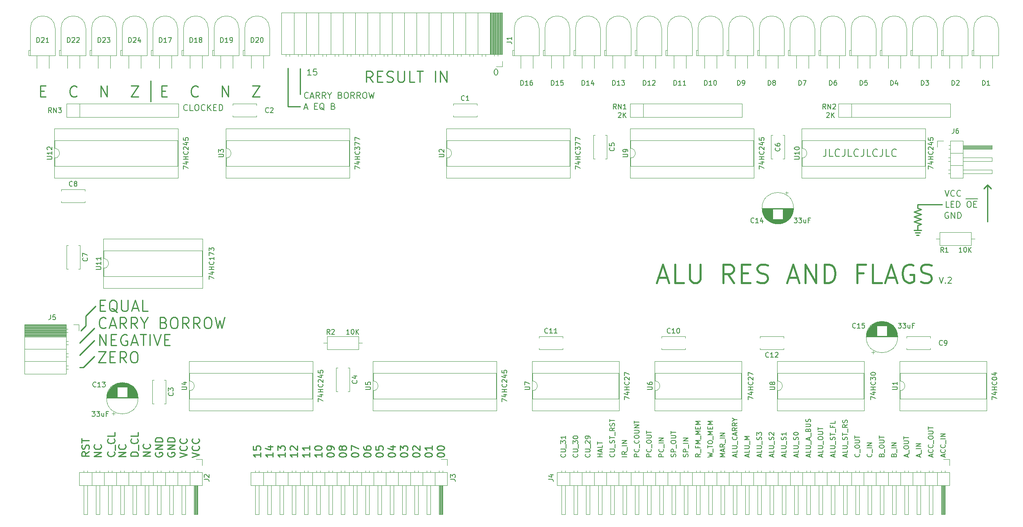
<source format=gto>
G04 #@! TF.GenerationSoftware,KiCad,Pcbnew,(5.1.5)-3*
G04 #@! TF.CreationDate,2022-12-08T21:25:45-08:00*
G04 #@! TF.ProjectId,alu_res_flags,616c755f-7265-4735-9f66-6c6167732e6b,rev?*
G04 #@! TF.SameCoordinates,Original*
G04 #@! TF.FileFunction,Legend,Top*
G04 #@! TF.FilePolarity,Positive*
%FSLAX46Y46*%
G04 Gerber Fmt 4.6, Leading zero omitted, Abs format (unit mm)*
G04 Created by KiCad (PCBNEW (5.1.5)-3) date 2022-12-08 21:25:45*
%MOMM*%
%LPD*%
G04 APERTURE LIST*
%ADD10C,0.203200*%
%ADD11C,0.254000*%
%ADD12C,0.381000*%
%ADD13C,0.120000*%
%ADD14C,0.150000*%
%ADD15C,0.250000*%
%ADD16C,0.177800*%
%ADD17O,1.702000X1.702000*%
%ADD18C,1.702000*%
%ADD19O,1.802000X1.802000*%
%ADD20R,1.802000X1.802000*%
%ADD21C,1.902000*%
%ADD22R,1.902000X1.902000*%
%ADD23R,1.702000X1.702000*%
G04 APERTURE END LIST*
D10*
X110248095Y-68900523D02*
X109522380Y-68900523D01*
X109885238Y-68900523D02*
X109885238Y-67630523D01*
X109764285Y-67811952D01*
X109643333Y-67932904D01*
X109522380Y-67993380D01*
X111397142Y-67630523D02*
X110792380Y-67630523D01*
X110731904Y-68235285D01*
X110792380Y-68174809D01*
X110913333Y-68114333D01*
X111215714Y-68114333D01*
X111336666Y-68174809D01*
X111397142Y-68235285D01*
X111457619Y-68356238D01*
X111457619Y-68658619D01*
X111397142Y-68779571D01*
X111336666Y-68840047D01*
X111215714Y-68900523D01*
X110913333Y-68900523D01*
X110792380Y-68840047D01*
X110731904Y-68779571D01*
X148529523Y-67630523D02*
X148650476Y-67630523D01*
X148771428Y-67691000D01*
X148831904Y-67751476D01*
X148892380Y-67872428D01*
X148952857Y-68114333D01*
X148952857Y-68416714D01*
X148892380Y-68658619D01*
X148831904Y-68779571D01*
X148771428Y-68840047D01*
X148650476Y-68900523D01*
X148529523Y-68900523D01*
X148408571Y-68840047D01*
X148348095Y-68779571D01*
X148287619Y-68658619D01*
X148227142Y-68416714D01*
X148227142Y-68114333D01*
X148287619Y-67872428D01*
X148348095Y-67751476D01*
X148408571Y-67691000D01*
X148529523Y-67630523D01*
X240477523Y-110810523D02*
X240900857Y-112080523D01*
X241324190Y-110810523D01*
X241747523Y-111959571D02*
X241808000Y-112020047D01*
X241747523Y-112080523D01*
X241687047Y-112020047D01*
X241747523Y-111959571D01*
X241747523Y-112080523D01*
X242291809Y-110931476D02*
X242352285Y-110871000D01*
X242473238Y-110810523D01*
X242775619Y-110810523D01*
X242896571Y-110871000D01*
X242957047Y-110931476D01*
X243017523Y-111052428D01*
X243017523Y-111173380D01*
X242957047Y-111354809D01*
X242231333Y-112080523D01*
X243017523Y-112080523D01*
X84618285Y-76145571D02*
X84557809Y-76206047D01*
X84376380Y-76266523D01*
X84255428Y-76266523D01*
X84074000Y-76206047D01*
X83953047Y-76085095D01*
X83892571Y-75964142D01*
X83832095Y-75722238D01*
X83832095Y-75540809D01*
X83892571Y-75298904D01*
X83953047Y-75177952D01*
X84074000Y-75057000D01*
X84255428Y-74996523D01*
X84376380Y-74996523D01*
X84557809Y-75057000D01*
X84618285Y-75117476D01*
X85767333Y-76266523D02*
X85162571Y-76266523D01*
X85162571Y-74996523D01*
X86432571Y-74996523D02*
X86674476Y-74996523D01*
X86795428Y-75057000D01*
X86916380Y-75177952D01*
X86976857Y-75419857D01*
X86976857Y-75843190D01*
X86916380Y-76085095D01*
X86795428Y-76206047D01*
X86674476Y-76266523D01*
X86432571Y-76266523D01*
X86311619Y-76206047D01*
X86190666Y-76085095D01*
X86130190Y-75843190D01*
X86130190Y-75419857D01*
X86190666Y-75177952D01*
X86311619Y-75057000D01*
X86432571Y-74996523D01*
X88246857Y-76145571D02*
X88186380Y-76206047D01*
X88004952Y-76266523D01*
X87884000Y-76266523D01*
X87702571Y-76206047D01*
X87581619Y-76085095D01*
X87521142Y-75964142D01*
X87460666Y-75722238D01*
X87460666Y-75540809D01*
X87521142Y-75298904D01*
X87581619Y-75177952D01*
X87702571Y-75057000D01*
X87884000Y-74996523D01*
X88004952Y-74996523D01*
X88186380Y-75057000D01*
X88246857Y-75117476D01*
X88791142Y-76266523D02*
X88791142Y-74996523D01*
X89516857Y-76266523D02*
X88972571Y-75540809D01*
X89516857Y-74996523D02*
X88791142Y-75722238D01*
X90061142Y-75601285D02*
X90484476Y-75601285D01*
X90665904Y-76266523D02*
X90061142Y-76266523D01*
X90061142Y-74996523D01*
X90665904Y-74996523D01*
X91210190Y-76266523D02*
X91210190Y-74996523D01*
X91512571Y-74996523D01*
X91694000Y-75057000D01*
X91814952Y-75177952D01*
X91875428Y-75298904D01*
X91935904Y-75540809D01*
X91935904Y-75722238D01*
X91875428Y-75964142D01*
X91814952Y-76085095D01*
X91694000Y-76206047D01*
X91512571Y-76266523D01*
X91210190Y-76266523D01*
D11*
X235966000Y-95758000D02*
X241046000Y-95758000D01*
X235204000Y-101092000D02*
X236728000Y-101092000D01*
X235966000Y-96520000D02*
X235966000Y-95758000D01*
X235458000Y-101600000D02*
X236474000Y-101600000D01*
X235966000Y-100076000D02*
X235966000Y-101092000D01*
X236728000Y-99822000D02*
X235204000Y-99314000D01*
X235712000Y-102108000D02*
X236220000Y-102108000D01*
X235966000Y-100076000D02*
X236728000Y-99822000D01*
X236728000Y-96774000D02*
X235966000Y-96520000D01*
X236728000Y-96774000D02*
X235204000Y-97282000D01*
X235204000Y-98298000D02*
X236728000Y-98806000D01*
X236728000Y-98806000D02*
X235204000Y-99314000D01*
X236728000Y-97790000D02*
X235204000Y-98298000D01*
X235204000Y-97282000D02*
X236728000Y-97790000D01*
X250444000Y-91694000D02*
X251206000Y-92456000D01*
X250444000Y-91694000D02*
X249682000Y-92456000D01*
X250444000Y-99314000D02*
X250444000Y-91694000D01*
D10*
X242497428Y-96332523D02*
X241892666Y-96332523D01*
X241892666Y-95062523D01*
X242920761Y-95667285D02*
X243344094Y-95667285D01*
X243525523Y-96332523D02*
X242920761Y-96332523D01*
X242920761Y-95062523D01*
X243525523Y-95062523D01*
X244069808Y-96332523D02*
X244069808Y-95062523D01*
X244372189Y-95062523D01*
X244553618Y-95123000D01*
X244674570Y-95243952D01*
X244735047Y-95364904D01*
X244795523Y-95606809D01*
X244795523Y-95788238D01*
X244735047Y-96030142D01*
X244674570Y-96151095D01*
X244553618Y-96272047D01*
X244372189Y-96332523D01*
X244069808Y-96332523D01*
X246005047Y-94579440D02*
X247335523Y-94579440D01*
X246549332Y-95062523D02*
X246791237Y-95062523D01*
X246912189Y-95123000D01*
X247033142Y-95243952D01*
X247093618Y-95485857D01*
X247093618Y-95909190D01*
X247033142Y-96151095D01*
X246912189Y-96272047D01*
X246791237Y-96332523D01*
X246549332Y-96332523D01*
X246428380Y-96272047D01*
X246307428Y-96151095D01*
X246246951Y-95909190D01*
X246246951Y-95485857D01*
X246307428Y-95243952D01*
X246428380Y-95123000D01*
X246549332Y-95062523D01*
X247335523Y-94579440D02*
X248484570Y-94579440D01*
X247637904Y-95667285D02*
X248061237Y-95667285D01*
X248242666Y-96332523D02*
X247637904Y-96332523D01*
X247637904Y-95062523D01*
X248242666Y-95062523D01*
X242364380Y-97409000D02*
X242243428Y-97348523D01*
X242062000Y-97348523D01*
X241880571Y-97409000D01*
X241759619Y-97529952D01*
X241699142Y-97650904D01*
X241638666Y-97892809D01*
X241638666Y-98074238D01*
X241699142Y-98316142D01*
X241759619Y-98437095D01*
X241880571Y-98558047D01*
X242062000Y-98618523D01*
X242182952Y-98618523D01*
X242364380Y-98558047D01*
X242424857Y-98497571D01*
X242424857Y-98074238D01*
X242182952Y-98074238D01*
X242969142Y-98618523D02*
X242969142Y-97348523D01*
X243694857Y-98618523D01*
X243694857Y-97348523D01*
X244299619Y-98618523D02*
X244299619Y-97348523D01*
X244602000Y-97348523D01*
X244783428Y-97409000D01*
X244904380Y-97529952D01*
X244964857Y-97650904D01*
X245025333Y-97892809D01*
X245025333Y-98074238D01*
X244964857Y-98316142D01*
X244904380Y-98437095D01*
X244783428Y-98558047D01*
X244602000Y-98618523D01*
X244299619Y-98618523D01*
X241638666Y-92776523D02*
X242062000Y-94046523D01*
X242485333Y-92776523D01*
X243634380Y-93925571D02*
X243573904Y-93986047D01*
X243392476Y-94046523D01*
X243271523Y-94046523D01*
X243090095Y-93986047D01*
X242969142Y-93865095D01*
X242908666Y-93744142D01*
X242848190Y-93502238D01*
X242848190Y-93320809D01*
X242908666Y-93078904D01*
X242969142Y-92957952D01*
X243090095Y-92837000D01*
X243271523Y-92776523D01*
X243392476Y-92776523D01*
X243573904Y-92837000D01*
X243634380Y-92897476D01*
X244904380Y-93925571D02*
X244843904Y-93986047D01*
X244662476Y-94046523D01*
X244541523Y-94046523D01*
X244360095Y-93986047D01*
X244239142Y-93865095D01*
X244178666Y-93744142D01*
X244118190Y-93502238D01*
X244118190Y-93320809D01*
X244178666Y-93078904D01*
X244239142Y-92957952D01*
X244360095Y-92837000D01*
X244541523Y-92776523D01*
X244662476Y-92776523D01*
X244843904Y-92837000D01*
X244904380Y-92897476D01*
D11*
X76962000Y-74422000D02*
X76962000Y-70104000D01*
X79266142Y-72226714D02*
X80028142Y-72226714D01*
X80354714Y-73424142D02*
X79266142Y-73424142D01*
X79266142Y-71138142D01*
X80354714Y-71138142D01*
X86813571Y-73206428D02*
X86704714Y-73315285D01*
X86378142Y-73424142D01*
X86160428Y-73424142D01*
X85833857Y-73315285D01*
X85616142Y-73097571D01*
X85507285Y-72879857D01*
X85398428Y-72444428D01*
X85398428Y-72117857D01*
X85507285Y-71682428D01*
X85616142Y-71464714D01*
X85833857Y-71247000D01*
X86160428Y-71138142D01*
X86378142Y-71138142D01*
X86704714Y-71247000D01*
X86813571Y-71355857D01*
X98044000Y-71138142D02*
X99568000Y-71138142D01*
X98044000Y-73424142D01*
X99568000Y-73424142D01*
X91802857Y-73424142D02*
X91802857Y-71138142D01*
X93109142Y-73424142D01*
X93109142Y-71138142D01*
X72898000Y-71138142D02*
X74422000Y-71138142D01*
X72898000Y-73424142D01*
X74422000Y-73424142D01*
X66656857Y-73424142D02*
X66656857Y-71138142D01*
X67963142Y-73424142D01*
X67963142Y-71138142D01*
X61667571Y-73206428D02*
X61558714Y-73315285D01*
X61232142Y-73424142D01*
X61014428Y-73424142D01*
X60687857Y-73315285D01*
X60470142Y-73097571D01*
X60361285Y-72879857D01*
X60252428Y-72444428D01*
X60252428Y-72117857D01*
X60361285Y-71682428D01*
X60470142Y-71464714D01*
X60687857Y-71247000D01*
X61014428Y-71138142D01*
X61232142Y-71138142D01*
X61558714Y-71247000D01*
X61667571Y-71355857D01*
X54120142Y-72226714D02*
X54882142Y-72226714D01*
X55208714Y-73424142D02*
X54120142Y-73424142D01*
X54120142Y-71138142D01*
X55208714Y-71138142D01*
D10*
X216988571Y-84255428D02*
X216988571Y-85344000D01*
X216916000Y-85561714D01*
X216770857Y-85706857D01*
X216553142Y-85779428D01*
X216408000Y-85779428D01*
X218440000Y-85779428D02*
X217714285Y-85779428D01*
X217714285Y-84255428D01*
X219818857Y-85634285D02*
X219746285Y-85706857D01*
X219528571Y-85779428D01*
X219383428Y-85779428D01*
X219165714Y-85706857D01*
X219020571Y-85561714D01*
X218948000Y-85416571D01*
X218875428Y-85126285D01*
X218875428Y-84908571D01*
X218948000Y-84618285D01*
X219020571Y-84473142D01*
X219165714Y-84328000D01*
X219383428Y-84255428D01*
X219528571Y-84255428D01*
X219746285Y-84328000D01*
X219818857Y-84400571D01*
X220907428Y-84255428D02*
X220907428Y-85344000D01*
X220834857Y-85561714D01*
X220689714Y-85706857D01*
X220472000Y-85779428D01*
X220326857Y-85779428D01*
X222358857Y-85779428D02*
X221633142Y-85779428D01*
X221633142Y-84255428D01*
X223737714Y-85634285D02*
X223665142Y-85706857D01*
X223447428Y-85779428D01*
X223302285Y-85779428D01*
X223084571Y-85706857D01*
X222939428Y-85561714D01*
X222866857Y-85416571D01*
X222794285Y-85126285D01*
X222794285Y-84908571D01*
X222866857Y-84618285D01*
X222939428Y-84473142D01*
X223084571Y-84328000D01*
X223302285Y-84255428D01*
X223447428Y-84255428D01*
X223665142Y-84328000D01*
X223737714Y-84400571D01*
X224826285Y-84255428D02*
X224826285Y-85344000D01*
X224753714Y-85561714D01*
X224608571Y-85706857D01*
X224390857Y-85779428D01*
X224245714Y-85779428D01*
X226277714Y-85779428D02*
X225552000Y-85779428D01*
X225552000Y-84255428D01*
X227656571Y-85634285D02*
X227584000Y-85706857D01*
X227366285Y-85779428D01*
X227221142Y-85779428D01*
X227003428Y-85706857D01*
X226858285Y-85561714D01*
X226785714Y-85416571D01*
X226713142Y-85126285D01*
X226713142Y-84908571D01*
X226785714Y-84618285D01*
X226858285Y-84473142D01*
X227003428Y-84328000D01*
X227221142Y-84255428D01*
X227366285Y-84255428D01*
X227584000Y-84328000D01*
X227656571Y-84400571D01*
X228745142Y-84255428D02*
X228745142Y-85344000D01*
X228672571Y-85561714D01*
X228527428Y-85706857D01*
X228309714Y-85779428D01*
X228164571Y-85779428D01*
X230196571Y-85779428D02*
X229470857Y-85779428D01*
X229470857Y-84255428D01*
X231575428Y-85634285D02*
X231502857Y-85706857D01*
X231285142Y-85779428D01*
X231140000Y-85779428D01*
X230922285Y-85706857D01*
X230777142Y-85561714D01*
X230704571Y-85416571D01*
X230632000Y-85126285D01*
X230632000Y-84908571D01*
X230704571Y-84618285D01*
X230777142Y-84473142D01*
X230922285Y-84328000D01*
X231140000Y-84255428D01*
X231285142Y-84255428D01*
X231502857Y-84328000D01*
X231575428Y-84400571D01*
D11*
X63500000Y-120904000D02*
X62484000Y-121920000D01*
X62992000Y-129540000D02*
X65278000Y-127254000D01*
X62230000Y-129540000D02*
X62992000Y-129540000D01*
X62230000Y-127000000D02*
X65278000Y-123952000D01*
X62230000Y-124460000D02*
X65278000Y-121412000D01*
X63500000Y-118872000D02*
X65532000Y-116840000D01*
X63500000Y-120904000D02*
X63500000Y-118872000D01*
X66160951Y-126256142D02*
X67684951Y-126256142D01*
X66160951Y-128542142D01*
X67684951Y-128542142D01*
X68555808Y-127344714D02*
X69317808Y-127344714D01*
X69644380Y-128542142D02*
X68555808Y-128542142D01*
X68555808Y-126256142D01*
X69644380Y-126256142D01*
X71930380Y-128542142D02*
X71168380Y-127453571D01*
X70624094Y-128542142D02*
X70624094Y-126256142D01*
X71494951Y-126256142D01*
X71712665Y-126365000D01*
X71821523Y-126473857D01*
X71930380Y-126691571D01*
X71930380Y-127018142D01*
X71821523Y-127235857D01*
X71712665Y-127344714D01*
X71494951Y-127453571D01*
X70624094Y-127453571D01*
X73345523Y-126256142D02*
X73780951Y-126256142D01*
X73998665Y-126365000D01*
X74216380Y-126582714D01*
X74325237Y-127018142D01*
X74325237Y-127780142D01*
X74216380Y-128215571D01*
X73998665Y-128433285D01*
X73780951Y-128542142D01*
X73345523Y-128542142D01*
X73127808Y-128433285D01*
X72910094Y-128215571D01*
X72801237Y-127780142D01*
X72801237Y-127018142D01*
X72910094Y-126582714D01*
X73127808Y-126365000D01*
X73345523Y-126256142D01*
X66421000Y-124986142D02*
X66421000Y-122700142D01*
X67727285Y-124986142D01*
X67727285Y-122700142D01*
X68815857Y-123788714D02*
X69577857Y-123788714D01*
X69904428Y-124986142D02*
X68815857Y-124986142D01*
X68815857Y-122700142D01*
X69904428Y-122700142D01*
X72081571Y-122809000D02*
X71863857Y-122700142D01*
X71537285Y-122700142D01*
X71210714Y-122809000D01*
X70993000Y-123026714D01*
X70884142Y-123244428D01*
X70775285Y-123679857D01*
X70775285Y-124006428D01*
X70884142Y-124441857D01*
X70993000Y-124659571D01*
X71210714Y-124877285D01*
X71537285Y-124986142D01*
X71755000Y-124986142D01*
X72081571Y-124877285D01*
X72190428Y-124768428D01*
X72190428Y-124006428D01*
X71755000Y-124006428D01*
X73061285Y-124333000D02*
X74149857Y-124333000D01*
X72843571Y-124986142D02*
X73605571Y-122700142D01*
X74367571Y-124986142D01*
X74803000Y-122700142D02*
X76109285Y-122700142D01*
X75456142Y-124986142D02*
X75456142Y-122700142D01*
X76871285Y-124986142D02*
X76871285Y-122700142D01*
X77633285Y-122700142D02*
X78395285Y-124986142D01*
X79157285Y-122700142D01*
X79919285Y-123788714D02*
X80681285Y-123788714D01*
X81007857Y-124986142D02*
X79919285Y-124986142D01*
X79919285Y-122700142D01*
X81007857Y-122700142D01*
X67709142Y-121212428D02*
X67600285Y-121321285D01*
X67273714Y-121430142D01*
X67056000Y-121430142D01*
X66729428Y-121321285D01*
X66511714Y-121103571D01*
X66402857Y-120885857D01*
X66294000Y-120450428D01*
X66294000Y-120123857D01*
X66402857Y-119688428D01*
X66511714Y-119470714D01*
X66729428Y-119253000D01*
X67056000Y-119144142D01*
X67273714Y-119144142D01*
X67600285Y-119253000D01*
X67709142Y-119361857D01*
X68580000Y-120777000D02*
X69668571Y-120777000D01*
X68362285Y-121430142D02*
X69124285Y-119144142D01*
X69886285Y-121430142D01*
X71954571Y-121430142D02*
X71192571Y-120341571D01*
X70648285Y-121430142D02*
X70648285Y-119144142D01*
X71519142Y-119144142D01*
X71736857Y-119253000D01*
X71845714Y-119361857D01*
X71954571Y-119579571D01*
X71954571Y-119906142D01*
X71845714Y-120123857D01*
X71736857Y-120232714D01*
X71519142Y-120341571D01*
X70648285Y-120341571D01*
X74240571Y-121430142D02*
X73478571Y-120341571D01*
X72934285Y-121430142D02*
X72934285Y-119144142D01*
X73805142Y-119144142D01*
X74022857Y-119253000D01*
X74131714Y-119361857D01*
X74240571Y-119579571D01*
X74240571Y-119906142D01*
X74131714Y-120123857D01*
X74022857Y-120232714D01*
X73805142Y-120341571D01*
X72934285Y-120341571D01*
X75655714Y-120341571D02*
X75655714Y-121430142D01*
X74893714Y-119144142D02*
X75655714Y-120341571D01*
X76417714Y-119144142D01*
X79683428Y-120232714D02*
X80010000Y-120341571D01*
X80118857Y-120450428D01*
X80227714Y-120668142D01*
X80227714Y-120994714D01*
X80118857Y-121212428D01*
X80010000Y-121321285D01*
X79792285Y-121430142D01*
X78921428Y-121430142D01*
X78921428Y-119144142D01*
X79683428Y-119144142D01*
X79901142Y-119253000D01*
X80010000Y-119361857D01*
X80118857Y-119579571D01*
X80118857Y-119797285D01*
X80010000Y-120015000D01*
X79901142Y-120123857D01*
X79683428Y-120232714D01*
X78921428Y-120232714D01*
X81642857Y-119144142D02*
X82078285Y-119144142D01*
X82296000Y-119253000D01*
X82513714Y-119470714D01*
X82622571Y-119906142D01*
X82622571Y-120668142D01*
X82513714Y-121103571D01*
X82296000Y-121321285D01*
X82078285Y-121430142D01*
X81642857Y-121430142D01*
X81425142Y-121321285D01*
X81207428Y-121103571D01*
X81098571Y-120668142D01*
X81098571Y-119906142D01*
X81207428Y-119470714D01*
X81425142Y-119253000D01*
X81642857Y-119144142D01*
X84908571Y-121430142D02*
X84146571Y-120341571D01*
X83602285Y-121430142D02*
X83602285Y-119144142D01*
X84473142Y-119144142D01*
X84690857Y-119253000D01*
X84799714Y-119361857D01*
X84908571Y-119579571D01*
X84908571Y-119906142D01*
X84799714Y-120123857D01*
X84690857Y-120232714D01*
X84473142Y-120341571D01*
X83602285Y-120341571D01*
X87194571Y-121430142D02*
X86432571Y-120341571D01*
X85888285Y-121430142D02*
X85888285Y-119144142D01*
X86759142Y-119144142D01*
X86976857Y-119253000D01*
X87085714Y-119361857D01*
X87194571Y-119579571D01*
X87194571Y-119906142D01*
X87085714Y-120123857D01*
X86976857Y-120232714D01*
X86759142Y-120341571D01*
X85888285Y-120341571D01*
X88609714Y-119144142D02*
X89045142Y-119144142D01*
X89262857Y-119253000D01*
X89480571Y-119470714D01*
X89589428Y-119906142D01*
X89589428Y-120668142D01*
X89480571Y-121103571D01*
X89262857Y-121321285D01*
X89045142Y-121430142D01*
X88609714Y-121430142D01*
X88392000Y-121321285D01*
X88174285Y-121103571D01*
X88065428Y-120668142D01*
X88065428Y-119906142D01*
X88174285Y-119470714D01*
X88392000Y-119253000D01*
X88609714Y-119144142D01*
X90351428Y-119144142D02*
X90895714Y-121430142D01*
X91331142Y-119797285D01*
X91766571Y-121430142D01*
X92310857Y-119144142D01*
X66475427Y-116676714D02*
X67237427Y-116676714D01*
X67563999Y-117874142D02*
X66475427Y-117874142D01*
X66475427Y-115588142D01*
X67563999Y-115588142D01*
X70067713Y-118091857D02*
X69849999Y-117983000D01*
X69632284Y-117765285D01*
X69305713Y-117438714D01*
X69087999Y-117329857D01*
X68870284Y-117329857D01*
X68979142Y-117874142D02*
X68761427Y-117765285D01*
X68543713Y-117547571D01*
X68434856Y-117112142D01*
X68434856Y-116350142D01*
X68543713Y-115914714D01*
X68761427Y-115697000D01*
X68979142Y-115588142D01*
X69414570Y-115588142D01*
X69632284Y-115697000D01*
X69849999Y-115914714D01*
X69958856Y-116350142D01*
X69958856Y-117112142D01*
X69849999Y-117547571D01*
X69632284Y-117765285D01*
X69414570Y-117874142D01*
X68979142Y-117874142D01*
X70938570Y-115588142D02*
X70938570Y-117438714D01*
X71047427Y-117656428D01*
X71156284Y-117765285D01*
X71373999Y-117874142D01*
X71809427Y-117874142D01*
X72027142Y-117765285D01*
X72135999Y-117656428D01*
X72244856Y-117438714D01*
X72244856Y-115588142D01*
X73224570Y-117221000D02*
X74313142Y-117221000D01*
X73006856Y-117874142D02*
X73768856Y-115588142D01*
X74530856Y-117874142D01*
X76381427Y-117874142D02*
X75292856Y-117874142D01*
X75292856Y-115588142D01*
X105410000Y-75438000D02*
X105410000Y-67437000D01*
X107950000Y-75438000D02*
X105410000Y-75438000D01*
X107950000Y-72898000D02*
X107950000Y-67564000D01*
D10*
X109667523Y-73605571D02*
X109607047Y-73666047D01*
X109425619Y-73726523D01*
X109304666Y-73726523D01*
X109123238Y-73666047D01*
X109002285Y-73545095D01*
X108941809Y-73424142D01*
X108881333Y-73182238D01*
X108881333Y-73000809D01*
X108941809Y-72758904D01*
X109002285Y-72637952D01*
X109123238Y-72517000D01*
X109304666Y-72456523D01*
X109425619Y-72456523D01*
X109607047Y-72517000D01*
X109667523Y-72577476D01*
X110151333Y-73363666D02*
X110756095Y-73363666D01*
X110030380Y-73726523D02*
X110453714Y-72456523D01*
X110877047Y-73726523D01*
X112026095Y-73726523D02*
X111602761Y-73121761D01*
X111300380Y-73726523D02*
X111300380Y-72456523D01*
X111784190Y-72456523D01*
X111905142Y-72517000D01*
X111965619Y-72577476D01*
X112026095Y-72698428D01*
X112026095Y-72879857D01*
X111965619Y-73000809D01*
X111905142Y-73061285D01*
X111784190Y-73121761D01*
X111300380Y-73121761D01*
X113296095Y-73726523D02*
X112872761Y-73121761D01*
X112570380Y-73726523D02*
X112570380Y-72456523D01*
X113054190Y-72456523D01*
X113175142Y-72517000D01*
X113235619Y-72577476D01*
X113296095Y-72698428D01*
X113296095Y-72879857D01*
X113235619Y-73000809D01*
X113175142Y-73061285D01*
X113054190Y-73121761D01*
X112570380Y-73121761D01*
X114082285Y-73121761D02*
X114082285Y-73726523D01*
X113658952Y-72456523D02*
X114082285Y-73121761D01*
X114505619Y-72456523D01*
X116319904Y-73061285D02*
X116501333Y-73121761D01*
X116561809Y-73182238D01*
X116622285Y-73303190D01*
X116622285Y-73484619D01*
X116561809Y-73605571D01*
X116501333Y-73666047D01*
X116380380Y-73726523D01*
X115896571Y-73726523D01*
X115896571Y-72456523D01*
X116319904Y-72456523D01*
X116440857Y-72517000D01*
X116501333Y-72577476D01*
X116561809Y-72698428D01*
X116561809Y-72819380D01*
X116501333Y-72940333D01*
X116440857Y-73000809D01*
X116319904Y-73061285D01*
X115896571Y-73061285D01*
X117408476Y-72456523D02*
X117650380Y-72456523D01*
X117771333Y-72517000D01*
X117892285Y-72637952D01*
X117952761Y-72879857D01*
X117952761Y-73303190D01*
X117892285Y-73545095D01*
X117771333Y-73666047D01*
X117650380Y-73726523D01*
X117408476Y-73726523D01*
X117287523Y-73666047D01*
X117166571Y-73545095D01*
X117106095Y-73303190D01*
X117106095Y-72879857D01*
X117166571Y-72637952D01*
X117287523Y-72517000D01*
X117408476Y-72456523D01*
X119222761Y-73726523D02*
X118799428Y-73121761D01*
X118497047Y-73726523D02*
X118497047Y-72456523D01*
X118980857Y-72456523D01*
X119101809Y-72517000D01*
X119162285Y-72577476D01*
X119222761Y-72698428D01*
X119222761Y-72879857D01*
X119162285Y-73000809D01*
X119101809Y-73061285D01*
X118980857Y-73121761D01*
X118497047Y-73121761D01*
X120492761Y-73726523D02*
X120069428Y-73121761D01*
X119767047Y-73726523D02*
X119767047Y-72456523D01*
X120250857Y-72456523D01*
X120371809Y-72517000D01*
X120432285Y-72577476D01*
X120492761Y-72698428D01*
X120492761Y-72879857D01*
X120432285Y-73000809D01*
X120371809Y-73061285D01*
X120250857Y-73121761D01*
X119767047Y-73121761D01*
X121278952Y-72456523D02*
X121520857Y-72456523D01*
X121641809Y-72517000D01*
X121762761Y-72637952D01*
X121823238Y-72879857D01*
X121823238Y-73303190D01*
X121762761Y-73545095D01*
X121641809Y-73666047D01*
X121520857Y-73726523D01*
X121278952Y-73726523D01*
X121158000Y-73666047D01*
X121037047Y-73545095D01*
X120976571Y-73303190D01*
X120976571Y-72879857D01*
X121037047Y-72637952D01*
X121158000Y-72517000D01*
X121278952Y-72456523D01*
X122246571Y-72456523D02*
X122548952Y-73726523D01*
X122790857Y-72819380D01*
X123032761Y-73726523D01*
X123335142Y-72456523D01*
X108869238Y-75649666D02*
X109474000Y-75649666D01*
X108748285Y-76012523D02*
X109171619Y-74742523D01*
X109594952Y-76012523D01*
X110985904Y-75347285D02*
X111409238Y-75347285D01*
X111590666Y-76012523D02*
X110985904Y-76012523D01*
X110985904Y-74742523D01*
X111590666Y-74742523D01*
X112981619Y-76133476D02*
X112860666Y-76073000D01*
X112739714Y-75952047D01*
X112558285Y-75770619D01*
X112437333Y-75710142D01*
X112316380Y-75710142D01*
X112376857Y-76012523D02*
X112255904Y-75952047D01*
X112134952Y-75831095D01*
X112074476Y-75589190D01*
X112074476Y-75165857D01*
X112134952Y-74923952D01*
X112255904Y-74803000D01*
X112376857Y-74742523D01*
X112618761Y-74742523D01*
X112739714Y-74803000D01*
X112860666Y-74923952D01*
X112921142Y-75165857D01*
X112921142Y-75589190D01*
X112860666Y-75831095D01*
X112739714Y-75952047D01*
X112618761Y-76012523D01*
X112376857Y-76012523D01*
X114856380Y-75347285D02*
X115037809Y-75407761D01*
X115098285Y-75468238D01*
X115158761Y-75589190D01*
X115158761Y-75770619D01*
X115098285Y-75891571D01*
X115037809Y-75952047D01*
X114916857Y-76012523D01*
X114433047Y-76012523D01*
X114433047Y-74742523D01*
X114856380Y-74742523D01*
X114977333Y-74803000D01*
X115037809Y-74863476D01*
X115098285Y-74984428D01*
X115098285Y-75105380D01*
X115037809Y-75226333D01*
X114977333Y-75286809D01*
X114856380Y-75347285D01*
X114433047Y-75347285D01*
D11*
X123026714Y-70376142D02*
X122264714Y-69287571D01*
X121720428Y-70376142D02*
X121720428Y-68090142D01*
X122591285Y-68090142D01*
X122809000Y-68199000D01*
X122917857Y-68307857D01*
X123026714Y-68525571D01*
X123026714Y-68852142D01*
X122917857Y-69069857D01*
X122809000Y-69178714D01*
X122591285Y-69287571D01*
X121720428Y-69287571D01*
X124006428Y-69178714D02*
X124768428Y-69178714D01*
X125095000Y-70376142D02*
X124006428Y-70376142D01*
X124006428Y-68090142D01*
X125095000Y-68090142D01*
X125965857Y-70267285D02*
X126292428Y-70376142D01*
X126836714Y-70376142D01*
X127054428Y-70267285D01*
X127163285Y-70158428D01*
X127272142Y-69940714D01*
X127272142Y-69723000D01*
X127163285Y-69505285D01*
X127054428Y-69396428D01*
X126836714Y-69287571D01*
X126401285Y-69178714D01*
X126183571Y-69069857D01*
X126074714Y-68961000D01*
X125965857Y-68743285D01*
X125965857Y-68525571D01*
X126074714Y-68307857D01*
X126183571Y-68199000D01*
X126401285Y-68090142D01*
X126945571Y-68090142D01*
X127272142Y-68199000D01*
X128251857Y-68090142D02*
X128251857Y-69940714D01*
X128360714Y-70158428D01*
X128469571Y-70267285D01*
X128687285Y-70376142D01*
X129122714Y-70376142D01*
X129340428Y-70267285D01*
X129449285Y-70158428D01*
X129558142Y-69940714D01*
X129558142Y-68090142D01*
X131735285Y-70376142D02*
X130646714Y-70376142D01*
X130646714Y-68090142D01*
X132170714Y-68090142D02*
X133477000Y-68090142D01*
X132823857Y-70376142D02*
X132823857Y-68090142D01*
X135980714Y-70376142D02*
X135980714Y-68090142D01*
X137069285Y-70376142D02*
X137069285Y-68090142D01*
X138375571Y-70376142D01*
X138375571Y-68090142D01*
D12*
X182263142Y-110871000D02*
X184077428Y-110871000D01*
X181900285Y-111959571D02*
X183170285Y-108149571D01*
X184440285Y-111959571D01*
X187524571Y-111959571D02*
X185710285Y-111959571D01*
X185710285Y-108149571D01*
X188794571Y-108149571D02*
X188794571Y-111233857D01*
X188976000Y-111596714D01*
X189157428Y-111778142D01*
X189520285Y-111959571D01*
X190246000Y-111959571D01*
X190608857Y-111778142D01*
X190790285Y-111596714D01*
X190971714Y-111233857D01*
X190971714Y-108149571D01*
X197866000Y-111959571D02*
X196596000Y-110145285D01*
X195688857Y-111959571D02*
X195688857Y-108149571D01*
X197140285Y-108149571D01*
X197503142Y-108331000D01*
X197684571Y-108512428D01*
X197866000Y-108875285D01*
X197866000Y-109419571D01*
X197684571Y-109782428D01*
X197503142Y-109963857D01*
X197140285Y-110145285D01*
X195688857Y-110145285D01*
X199498857Y-109963857D02*
X200768857Y-109963857D01*
X201313142Y-111959571D02*
X199498857Y-111959571D01*
X199498857Y-108149571D01*
X201313142Y-108149571D01*
X202764571Y-111778142D02*
X203308857Y-111959571D01*
X204216000Y-111959571D01*
X204578857Y-111778142D01*
X204760285Y-111596714D01*
X204941714Y-111233857D01*
X204941714Y-110871000D01*
X204760285Y-110508142D01*
X204578857Y-110326714D01*
X204216000Y-110145285D01*
X203490285Y-109963857D01*
X203127428Y-109782428D01*
X202946000Y-109601000D01*
X202764571Y-109238142D01*
X202764571Y-108875285D01*
X202946000Y-108512428D01*
X203127428Y-108331000D01*
X203490285Y-108149571D01*
X204397428Y-108149571D01*
X204941714Y-108331000D01*
X209296000Y-110871000D02*
X211110285Y-110871000D01*
X208933142Y-111959571D02*
X210203142Y-108149571D01*
X211473142Y-111959571D01*
X212743142Y-111959571D02*
X212743142Y-108149571D01*
X214920285Y-111959571D01*
X214920285Y-108149571D01*
X216734571Y-111959571D02*
X216734571Y-108149571D01*
X217641714Y-108149571D01*
X218186000Y-108331000D01*
X218548857Y-108693857D01*
X218730285Y-109056714D01*
X218911714Y-109782428D01*
X218911714Y-110326714D01*
X218730285Y-111052428D01*
X218548857Y-111415285D01*
X218186000Y-111778142D01*
X217641714Y-111959571D01*
X216734571Y-111959571D01*
X224717428Y-109963857D02*
X223447428Y-109963857D01*
X223447428Y-111959571D02*
X223447428Y-108149571D01*
X225261714Y-108149571D01*
X228527428Y-111959571D02*
X226713142Y-111959571D01*
X226713142Y-108149571D01*
X229616000Y-110871000D02*
X231430285Y-110871000D01*
X229253142Y-111959571D02*
X230523142Y-108149571D01*
X231793142Y-111959571D01*
X235058857Y-108331000D02*
X234696000Y-108149571D01*
X234151714Y-108149571D01*
X233607428Y-108331000D01*
X233244571Y-108693857D01*
X233063142Y-109056714D01*
X232881714Y-109782428D01*
X232881714Y-110326714D01*
X233063142Y-111052428D01*
X233244571Y-111415285D01*
X233607428Y-111778142D01*
X234151714Y-111959571D01*
X234514571Y-111959571D01*
X235058857Y-111778142D01*
X235240285Y-111596714D01*
X235240285Y-110326714D01*
X234514571Y-110326714D01*
X236691714Y-111778142D02*
X237236000Y-111959571D01*
X238143142Y-111959571D01*
X238506000Y-111778142D01*
X238687428Y-111596714D01*
X238868857Y-111233857D01*
X238868857Y-110871000D01*
X238687428Y-110508142D01*
X238506000Y-110326714D01*
X238143142Y-110145285D01*
X237417428Y-109963857D01*
X237054571Y-109782428D01*
X236873142Y-109601000D01*
X236691714Y-109238142D01*
X236691714Y-108875285D01*
X236873142Y-108512428D01*
X237054571Y-108331000D01*
X237417428Y-108149571D01*
X238324571Y-108149571D01*
X238868857Y-108331000D01*
D13*
X120880000Y-124460000D02*
X120110000Y-124460000D01*
X112800000Y-124460000D02*
X113570000Y-124460000D01*
X120110000Y-123090000D02*
X113570000Y-123090000D01*
X120110000Y-125830000D02*
X120110000Y-123090000D01*
X113570000Y-125830000D02*
X120110000Y-125830000D01*
X113570000Y-123090000D02*
X113570000Y-125830000D01*
X240030000Y-82550000D02*
X241300000Y-82550000D01*
X240030000Y-83820000D02*
X240030000Y-82550000D01*
X242342929Y-89280000D02*
X242740000Y-89280000D01*
X242342929Y-88520000D02*
X242740000Y-88520000D01*
X251400000Y-89280000D02*
X245400000Y-89280000D01*
X251400000Y-88520000D02*
X251400000Y-89280000D01*
X245400000Y-88520000D02*
X251400000Y-88520000D01*
X242740000Y-87630000D02*
X245400000Y-87630000D01*
X242342929Y-86740000D02*
X242740000Y-86740000D01*
X242342929Y-85980000D02*
X242740000Y-85980000D01*
X251400000Y-86740000D02*
X245400000Y-86740000D01*
X251400000Y-85980000D02*
X251400000Y-86740000D01*
X245400000Y-85980000D02*
X251400000Y-85980000D01*
X242740000Y-85090000D02*
X245400000Y-85090000D01*
X242410000Y-84200000D02*
X242740000Y-84200000D01*
X242410000Y-83440000D02*
X242740000Y-83440000D01*
X245400000Y-84100000D02*
X251400000Y-84100000D01*
X245400000Y-83980000D02*
X251400000Y-83980000D01*
X245400000Y-83860000D02*
X251400000Y-83860000D01*
X245400000Y-83740000D02*
X251400000Y-83740000D01*
X245400000Y-83620000D02*
X251400000Y-83620000D01*
X245400000Y-83500000D02*
X251400000Y-83500000D01*
X251400000Y-84200000D02*
X245400000Y-84200000D01*
X251400000Y-83440000D02*
X251400000Y-84200000D01*
X245400000Y-83440000D02*
X251400000Y-83440000D01*
X245400000Y-82490000D02*
X242740000Y-82490000D01*
X245400000Y-90230000D02*
X245400000Y-82490000D01*
X242740000Y-90230000D02*
X245400000Y-90230000D01*
X242740000Y-82490000D02*
X242740000Y-90230000D01*
X247880000Y-102870000D02*
X247110000Y-102870000D01*
X239800000Y-102870000D02*
X240570000Y-102870000D01*
X247110000Y-101500000D02*
X240570000Y-101500000D01*
X247110000Y-104240000D02*
X247110000Y-101500000D01*
X240570000Y-104240000D02*
X247110000Y-104240000D01*
X240570000Y-101500000D02*
X240570000Y-104240000D01*
X242630000Y-151300000D02*
X161230000Y-151300000D01*
X161230000Y-151300000D02*
X161230000Y-153960000D01*
X161230000Y-153960000D02*
X242630000Y-153960000D01*
X242630000Y-153960000D02*
X242630000Y-151300000D01*
X241680000Y-153960000D02*
X241680000Y-159960000D01*
X241680000Y-159960000D02*
X240920000Y-159960000D01*
X240920000Y-159960000D02*
X240920000Y-153960000D01*
X241620000Y-153960000D02*
X241620000Y-159960000D01*
X241500000Y-153960000D02*
X241500000Y-159960000D01*
X241380000Y-153960000D02*
X241380000Y-159960000D01*
X241260000Y-153960000D02*
X241260000Y-159960000D01*
X241140000Y-153960000D02*
X241140000Y-159960000D01*
X241020000Y-153960000D02*
X241020000Y-159960000D01*
X241680000Y-150970000D02*
X241680000Y-151300000D01*
X240920000Y-150970000D02*
X240920000Y-151300000D01*
X240030000Y-151300000D02*
X240030000Y-153960000D01*
X239140000Y-153960000D02*
X239140000Y-159960000D01*
X239140000Y-159960000D02*
X238380000Y-159960000D01*
X238380000Y-159960000D02*
X238380000Y-153960000D01*
X239140000Y-150902929D02*
X239140000Y-151300000D01*
X238380000Y-150902929D02*
X238380000Y-151300000D01*
X237490000Y-151300000D02*
X237490000Y-153960000D01*
X236600000Y-153960000D02*
X236600000Y-159960000D01*
X236600000Y-159960000D02*
X235840000Y-159960000D01*
X235840000Y-159960000D02*
X235840000Y-153960000D01*
X236600000Y-150902929D02*
X236600000Y-151300000D01*
X235840000Y-150902929D02*
X235840000Y-151300000D01*
X234950000Y-151300000D02*
X234950000Y-153960000D01*
X234060000Y-153960000D02*
X234060000Y-159960000D01*
X234060000Y-159960000D02*
X233300000Y-159960000D01*
X233300000Y-159960000D02*
X233300000Y-153960000D01*
X234060000Y-150902929D02*
X234060000Y-151300000D01*
X233300000Y-150902929D02*
X233300000Y-151300000D01*
X232410000Y-151300000D02*
X232410000Y-153960000D01*
X231520000Y-153960000D02*
X231520000Y-159960000D01*
X231520000Y-159960000D02*
X230760000Y-159960000D01*
X230760000Y-159960000D02*
X230760000Y-153960000D01*
X231520000Y-150902929D02*
X231520000Y-151300000D01*
X230760000Y-150902929D02*
X230760000Y-151300000D01*
X229870000Y-151300000D02*
X229870000Y-153960000D01*
X228980000Y-153960000D02*
X228980000Y-159960000D01*
X228980000Y-159960000D02*
X228220000Y-159960000D01*
X228220000Y-159960000D02*
X228220000Y-153960000D01*
X228980000Y-150902929D02*
X228980000Y-151300000D01*
X228220000Y-150902929D02*
X228220000Y-151300000D01*
X227330000Y-151300000D02*
X227330000Y-153960000D01*
X226440000Y-153960000D02*
X226440000Y-159960000D01*
X226440000Y-159960000D02*
X225680000Y-159960000D01*
X225680000Y-159960000D02*
X225680000Y-153960000D01*
X226440000Y-150902929D02*
X226440000Y-151300000D01*
X225680000Y-150902929D02*
X225680000Y-151300000D01*
X224790000Y-151300000D02*
X224790000Y-153960000D01*
X223900000Y-153960000D02*
X223900000Y-159960000D01*
X223900000Y-159960000D02*
X223140000Y-159960000D01*
X223140000Y-159960000D02*
X223140000Y-153960000D01*
X223900000Y-150902929D02*
X223900000Y-151300000D01*
X223140000Y-150902929D02*
X223140000Y-151300000D01*
X222250000Y-151300000D02*
X222250000Y-153960000D01*
X221360000Y-153960000D02*
X221360000Y-159960000D01*
X221360000Y-159960000D02*
X220600000Y-159960000D01*
X220600000Y-159960000D02*
X220600000Y-153960000D01*
X221360000Y-150902929D02*
X221360000Y-151300000D01*
X220600000Y-150902929D02*
X220600000Y-151300000D01*
X219710000Y-151300000D02*
X219710000Y-153960000D01*
X218820000Y-153960000D02*
X218820000Y-159960000D01*
X218820000Y-159960000D02*
X218060000Y-159960000D01*
X218060000Y-159960000D02*
X218060000Y-153960000D01*
X218820000Y-150902929D02*
X218820000Y-151300000D01*
X218060000Y-150902929D02*
X218060000Y-151300000D01*
X217170000Y-151300000D02*
X217170000Y-153960000D01*
X216280000Y-153960000D02*
X216280000Y-159960000D01*
X216280000Y-159960000D02*
X215520000Y-159960000D01*
X215520000Y-159960000D02*
X215520000Y-153960000D01*
X216280000Y-150902929D02*
X216280000Y-151300000D01*
X215520000Y-150902929D02*
X215520000Y-151300000D01*
X214630000Y-151300000D02*
X214630000Y-153960000D01*
X213740000Y-153960000D02*
X213740000Y-159960000D01*
X213740000Y-159960000D02*
X212980000Y-159960000D01*
X212980000Y-159960000D02*
X212980000Y-153960000D01*
X213740000Y-150902929D02*
X213740000Y-151300000D01*
X212980000Y-150902929D02*
X212980000Y-151300000D01*
X212090000Y-151300000D02*
X212090000Y-153960000D01*
X211200000Y-153960000D02*
X211200000Y-159960000D01*
X211200000Y-159960000D02*
X210440000Y-159960000D01*
X210440000Y-159960000D02*
X210440000Y-153960000D01*
X211200000Y-150902929D02*
X211200000Y-151300000D01*
X210440000Y-150902929D02*
X210440000Y-151300000D01*
X209550000Y-151300000D02*
X209550000Y-153960000D01*
X208660000Y-153960000D02*
X208660000Y-159960000D01*
X208660000Y-159960000D02*
X207900000Y-159960000D01*
X207900000Y-159960000D02*
X207900000Y-153960000D01*
X208660000Y-150902929D02*
X208660000Y-151300000D01*
X207900000Y-150902929D02*
X207900000Y-151300000D01*
X207010000Y-151300000D02*
X207010000Y-153960000D01*
X206120000Y-153960000D02*
X206120000Y-159960000D01*
X206120000Y-159960000D02*
X205360000Y-159960000D01*
X205360000Y-159960000D02*
X205360000Y-153960000D01*
X206120000Y-150902929D02*
X206120000Y-151300000D01*
X205360000Y-150902929D02*
X205360000Y-151300000D01*
X204470000Y-151300000D02*
X204470000Y-153960000D01*
X203580000Y-153960000D02*
X203580000Y-159960000D01*
X203580000Y-159960000D02*
X202820000Y-159960000D01*
X202820000Y-159960000D02*
X202820000Y-153960000D01*
X203580000Y-150902929D02*
X203580000Y-151300000D01*
X202820000Y-150902929D02*
X202820000Y-151300000D01*
X201930000Y-151300000D02*
X201930000Y-153960000D01*
X201040000Y-153960000D02*
X201040000Y-159960000D01*
X201040000Y-159960000D02*
X200280000Y-159960000D01*
X200280000Y-159960000D02*
X200280000Y-153960000D01*
X201040000Y-150902929D02*
X201040000Y-151300000D01*
X200280000Y-150902929D02*
X200280000Y-151300000D01*
X199390000Y-151300000D02*
X199390000Y-153960000D01*
X198500000Y-153960000D02*
X198500000Y-159960000D01*
X198500000Y-159960000D02*
X197740000Y-159960000D01*
X197740000Y-159960000D02*
X197740000Y-153960000D01*
X198500000Y-150902929D02*
X198500000Y-151300000D01*
X197740000Y-150902929D02*
X197740000Y-151300000D01*
X196850000Y-151300000D02*
X196850000Y-153960000D01*
X195960000Y-153960000D02*
X195960000Y-159960000D01*
X195960000Y-159960000D02*
X195200000Y-159960000D01*
X195200000Y-159960000D02*
X195200000Y-153960000D01*
X195960000Y-150902929D02*
X195960000Y-151300000D01*
X195200000Y-150902929D02*
X195200000Y-151300000D01*
X194310000Y-151300000D02*
X194310000Y-153960000D01*
X193420000Y-153960000D02*
X193420000Y-159960000D01*
X193420000Y-159960000D02*
X192660000Y-159960000D01*
X192660000Y-159960000D02*
X192660000Y-153960000D01*
X193420000Y-150902929D02*
X193420000Y-151300000D01*
X192660000Y-150902929D02*
X192660000Y-151300000D01*
X191770000Y-151300000D02*
X191770000Y-153960000D01*
X190880000Y-153960000D02*
X190880000Y-159960000D01*
X190880000Y-159960000D02*
X190120000Y-159960000D01*
X190120000Y-159960000D02*
X190120000Y-153960000D01*
X190880000Y-150902929D02*
X190880000Y-151300000D01*
X190120000Y-150902929D02*
X190120000Y-151300000D01*
X189230000Y-151300000D02*
X189230000Y-153960000D01*
X188340000Y-153960000D02*
X188340000Y-159960000D01*
X188340000Y-159960000D02*
X187580000Y-159960000D01*
X187580000Y-159960000D02*
X187580000Y-153960000D01*
X188340000Y-150902929D02*
X188340000Y-151300000D01*
X187580000Y-150902929D02*
X187580000Y-151300000D01*
X186690000Y-151300000D02*
X186690000Y-153960000D01*
X185800000Y-153960000D02*
X185800000Y-159960000D01*
X185800000Y-159960000D02*
X185040000Y-159960000D01*
X185040000Y-159960000D02*
X185040000Y-153960000D01*
X185800000Y-150902929D02*
X185800000Y-151300000D01*
X185040000Y-150902929D02*
X185040000Y-151300000D01*
X184150000Y-151300000D02*
X184150000Y-153960000D01*
X183260000Y-153960000D02*
X183260000Y-159960000D01*
X183260000Y-159960000D02*
X182500000Y-159960000D01*
X182500000Y-159960000D02*
X182500000Y-153960000D01*
X183260000Y-150902929D02*
X183260000Y-151300000D01*
X182500000Y-150902929D02*
X182500000Y-151300000D01*
X181610000Y-151300000D02*
X181610000Y-153960000D01*
X180720000Y-153960000D02*
X180720000Y-159960000D01*
X180720000Y-159960000D02*
X179960000Y-159960000D01*
X179960000Y-159960000D02*
X179960000Y-153960000D01*
X180720000Y-150902929D02*
X180720000Y-151300000D01*
X179960000Y-150902929D02*
X179960000Y-151300000D01*
X179070000Y-151300000D02*
X179070000Y-153960000D01*
X178180000Y-153960000D02*
X178180000Y-159960000D01*
X178180000Y-159960000D02*
X177420000Y-159960000D01*
X177420000Y-159960000D02*
X177420000Y-153960000D01*
X178180000Y-150902929D02*
X178180000Y-151300000D01*
X177420000Y-150902929D02*
X177420000Y-151300000D01*
X176530000Y-151300000D02*
X176530000Y-153960000D01*
X175640000Y-153960000D02*
X175640000Y-159960000D01*
X175640000Y-159960000D02*
X174880000Y-159960000D01*
X174880000Y-159960000D02*
X174880000Y-153960000D01*
X175640000Y-150902929D02*
X175640000Y-151300000D01*
X174880000Y-150902929D02*
X174880000Y-151300000D01*
X173990000Y-151300000D02*
X173990000Y-153960000D01*
X173100000Y-153960000D02*
X173100000Y-159960000D01*
X173100000Y-159960000D02*
X172340000Y-159960000D01*
X172340000Y-159960000D02*
X172340000Y-153960000D01*
X173100000Y-150902929D02*
X173100000Y-151300000D01*
X172340000Y-150902929D02*
X172340000Y-151300000D01*
X171450000Y-151300000D02*
X171450000Y-153960000D01*
X170560000Y-153960000D02*
X170560000Y-159960000D01*
X170560000Y-159960000D02*
X169800000Y-159960000D01*
X169800000Y-159960000D02*
X169800000Y-153960000D01*
X170560000Y-150902929D02*
X170560000Y-151300000D01*
X169800000Y-150902929D02*
X169800000Y-151300000D01*
X168910000Y-151300000D02*
X168910000Y-153960000D01*
X168020000Y-153960000D02*
X168020000Y-159960000D01*
X168020000Y-159960000D02*
X167260000Y-159960000D01*
X167260000Y-159960000D02*
X167260000Y-153960000D01*
X168020000Y-150902929D02*
X168020000Y-151300000D01*
X167260000Y-150902929D02*
X167260000Y-151300000D01*
X166370000Y-151300000D02*
X166370000Y-153960000D01*
X165480000Y-153960000D02*
X165480000Y-159960000D01*
X165480000Y-159960000D02*
X164720000Y-159960000D01*
X164720000Y-159960000D02*
X164720000Y-153960000D01*
X165480000Y-150902929D02*
X165480000Y-151300000D01*
X164720000Y-150902929D02*
X164720000Y-151300000D01*
X163830000Y-151300000D02*
X163830000Y-153960000D01*
X162940000Y-153960000D02*
X162940000Y-159960000D01*
X162940000Y-159960000D02*
X162180000Y-159960000D01*
X162180000Y-159960000D02*
X162180000Y-153960000D01*
X162940000Y-150902929D02*
X162940000Y-151300000D01*
X162180000Y-150902929D02*
X162180000Y-151300000D01*
X241300000Y-148590000D02*
X242570000Y-148590000D01*
X242570000Y-148590000D02*
X242570000Y-149860000D01*
X138490000Y-151300000D02*
X97730000Y-151300000D01*
X97730000Y-151300000D02*
X97730000Y-153960000D01*
X97730000Y-153960000D02*
X138490000Y-153960000D01*
X138490000Y-153960000D02*
X138490000Y-151300000D01*
X137540000Y-153960000D02*
X137540000Y-159960000D01*
X137540000Y-159960000D02*
X136780000Y-159960000D01*
X136780000Y-159960000D02*
X136780000Y-153960000D01*
X137480000Y-153960000D02*
X137480000Y-159960000D01*
X137360000Y-153960000D02*
X137360000Y-159960000D01*
X137240000Y-153960000D02*
X137240000Y-159960000D01*
X137120000Y-153960000D02*
X137120000Y-159960000D01*
X137000000Y-153960000D02*
X137000000Y-159960000D01*
X136880000Y-153960000D02*
X136880000Y-159960000D01*
X137540000Y-150970000D02*
X137540000Y-151300000D01*
X136780000Y-150970000D02*
X136780000Y-151300000D01*
X135890000Y-151300000D02*
X135890000Y-153960000D01*
X135000000Y-153960000D02*
X135000000Y-159960000D01*
X135000000Y-159960000D02*
X134240000Y-159960000D01*
X134240000Y-159960000D02*
X134240000Y-153960000D01*
X135000000Y-150902929D02*
X135000000Y-151300000D01*
X134240000Y-150902929D02*
X134240000Y-151300000D01*
X133350000Y-151300000D02*
X133350000Y-153960000D01*
X132460000Y-153960000D02*
X132460000Y-159960000D01*
X132460000Y-159960000D02*
X131700000Y-159960000D01*
X131700000Y-159960000D02*
X131700000Y-153960000D01*
X132460000Y-150902929D02*
X132460000Y-151300000D01*
X131700000Y-150902929D02*
X131700000Y-151300000D01*
X130810000Y-151300000D02*
X130810000Y-153960000D01*
X129920000Y-153960000D02*
X129920000Y-159960000D01*
X129920000Y-159960000D02*
X129160000Y-159960000D01*
X129160000Y-159960000D02*
X129160000Y-153960000D01*
X129920000Y-150902929D02*
X129920000Y-151300000D01*
X129160000Y-150902929D02*
X129160000Y-151300000D01*
X128270000Y-151300000D02*
X128270000Y-153960000D01*
X127380000Y-153960000D02*
X127380000Y-159960000D01*
X127380000Y-159960000D02*
X126620000Y-159960000D01*
X126620000Y-159960000D02*
X126620000Y-153960000D01*
X127380000Y-150902929D02*
X127380000Y-151300000D01*
X126620000Y-150902929D02*
X126620000Y-151300000D01*
X125730000Y-151300000D02*
X125730000Y-153960000D01*
X124840000Y-153960000D02*
X124840000Y-159960000D01*
X124840000Y-159960000D02*
X124080000Y-159960000D01*
X124080000Y-159960000D02*
X124080000Y-153960000D01*
X124840000Y-150902929D02*
X124840000Y-151300000D01*
X124080000Y-150902929D02*
X124080000Y-151300000D01*
X123190000Y-151300000D02*
X123190000Y-153960000D01*
X122300000Y-153960000D02*
X122300000Y-159960000D01*
X122300000Y-159960000D02*
X121540000Y-159960000D01*
X121540000Y-159960000D02*
X121540000Y-153960000D01*
X122300000Y-150902929D02*
X122300000Y-151300000D01*
X121540000Y-150902929D02*
X121540000Y-151300000D01*
X120650000Y-151300000D02*
X120650000Y-153960000D01*
X119760000Y-153960000D02*
X119760000Y-159960000D01*
X119760000Y-159960000D02*
X119000000Y-159960000D01*
X119000000Y-159960000D02*
X119000000Y-153960000D01*
X119760000Y-150902929D02*
X119760000Y-151300000D01*
X119000000Y-150902929D02*
X119000000Y-151300000D01*
X118110000Y-151300000D02*
X118110000Y-153960000D01*
X117220000Y-153960000D02*
X117220000Y-159960000D01*
X117220000Y-159960000D02*
X116460000Y-159960000D01*
X116460000Y-159960000D02*
X116460000Y-153960000D01*
X117220000Y-150902929D02*
X117220000Y-151300000D01*
X116460000Y-150902929D02*
X116460000Y-151300000D01*
X115570000Y-151300000D02*
X115570000Y-153960000D01*
X114680000Y-153960000D02*
X114680000Y-159960000D01*
X114680000Y-159960000D02*
X113920000Y-159960000D01*
X113920000Y-159960000D02*
X113920000Y-153960000D01*
X114680000Y-150902929D02*
X114680000Y-151300000D01*
X113920000Y-150902929D02*
X113920000Y-151300000D01*
X113030000Y-151300000D02*
X113030000Y-153960000D01*
X112140000Y-153960000D02*
X112140000Y-159960000D01*
X112140000Y-159960000D02*
X111380000Y-159960000D01*
X111380000Y-159960000D02*
X111380000Y-153960000D01*
X112140000Y-150902929D02*
X112140000Y-151300000D01*
X111380000Y-150902929D02*
X111380000Y-151300000D01*
X110490000Y-151300000D02*
X110490000Y-153960000D01*
X109600000Y-153960000D02*
X109600000Y-159960000D01*
X109600000Y-159960000D02*
X108840000Y-159960000D01*
X108840000Y-159960000D02*
X108840000Y-153960000D01*
X109600000Y-150902929D02*
X109600000Y-151300000D01*
X108840000Y-150902929D02*
X108840000Y-151300000D01*
X107950000Y-151300000D02*
X107950000Y-153960000D01*
X107060000Y-153960000D02*
X107060000Y-159960000D01*
X107060000Y-159960000D02*
X106300000Y-159960000D01*
X106300000Y-159960000D02*
X106300000Y-153960000D01*
X107060000Y-150902929D02*
X107060000Y-151300000D01*
X106300000Y-150902929D02*
X106300000Y-151300000D01*
X105410000Y-151300000D02*
X105410000Y-153960000D01*
X104520000Y-153960000D02*
X104520000Y-159960000D01*
X104520000Y-159960000D02*
X103760000Y-159960000D01*
X103760000Y-159960000D02*
X103760000Y-153960000D01*
X104520000Y-150902929D02*
X104520000Y-151300000D01*
X103760000Y-150902929D02*
X103760000Y-151300000D01*
X102870000Y-151300000D02*
X102870000Y-153960000D01*
X101980000Y-153960000D02*
X101980000Y-159960000D01*
X101980000Y-159960000D02*
X101220000Y-159960000D01*
X101220000Y-159960000D02*
X101220000Y-153960000D01*
X101980000Y-150902929D02*
X101980000Y-151300000D01*
X101220000Y-150902929D02*
X101220000Y-151300000D01*
X100330000Y-151300000D02*
X100330000Y-153960000D01*
X99440000Y-153960000D02*
X99440000Y-159960000D01*
X99440000Y-159960000D02*
X98680000Y-159960000D01*
X98680000Y-159960000D02*
X98680000Y-153960000D01*
X99440000Y-150902929D02*
X99440000Y-151300000D01*
X98680000Y-150902929D02*
X98680000Y-151300000D01*
X137160000Y-148590000D02*
X138430000Y-148590000D01*
X138430000Y-148590000D02*
X138430000Y-149860000D01*
X87690000Y-151300000D02*
X62170000Y-151300000D01*
X62170000Y-151300000D02*
X62170000Y-153960000D01*
X62170000Y-153960000D02*
X87690000Y-153960000D01*
X87690000Y-153960000D02*
X87690000Y-151300000D01*
X86740000Y-153960000D02*
X86740000Y-159960000D01*
X86740000Y-159960000D02*
X85980000Y-159960000D01*
X85980000Y-159960000D02*
X85980000Y-153960000D01*
X86680000Y-153960000D02*
X86680000Y-159960000D01*
X86560000Y-153960000D02*
X86560000Y-159960000D01*
X86440000Y-153960000D02*
X86440000Y-159960000D01*
X86320000Y-153960000D02*
X86320000Y-159960000D01*
X86200000Y-153960000D02*
X86200000Y-159960000D01*
X86080000Y-153960000D02*
X86080000Y-159960000D01*
X86740000Y-150970000D02*
X86740000Y-151300000D01*
X85980000Y-150970000D02*
X85980000Y-151300000D01*
X85090000Y-151300000D02*
X85090000Y-153960000D01*
X84200000Y-153960000D02*
X84200000Y-159960000D01*
X84200000Y-159960000D02*
X83440000Y-159960000D01*
X83440000Y-159960000D02*
X83440000Y-153960000D01*
X84200000Y-150902929D02*
X84200000Y-151300000D01*
X83440000Y-150902929D02*
X83440000Y-151300000D01*
X82550000Y-151300000D02*
X82550000Y-153960000D01*
X81660000Y-153960000D02*
X81660000Y-159960000D01*
X81660000Y-159960000D02*
X80900000Y-159960000D01*
X80900000Y-159960000D02*
X80900000Y-153960000D01*
X81660000Y-150902929D02*
X81660000Y-151300000D01*
X80900000Y-150902929D02*
X80900000Y-151300000D01*
X80010000Y-151300000D02*
X80010000Y-153960000D01*
X79120000Y-153960000D02*
X79120000Y-159960000D01*
X79120000Y-159960000D02*
X78360000Y-159960000D01*
X78360000Y-159960000D02*
X78360000Y-153960000D01*
X79120000Y-150902929D02*
X79120000Y-151300000D01*
X78360000Y-150902929D02*
X78360000Y-151300000D01*
X77470000Y-151300000D02*
X77470000Y-153960000D01*
X76580000Y-153960000D02*
X76580000Y-159960000D01*
X76580000Y-159960000D02*
X75820000Y-159960000D01*
X75820000Y-159960000D02*
X75820000Y-153960000D01*
X76580000Y-150902929D02*
X76580000Y-151300000D01*
X75820000Y-150902929D02*
X75820000Y-151300000D01*
X74930000Y-151300000D02*
X74930000Y-153960000D01*
X74040000Y-153960000D02*
X74040000Y-159960000D01*
X74040000Y-159960000D02*
X73280000Y-159960000D01*
X73280000Y-159960000D02*
X73280000Y-153960000D01*
X74040000Y-150902929D02*
X74040000Y-151300000D01*
X73280000Y-150902929D02*
X73280000Y-151300000D01*
X72390000Y-151300000D02*
X72390000Y-153960000D01*
X71500000Y-153960000D02*
X71500000Y-159960000D01*
X71500000Y-159960000D02*
X70740000Y-159960000D01*
X70740000Y-159960000D02*
X70740000Y-153960000D01*
X71500000Y-150902929D02*
X71500000Y-151300000D01*
X70740000Y-150902929D02*
X70740000Y-151300000D01*
X69850000Y-151300000D02*
X69850000Y-153960000D01*
X68960000Y-153960000D02*
X68960000Y-159960000D01*
X68960000Y-159960000D02*
X68200000Y-159960000D01*
X68200000Y-159960000D02*
X68200000Y-153960000D01*
X68960000Y-150902929D02*
X68960000Y-151300000D01*
X68200000Y-150902929D02*
X68200000Y-151300000D01*
X67310000Y-151300000D02*
X67310000Y-153960000D01*
X66420000Y-153960000D02*
X66420000Y-159960000D01*
X66420000Y-159960000D02*
X65660000Y-159960000D01*
X65660000Y-159960000D02*
X65660000Y-153960000D01*
X66420000Y-150902929D02*
X66420000Y-151300000D01*
X65660000Y-150902929D02*
X65660000Y-151300000D01*
X64770000Y-151300000D02*
X64770000Y-153960000D01*
X63880000Y-153960000D02*
X63880000Y-159960000D01*
X63880000Y-159960000D02*
X63120000Y-159960000D01*
X63120000Y-159960000D02*
X63120000Y-153960000D01*
X63880000Y-150902929D02*
X63880000Y-151300000D01*
X63120000Y-150902929D02*
X63120000Y-151300000D01*
X86360000Y-148590000D02*
X87630000Y-148590000D01*
X87630000Y-148590000D02*
X87630000Y-149860000D01*
X72390000Y-67500000D02*
X72390000Y-67500000D01*
X72390000Y-64830000D02*
X72390000Y-67500000D01*
X72390000Y-64830000D02*
X72390000Y-64830000D01*
X72390000Y-67500000D02*
X72390000Y-64830000D01*
X74930000Y-67500000D02*
X74930000Y-67500000D01*
X74930000Y-64830000D02*
X74930000Y-67500000D01*
X74930000Y-64830000D02*
X74930000Y-64830000D01*
X74930000Y-67500000D02*
X74930000Y-64830000D01*
X71100000Y-64830000D02*
X70700000Y-64830000D01*
X71100000Y-63710000D02*
X71100000Y-64830000D01*
X70700000Y-63710000D02*
X71100000Y-63710000D01*
X70700000Y-64830000D02*
X70700000Y-63710000D01*
X76220000Y-64830000D02*
X71100000Y-64830000D01*
X71100000Y-64830000D02*
X71100000Y-59182000D01*
X76220000Y-64830000D02*
X76220000Y-59182000D01*
X71100000Y-59182000D02*
G75*
G02X76220000Y-59182000I2560000J0D01*
G01*
X66040000Y-67500000D02*
X66040000Y-67500000D01*
X66040000Y-64830000D02*
X66040000Y-67500000D01*
X66040000Y-64830000D02*
X66040000Y-64830000D01*
X66040000Y-67500000D02*
X66040000Y-64830000D01*
X68580000Y-67500000D02*
X68580000Y-67500000D01*
X68580000Y-64830000D02*
X68580000Y-67500000D01*
X68580000Y-64830000D02*
X68580000Y-64830000D01*
X68580000Y-67500000D02*
X68580000Y-64830000D01*
X64750000Y-64830000D02*
X64350000Y-64830000D01*
X64750000Y-63710000D02*
X64750000Y-64830000D01*
X64350000Y-63710000D02*
X64750000Y-63710000D01*
X64350000Y-64830000D02*
X64350000Y-63710000D01*
X69870000Y-64830000D02*
X64750000Y-64830000D01*
X64750000Y-64830000D02*
X64750000Y-59182000D01*
X69870000Y-64830000D02*
X69870000Y-59182000D01*
X64750000Y-59182000D02*
G75*
G02X69870000Y-59182000I2560000J0D01*
G01*
X59690000Y-67500000D02*
X59690000Y-67500000D01*
X59690000Y-64830000D02*
X59690000Y-67500000D01*
X59690000Y-64830000D02*
X59690000Y-64830000D01*
X59690000Y-67500000D02*
X59690000Y-64830000D01*
X62230000Y-67500000D02*
X62230000Y-67500000D01*
X62230000Y-64830000D02*
X62230000Y-67500000D01*
X62230000Y-64830000D02*
X62230000Y-64830000D01*
X62230000Y-67500000D02*
X62230000Y-64830000D01*
X58400000Y-64830000D02*
X58000000Y-64830000D01*
X58400000Y-63710000D02*
X58400000Y-64830000D01*
X58000000Y-63710000D02*
X58400000Y-63710000D01*
X58000000Y-64830000D02*
X58000000Y-63710000D01*
X63520000Y-64830000D02*
X58400000Y-64830000D01*
X58400000Y-64830000D02*
X58400000Y-59182000D01*
X63520000Y-64830000D02*
X63520000Y-59182000D01*
X58400000Y-59182000D02*
G75*
G02X63520000Y-59182000I2560000J0D01*
G01*
X53340000Y-67500000D02*
X53340000Y-67500000D01*
X53340000Y-64830000D02*
X53340000Y-67500000D01*
X53340000Y-64830000D02*
X53340000Y-64830000D01*
X53340000Y-67500000D02*
X53340000Y-64830000D01*
X55880000Y-67500000D02*
X55880000Y-67500000D01*
X55880000Y-64830000D02*
X55880000Y-67500000D01*
X55880000Y-64830000D02*
X55880000Y-64830000D01*
X55880000Y-67500000D02*
X55880000Y-64830000D01*
X52050000Y-64830000D02*
X51650000Y-64830000D01*
X52050000Y-63710000D02*
X52050000Y-64830000D01*
X51650000Y-63710000D02*
X52050000Y-63710000D01*
X51650000Y-64830000D02*
X51650000Y-63710000D01*
X57170000Y-64830000D02*
X52050000Y-64830000D01*
X52050000Y-64830000D02*
X52050000Y-59182000D01*
X57170000Y-64830000D02*
X57170000Y-59182000D01*
X52050000Y-59182000D02*
G75*
G02X57170000Y-59182000I2560000J0D01*
G01*
X97790000Y-67500000D02*
X97790000Y-67500000D01*
X97790000Y-64830000D02*
X97790000Y-67500000D01*
X97790000Y-64830000D02*
X97790000Y-64830000D01*
X97790000Y-67500000D02*
X97790000Y-64830000D01*
X100330000Y-67500000D02*
X100330000Y-67500000D01*
X100330000Y-64830000D02*
X100330000Y-67500000D01*
X100330000Y-64830000D02*
X100330000Y-64830000D01*
X100330000Y-67500000D02*
X100330000Y-64830000D01*
X96500000Y-64830000D02*
X96100000Y-64830000D01*
X96500000Y-63710000D02*
X96500000Y-64830000D01*
X96100000Y-63710000D02*
X96500000Y-63710000D01*
X96100000Y-64830000D02*
X96100000Y-63710000D01*
X101620000Y-64830000D02*
X96500000Y-64830000D01*
X96500000Y-64830000D02*
X96500000Y-59182000D01*
X101620000Y-64830000D02*
X101620000Y-59182000D01*
X96500000Y-59182000D02*
G75*
G02X101620000Y-59182000I2560000J0D01*
G01*
X91440000Y-67500000D02*
X91440000Y-67500000D01*
X91440000Y-64830000D02*
X91440000Y-67500000D01*
X91440000Y-64830000D02*
X91440000Y-64830000D01*
X91440000Y-67500000D02*
X91440000Y-64830000D01*
X93980000Y-67500000D02*
X93980000Y-67500000D01*
X93980000Y-64830000D02*
X93980000Y-67500000D01*
X93980000Y-64830000D02*
X93980000Y-64830000D01*
X93980000Y-67500000D02*
X93980000Y-64830000D01*
X90150000Y-64830000D02*
X89750000Y-64830000D01*
X90150000Y-63710000D02*
X90150000Y-64830000D01*
X89750000Y-63710000D02*
X90150000Y-63710000D01*
X89750000Y-64830000D02*
X89750000Y-63710000D01*
X95270000Y-64830000D02*
X90150000Y-64830000D01*
X90150000Y-64830000D02*
X90150000Y-59182000D01*
X95270000Y-64830000D02*
X95270000Y-59182000D01*
X90150000Y-59182000D02*
G75*
G02X95270000Y-59182000I2560000J0D01*
G01*
X85090000Y-67500000D02*
X85090000Y-67500000D01*
X85090000Y-64830000D02*
X85090000Y-67500000D01*
X85090000Y-64830000D02*
X85090000Y-64830000D01*
X85090000Y-67500000D02*
X85090000Y-64830000D01*
X87630000Y-67500000D02*
X87630000Y-67500000D01*
X87630000Y-64830000D02*
X87630000Y-67500000D01*
X87630000Y-64830000D02*
X87630000Y-64830000D01*
X87630000Y-67500000D02*
X87630000Y-64830000D01*
X83800000Y-64830000D02*
X83400000Y-64830000D01*
X83800000Y-63710000D02*
X83800000Y-64830000D01*
X83400000Y-63710000D02*
X83800000Y-63710000D01*
X83400000Y-64830000D02*
X83400000Y-63710000D01*
X88920000Y-64830000D02*
X83800000Y-64830000D01*
X83800000Y-64830000D02*
X83800000Y-59182000D01*
X88920000Y-64830000D02*
X88920000Y-59182000D01*
X83800000Y-59182000D02*
G75*
G02X88920000Y-59182000I2560000J0D01*
G01*
X78740000Y-67500000D02*
X78740000Y-67500000D01*
X78740000Y-64830000D02*
X78740000Y-67500000D01*
X78740000Y-64830000D02*
X78740000Y-64830000D01*
X78740000Y-67500000D02*
X78740000Y-64830000D01*
X81280000Y-67500000D02*
X81280000Y-67500000D01*
X81280000Y-64830000D02*
X81280000Y-67500000D01*
X81280000Y-64830000D02*
X81280000Y-64830000D01*
X81280000Y-67500000D02*
X81280000Y-64830000D01*
X77450000Y-64830000D02*
X77050000Y-64830000D01*
X77450000Y-63710000D02*
X77450000Y-64830000D01*
X77050000Y-63710000D02*
X77450000Y-63710000D01*
X77050000Y-64830000D02*
X77050000Y-63710000D01*
X82570000Y-64830000D02*
X77450000Y-64830000D01*
X77450000Y-64830000D02*
X77450000Y-59182000D01*
X82570000Y-64830000D02*
X82570000Y-59182000D01*
X77450000Y-59182000D02*
G75*
G02X82570000Y-59182000I2560000J0D01*
G01*
X153670000Y-67500000D02*
X153670000Y-67500000D01*
X153670000Y-64830000D02*
X153670000Y-67500000D01*
X153670000Y-64830000D02*
X153670000Y-64830000D01*
X153670000Y-67500000D02*
X153670000Y-64830000D01*
X156210000Y-67500000D02*
X156210000Y-67500000D01*
X156210000Y-64830000D02*
X156210000Y-67500000D01*
X156210000Y-64830000D02*
X156210000Y-64830000D01*
X156210000Y-67500000D02*
X156210000Y-64830000D01*
X152380000Y-64830000D02*
X151980000Y-64830000D01*
X152380000Y-63710000D02*
X152380000Y-64830000D01*
X151980000Y-63710000D02*
X152380000Y-63710000D01*
X151980000Y-64830000D02*
X151980000Y-63710000D01*
X157500000Y-64830000D02*
X152380000Y-64830000D01*
X152380000Y-64830000D02*
X152380000Y-59182000D01*
X157500000Y-64830000D02*
X157500000Y-59182000D01*
X152380000Y-59182000D02*
G75*
G02X157500000Y-59182000I2560000J0D01*
G01*
X160020000Y-67500000D02*
X160020000Y-67500000D01*
X160020000Y-64830000D02*
X160020000Y-67500000D01*
X160020000Y-64830000D02*
X160020000Y-64830000D01*
X160020000Y-67500000D02*
X160020000Y-64830000D01*
X162560000Y-67500000D02*
X162560000Y-67500000D01*
X162560000Y-64830000D02*
X162560000Y-67500000D01*
X162560000Y-64830000D02*
X162560000Y-64830000D01*
X162560000Y-67500000D02*
X162560000Y-64830000D01*
X158730000Y-64830000D02*
X158330000Y-64830000D01*
X158730000Y-63710000D02*
X158730000Y-64830000D01*
X158330000Y-63710000D02*
X158730000Y-63710000D01*
X158330000Y-64830000D02*
X158330000Y-63710000D01*
X163850000Y-64830000D02*
X158730000Y-64830000D01*
X158730000Y-64830000D02*
X158730000Y-59182000D01*
X163850000Y-64830000D02*
X163850000Y-59182000D01*
X158730000Y-59182000D02*
G75*
G02X163850000Y-59182000I2560000J0D01*
G01*
X166370000Y-67500000D02*
X166370000Y-67500000D01*
X166370000Y-64830000D02*
X166370000Y-67500000D01*
X166370000Y-64830000D02*
X166370000Y-64830000D01*
X166370000Y-67500000D02*
X166370000Y-64830000D01*
X168910000Y-67500000D02*
X168910000Y-67500000D01*
X168910000Y-64830000D02*
X168910000Y-67500000D01*
X168910000Y-64830000D02*
X168910000Y-64830000D01*
X168910000Y-67500000D02*
X168910000Y-64830000D01*
X165080000Y-64830000D02*
X164680000Y-64830000D01*
X165080000Y-63710000D02*
X165080000Y-64830000D01*
X164680000Y-63710000D02*
X165080000Y-63710000D01*
X164680000Y-64830000D02*
X164680000Y-63710000D01*
X170200000Y-64830000D02*
X165080000Y-64830000D01*
X165080000Y-64830000D02*
X165080000Y-59182000D01*
X170200000Y-64830000D02*
X170200000Y-59182000D01*
X165080000Y-59182000D02*
G75*
G02X170200000Y-59182000I2560000J0D01*
G01*
X172720000Y-67500000D02*
X172720000Y-67500000D01*
X172720000Y-64830000D02*
X172720000Y-67500000D01*
X172720000Y-64830000D02*
X172720000Y-64830000D01*
X172720000Y-67500000D02*
X172720000Y-64830000D01*
X175260000Y-67500000D02*
X175260000Y-67500000D01*
X175260000Y-64830000D02*
X175260000Y-67500000D01*
X175260000Y-64830000D02*
X175260000Y-64830000D01*
X175260000Y-67500000D02*
X175260000Y-64830000D01*
X171430000Y-64830000D02*
X171030000Y-64830000D01*
X171430000Y-63710000D02*
X171430000Y-64830000D01*
X171030000Y-63710000D02*
X171430000Y-63710000D01*
X171030000Y-64830000D02*
X171030000Y-63710000D01*
X176550000Y-64830000D02*
X171430000Y-64830000D01*
X171430000Y-64830000D02*
X171430000Y-59182000D01*
X176550000Y-64830000D02*
X176550000Y-59182000D01*
X171430000Y-59182000D02*
G75*
G02X176550000Y-59182000I2560000J0D01*
G01*
X179070000Y-67500000D02*
X179070000Y-67500000D01*
X179070000Y-64830000D02*
X179070000Y-67500000D01*
X179070000Y-64830000D02*
X179070000Y-64830000D01*
X179070000Y-67500000D02*
X179070000Y-64830000D01*
X181610000Y-67500000D02*
X181610000Y-67500000D01*
X181610000Y-64830000D02*
X181610000Y-67500000D01*
X181610000Y-64830000D02*
X181610000Y-64830000D01*
X181610000Y-67500000D02*
X181610000Y-64830000D01*
X177780000Y-64830000D02*
X177380000Y-64830000D01*
X177780000Y-63710000D02*
X177780000Y-64830000D01*
X177380000Y-63710000D02*
X177780000Y-63710000D01*
X177380000Y-64830000D02*
X177380000Y-63710000D01*
X182900000Y-64830000D02*
X177780000Y-64830000D01*
X177780000Y-64830000D02*
X177780000Y-59182000D01*
X182900000Y-64830000D02*
X182900000Y-59182000D01*
X177780000Y-59182000D02*
G75*
G02X182900000Y-59182000I2560000J0D01*
G01*
X185420000Y-67500000D02*
X185420000Y-67500000D01*
X185420000Y-64830000D02*
X185420000Y-67500000D01*
X185420000Y-64830000D02*
X185420000Y-64830000D01*
X185420000Y-67500000D02*
X185420000Y-64830000D01*
X187960000Y-67500000D02*
X187960000Y-67500000D01*
X187960000Y-64830000D02*
X187960000Y-67500000D01*
X187960000Y-64830000D02*
X187960000Y-64830000D01*
X187960000Y-67500000D02*
X187960000Y-64830000D01*
X184130000Y-64830000D02*
X183730000Y-64830000D01*
X184130000Y-63710000D02*
X184130000Y-64830000D01*
X183730000Y-63710000D02*
X184130000Y-63710000D01*
X183730000Y-64830000D02*
X183730000Y-63710000D01*
X189250000Y-64830000D02*
X184130000Y-64830000D01*
X184130000Y-64830000D02*
X184130000Y-59182000D01*
X189250000Y-64830000D02*
X189250000Y-59182000D01*
X184130000Y-59182000D02*
G75*
G02X189250000Y-59182000I2560000J0D01*
G01*
X191770000Y-67500000D02*
X191770000Y-67500000D01*
X191770000Y-64830000D02*
X191770000Y-67500000D01*
X191770000Y-64830000D02*
X191770000Y-64830000D01*
X191770000Y-67500000D02*
X191770000Y-64830000D01*
X194310000Y-67500000D02*
X194310000Y-67500000D01*
X194310000Y-64830000D02*
X194310000Y-67500000D01*
X194310000Y-64830000D02*
X194310000Y-64830000D01*
X194310000Y-67500000D02*
X194310000Y-64830000D01*
X190480000Y-64830000D02*
X190080000Y-64830000D01*
X190480000Y-63710000D02*
X190480000Y-64830000D01*
X190080000Y-63710000D02*
X190480000Y-63710000D01*
X190080000Y-64830000D02*
X190080000Y-63710000D01*
X195600000Y-64830000D02*
X190480000Y-64830000D01*
X190480000Y-64830000D02*
X190480000Y-59182000D01*
X195600000Y-64830000D02*
X195600000Y-59182000D01*
X190480000Y-59182000D02*
G75*
G02X195600000Y-59182000I2560000J0D01*
G01*
X198120000Y-67500000D02*
X198120000Y-67500000D01*
X198120000Y-64830000D02*
X198120000Y-67500000D01*
X198120000Y-64830000D02*
X198120000Y-64830000D01*
X198120000Y-67500000D02*
X198120000Y-64830000D01*
X200660000Y-67500000D02*
X200660000Y-67500000D01*
X200660000Y-64830000D02*
X200660000Y-67500000D01*
X200660000Y-64830000D02*
X200660000Y-64830000D01*
X200660000Y-67500000D02*
X200660000Y-64830000D01*
X196830000Y-64830000D02*
X196430000Y-64830000D01*
X196830000Y-63710000D02*
X196830000Y-64830000D01*
X196430000Y-63710000D02*
X196830000Y-63710000D01*
X196430000Y-64830000D02*
X196430000Y-63710000D01*
X201950000Y-64830000D02*
X196830000Y-64830000D01*
X196830000Y-64830000D02*
X196830000Y-59182000D01*
X201950000Y-64830000D02*
X201950000Y-59182000D01*
X196830000Y-59182000D02*
G75*
G02X201950000Y-59182000I2560000J0D01*
G01*
X204470000Y-67500000D02*
X204470000Y-67500000D01*
X204470000Y-64830000D02*
X204470000Y-67500000D01*
X204470000Y-64830000D02*
X204470000Y-64830000D01*
X204470000Y-67500000D02*
X204470000Y-64830000D01*
X207010000Y-67500000D02*
X207010000Y-67500000D01*
X207010000Y-64830000D02*
X207010000Y-67500000D01*
X207010000Y-64830000D02*
X207010000Y-64830000D01*
X207010000Y-67500000D02*
X207010000Y-64830000D01*
X203180000Y-64830000D02*
X202780000Y-64830000D01*
X203180000Y-63710000D02*
X203180000Y-64830000D01*
X202780000Y-63710000D02*
X203180000Y-63710000D01*
X202780000Y-64830000D02*
X202780000Y-63710000D01*
X208300000Y-64830000D02*
X203180000Y-64830000D01*
X203180000Y-64830000D02*
X203180000Y-59182000D01*
X208300000Y-64830000D02*
X208300000Y-59182000D01*
X203180000Y-59182000D02*
G75*
G02X208300000Y-59182000I2560000J0D01*
G01*
X210820000Y-67500000D02*
X210820000Y-67500000D01*
X210820000Y-64830000D02*
X210820000Y-67500000D01*
X210820000Y-64830000D02*
X210820000Y-64830000D01*
X210820000Y-67500000D02*
X210820000Y-64830000D01*
X213360000Y-67500000D02*
X213360000Y-67500000D01*
X213360000Y-64830000D02*
X213360000Y-67500000D01*
X213360000Y-64830000D02*
X213360000Y-64830000D01*
X213360000Y-67500000D02*
X213360000Y-64830000D01*
X209530000Y-64830000D02*
X209130000Y-64830000D01*
X209530000Y-63710000D02*
X209530000Y-64830000D01*
X209130000Y-63710000D02*
X209530000Y-63710000D01*
X209130000Y-64830000D02*
X209130000Y-63710000D01*
X214650000Y-64830000D02*
X209530000Y-64830000D01*
X209530000Y-64830000D02*
X209530000Y-59182000D01*
X214650000Y-64830000D02*
X214650000Y-59182000D01*
X209530000Y-59182000D02*
G75*
G02X214650000Y-59182000I2560000J0D01*
G01*
X217170000Y-67500000D02*
X217170000Y-67500000D01*
X217170000Y-64830000D02*
X217170000Y-67500000D01*
X217170000Y-64830000D02*
X217170000Y-64830000D01*
X217170000Y-67500000D02*
X217170000Y-64830000D01*
X219710000Y-67500000D02*
X219710000Y-67500000D01*
X219710000Y-64830000D02*
X219710000Y-67500000D01*
X219710000Y-64830000D02*
X219710000Y-64830000D01*
X219710000Y-67500000D02*
X219710000Y-64830000D01*
X215880000Y-64830000D02*
X215480000Y-64830000D01*
X215880000Y-63710000D02*
X215880000Y-64830000D01*
X215480000Y-63710000D02*
X215880000Y-63710000D01*
X215480000Y-64830000D02*
X215480000Y-63710000D01*
X221000000Y-64830000D02*
X215880000Y-64830000D01*
X215880000Y-64830000D02*
X215880000Y-59182000D01*
X221000000Y-64830000D02*
X221000000Y-59182000D01*
X215880000Y-59182000D02*
G75*
G02X221000000Y-59182000I2560000J0D01*
G01*
X223520000Y-67500000D02*
X223520000Y-67500000D01*
X223520000Y-64830000D02*
X223520000Y-67500000D01*
X223520000Y-64830000D02*
X223520000Y-64830000D01*
X223520000Y-67500000D02*
X223520000Y-64830000D01*
X226060000Y-67500000D02*
X226060000Y-67500000D01*
X226060000Y-64830000D02*
X226060000Y-67500000D01*
X226060000Y-64830000D02*
X226060000Y-64830000D01*
X226060000Y-67500000D02*
X226060000Y-64830000D01*
X222230000Y-64830000D02*
X221830000Y-64830000D01*
X222230000Y-63710000D02*
X222230000Y-64830000D01*
X221830000Y-63710000D02*
X222230000Y-63710000D01*
X221830000Y-64830000D02*
X221830000Y-63710000D01*
X227350000Y-64830000D02*
X222230000Y-64830000D01*
X222230000Y-64830000D02*
X222230000Y-59182000D01*
X227350000Y-64830000D02*
X227350000Y-59182000D01*
X222230000Y-59182000D02*
G75*
G02X227350000Y-59182000I2560000J0D01*
G01*
X229870000Y-67500000D02*
X229870000Y-67500000D01*
X229870000Y-64830000D02*
X229870000Y-67500000D01*
X229870000Y-64830000D02*
X229870000Y-64830000D01*
X229870000Y-67500000D02*
X229870000Y-64830000D01*
X232410000Y-67500000D02*
X232410000Y-67500000D01*
X232410000Y-64830000D02*
X232410000Y-67500000D01*
X232410000Y-64830000D02*
X232410000Y-64830000D01*
X232410000Y-67500000D02*
X232410000Y-64830000D01*
X228580000Y-64830000D02*
X228180000Y-64830000D01*
X228580000Y-63710000D02*
X228580000Y-64830000D01*
X228180000Y-63710000D02*
X228580000Y-63710000D01*
X228180000Y-64830000D02*
X228180000Y-63710000D01*
X233700000Y-64830000D02*
X228580000Y-64830000D01*
X228580000Y-64830000D02*
X228580000Y-59182000D01*
X233700000Y-64830000D02*
X233700000Y-59182000D01*
X228580000Y-59182000D02*
G75*
G02X233700000Y-59182000I2560000J0D01*
G01*
X236220000Y-67500000D02*
X236220000Y-67500000D01*
X236220000Y-64830000D02*
X236220000Y-67500000D01*
X236220000Y-64830000D02*
X236220000Y-64830000D01*
X236220000Y-67500000D02*
X236220000Y-64830000D01*
X238760000Y-67500000D02*
X238760000Y-67500000D01*
X238760000Y-64830000D02*
X238760000Y-67500000D01*
X238760000Y-64830000D02*
X238760000Y-64830000D01*
X238760000Y-67500000D02*
X238760000Y-64830000D01*
X234930000Y-64830000D02*
X234530000Y-64830000D01*
X234930000Y-63710000D02*
X234930000Y-64830000D01*
X234530000Y-63710000D02*
X234930000Y-63710000D01*
X234530000Y-64830000D02*
X234530000Y-63710000D01*
X240050000Y-64830000D02*
X234930000Y-64830000D01*
X234930000Y-64830000D02*
X234930000Y-59182000D01*
X240050000Y-64830000D02*
X240050000Y-59182000D01*
X234930000Y-59182000D02*
G75*
G02X240050000Y-59182000I2560000J0D01*
G01*
X242570000Y-67500000D02*
X242570000Y-67500000D01*
X242570000Y-64830000D02*
X242570000Y-67500000D01*
X242570000Y-64830000D02*
X242570000Y-64830000D01*
X242570000Y-67500000D02*
X242570000Y-64830000D01*
X245110000Y-67500000D02*
X245110000Y-67500000D01*
X245110000Y-64830000D02*
X245110000Y-67500000D01*
X245110000Y-64830000D02*
X245110000Y-64830000D01*
X245110000Y-67500000D02*
X245110000Y-64830000D01*
X241280000Y-64830000D02*
X240880000Y-64830000D01*
X241280000Y-63710000D02*
X241280000Y-64830000D01*
X240880000Y-63710000D02*
X241280000Y-63710000D01*
X240880000Y-64830000D02*
X240880000Y-63710000D01*
X246400000Y-64830000D02*
X241280000Y-64830000D01*
X241280000Y-64830000D02*
X241280000Y-59182000D01*
X246400000Y-64830000D02*
X246400000Y-59182000D01*
X241280000Y-59182000D02*
G75*
G02X246400000Y-59182000I2560000J0D01*
G01*
X248920000Y-67500000D02*
X248920000Y-67500000D01*
X248920000Y-64830000D02*
X248920000Y-67500000D01*
X248920000Y-64830000D02*
X248920000Y-64830000D01*
X248920000Y-67500000D02*
X248920000Y-64830000D01*
X251460000Y-67500000D02*
X251460000Y-67500000D01*
X251460000Y-64830000D02*
X251460000Y-67500000D01*
X251460000Y-64830000D02*
X251460000Y-64830000D01*
X251460000Y-67500000D02*
X251460000Y-64830000D01*
X247630000Y-64830000D02*
X247230000Y-64830000D01*
X247630000Y-63710000D02*
X247630000Y-64830000D01*
X247230000Y-63710000D02*
X247630000Y-63710000D01*
X247230000Y-64830000D02*
X247230000Y-63710000D01*
X252750000Y-64830000D02*
X247630000Y-64830000D01*
X247630000Y-64830000D02*
X247630000Y-59182000D01*
X252750000Y-64830000D02*
X252750000Y-59182000D01*
X247630000Y-59182000D02*
G75*
G02X252750000Y-59182000I2560000J0D01*
G01*
X226446000Y-126395241D02*
X227076000Y-126395241D01*
X226761000Y-126710241D02*
X226761000Y-126080241D01*
X228198000Y-119969000D02*
X229002000Y-119969000D01*
X227967000Y-120009000D02*
X229233000Y-120009000D01*
X227798000Y-120049000D02*
X229402000Y-120049000D01*
X227660000Y-120089000D02*
X229540000Y-120089000D01*
X227541000Y-120129000D02*
X229659000Y-120129000D01*
X227435000Y-120169000D02*
X229765000Y-120169000D01*
X227338000Y-120209000D02*
X229862000Y-120209000D01*
X227250000Y-120249000D02*
X229950000Y-120249000D01*
X227168000Y-120289000D02*
X230032000Y-120289000D01*
X227091000Y-120329000D02*
X230109000Y-120329000D01*
X227019000Y-120369000D02*
X230181000Y-120369000D01*
X226950000Y-120409000D02*
X230250000Y-120409000D01*
X226886000Y-120449000D02*
X230314000Y-120449000D01*
X226824000Y-120489000D02*
X230376000Y-120489000D01*
X226766000Y-120529000D02*
X230434000Y-120529000D01*
X226710000Y-120569000D02*
X230490000Y-120569000D01*
X226656000Y-120609000D02*
X230544000Y-120609000D01*
X226605000Y-120649000D02*
X230595000Y-120649000D01*
X226556000Y-120689000D02*
X230644000Y-120689000D01*
X226508000Y-120729000D02*
X230692000Y-120729000D01*
X226463000Y-120769000D02*
X230737000Y-120769000D01*
X226418000Y-120809000D02*
X230782000Y-120809000D01*
X226376000Y-120849000D02*
X230824000Y-120849000D01*
X226335000Y-120889000D02*
X230865000Y-120889000D01*
X229640000Y-120929000D02*
X230905000Y-120929000D01*
X226295000Y-120929000D02*
X227560000Y-120929000D01*
X229640000Y-120969000D02*
X230943000Y-120969000D01*
X226257000Y-120969000D02*
X227560000Y-120969000D01*
X229640000Y-121009000D02*
X230980000Y-121009000D01*
X226220000Y-121009000D02*
X227560000Y-121009000D01*
X229640000Y-121049000D02*
X231016000Y-121049000D01*
X226184000Y-121049000D02*
X227560000Y-121049000D01*
X229640000Y-121089000D02*
X231050000Y-121089000D01*
X226150000Y-121089000D02*
X227560000Y-121089000D01*
X229640000Y-121129000D02*
X231084000Y-121129000D01*
X226116000Y-121129000D02*
X227560000Y-121129000D01*
X229640000Y-121169000D02*
X231116000Y-121169000D01*
X226084000Y-121169000D02*
X227560000Y-121169000D01*
X229640000Y-121209000D02*
X231148000Y-121209000D01*
X226052000Y-121209000D02*
X227560000Y-121209000D01*
X229640000Y-121249000D02*
X231178000Y-121249000D01*
X226022000Y-121249000D02*
X227560000Y-121249000D01*
X229640000Y-121289000D02*
X231207000Y-121289000D01*
X225993000Y-121289000D02*
X227560000Y-121289000D01*
X229640000Y-121329000D02*
X231236000Y-121329000D01*
X225964000Y-121329000D02*
X227560000Y-121329000D01*
X229640000Y-121369000D02*
X231264000Y-121369000D01*
X225936000Y-121369000D02*
X227560000Y-121369000D01*
X229640000Y-121409000D02*
X231290000Y-121409000D01*
X225910000Y-121409000D02*
X227560000Y-121409000D01*
X229640000Y-121449000D02*
X231316000Y-121449000D01*
X225884000Y-121449000D02*
X227560000Y-121449000D01*
X229640000Y-121489000D02*
X231342000Y-121489000D01*
X225858000Y-121489000D02*
X227560000Y-121489000D01*
X229640000Y-121529000D02*
X231366000Y-121529000D01*
X225834000Y-121529000D02*
X227560000Y-121529000D01*
X229640000Y-121569000D02*
X231390000Y-121569000D01*
X225810000Y-121569000D02*
X227560000Y-121569000D01*
X229640000Y-121609000D02*
X231412000Y-121609000D01*
X225788000Y-121609000D02*
X227560000Y-121609000D01*
X229640000Y-121649000D02*
X231434000Y-121649000D01*
X225766000Y-121649000D02*
X227560000Y-121649000D01*
X229640000Y-121689000D02*
X231456000Y-121689000D01*
X225744000Y-121689000D02*
X227560000Y-121689000D01*
X229640000Y-121729000D02*
X231476000Y-121729000D01*
X225724000Y-121729000D02*
X227560000Y-121729000D01*
X229640000Y-121769000D02*
X231496000Y-121769000D01*
X225704000Y-121769000D02*
X227560000Y-121769000D01*
X229640000Y-121809000D02*
X231516000Y-121809000D01*
X225684000Y-121809000D02*
X227560000Y-121809000D01*
X229640000Y-121849000D02*
X231534000Y-121849000D01*
X225666000Y-121849000D02*
X227560000Y-121849000D01*
X229640000Y-121889000D02*
X231552000Y-121889000D01*
X225648000Y-121889000D02*
X227560000Y-121889000D01*
X229640000Y-121929000D02*
X231570000Y-121929000D01*
X225630000Y-121929000D02*
X227560000Y-121929000D01*
X229640000Y-121969000D02*
X231586000Y-121969000D01*
X225614000Y-121969000D02*
X227560000Y-121969000D01*
X229640000Y-122009000D02*
X231602000Y-122009000D01*
X225598000Y-122009000D02*
X227560000Y-122009000D01*
X229640000Y-122049000D02*
X231618000Y-122049000D01*
X225582000Y-122049000D02*
X227560000Y-122049000D01*
X229640000Y-122089000D02*
X231633000Y-122089000D01*
X225567000Y-122089000D02*
X227560000Y-122089000D01*
X229640000Y-122129000D02*
X231647000Y-122129000D01*
X225553000Y-122129000D02*
X227560000Y-122129000D01*
X229640000Y-122169000D02*
X231661000Y-122169000D01*
X225539000Y-122169000D02*
X227560000Y-122169000D01*
X229640000Y-122209000D02*
X231674000Y-122209000D01*
X225526000Y-122209000D02*
X227560000Y-122209000D01*
X229640000Y-122249000D02*
X231686000Y-122249000D01*
X225514000Y-122249000D02*
X227560000Y-122249000D01*
X229640000Y-122289000D02*
X231698000Y-122289000D01*
X225502000Y-122289000D02*
X227560000Y-122289000D01*
X229640000Y-122329000D02*
X231710000Y-122329000D01*
X225490000Y-122329000D02*
X227560000Y-122329000D01*
X229640000Y-122369000D02*
X231721000Y-122369000D01*
X225479000Y-122369000D02*
X227560000Y-122369000D01*
X229640000Y-122409000D02*
X231731000Y-122409000D01*
X225469000Y-122409000D02*
X227560000Y-122409000D01*
X229640000Y-122449000D02*
X231741000Y-122449000D01*
X225459000Y-122449000D02*
X227560000Y-122449000D01*
X229640000Y-122489000D02*
X231750000Y-122489000D01*
X225450000Y-122489000D02*
X227560000Y-122489000D01*
X229640000Y-122530000D02*
X231759000Y-122530000D01*
X225441000Y-122530000D02*
X227560000Y-122530000D01*
X229640000Y-122570000D02*
X231767000Y-122570000D01*
X225433000Y-122570000D02*
X227560000Y-122570000D01*
X229640000Y-122610000D02*
X231775000Y-122610000D01*
X225425000Y-122610000D02*
X227560000Y-122610000D01*
X229640000Y-122650000D02*
X231782000Y-122650000D01*
X225418000Y-122650000D02*
X227560000Y-122650000D01*
X229640000Y-122690000D02*
X231789000Y-122690000D01*
X225411000Y-122690000D02*
X227560000Y-122690000D01*
X229640000Y-122730000D02*
X231795000Y-122730000D01*
X225405000Y-122730000D02*
X227560000Y-122730000D01*
X229640000Y-122770000D02*
X231801000Y-122770000D01*
X225399000Y-122770000D02*
X227560000Y-122770000D01*
X229640000Y-122810000D02*
X231806000Y-122810000D01*
X225394000Y-122810000D02*
X227560000Y-122810000D01*
X229640000Y-122850000D02*
X231811000Y-122850000D01*
X225389000Y-122850000D02*
X227560000Y-122850000D01*
X229640000Y-122890000D02*
X231815000Y-122890000D01*
X225385000Y-122890000D02*
X227560000Y-122890000D01*
X229640000Y-122930000D02*
X231818000Y-122930000D01*
X225382000Y-122930000D02*
X227560000Y-122930000D01*
X229640000Y-122970000D02*
X231822000Y-122970000D01*
X225378000Y-122970000D02*
X227560000Y-122970000D01*
X225376000Y-123010000D02*
X231824000Y-123010000D01*
X225373000Y-123050000D02*
X231827000Y-123050000D01*
X225372000Y-123090000D02*
X231828000Y-123090000D01*
X225370000Y-123130000D02*
X231830000Y-123130000D01*
X225370000Y-123170000D02*
X231830000Y-123170000D01*
X225370000Y-123210000D02*
X231830000Y-123210000D01*
X231870000Y-123210000D02*
G75*
G03X231870000Y-123210000I-3270000J0D01*
G01*
X209164000Y-93314759D02*
X208534000Y-93314759D01*
X208849000Y-92999759D02*
X208849000Y-93629759D01*
X207412000Y-99741000D02*
X206608000Y-99741000D01*
X207643000Y-99701000D02*
X206377000Y-99701000D01*
X207812000Y-99661000D02*
X206208000Y-99661000D01*
X207950000Y-99621000D02*
X206070000Y-99621000D01*
X208069000Y-99581000D02*
X205951000Y-99581000D01*
X208175000Y-99541000D02*
X205845000Y-99541000D01*
X208272000Y-99501000D02*
X205748000Y-99501000D01*
X208360000Y-99461000D02*
X205660000Y-99461000D01*
X208442000Y-99421000D02*
X205578000Y-99421000D01*
X208519000Y-99381000D02*
X205501000Y-99381000D01*
X208591000Y-99341000D02*
X205429000Y-99341000D01*
X208660000Y-99301000D02*
X205360000Y-99301000D01*
X208724000Y-99261000D02*
X205296000Y-99261000D01*
X208786000Y-99221000D02*
X205234000Y-99221000D01*
X208844000Y-99181000D02*
X205176000Y-99181000D01*
X208900000Y-99141000D02*
X205120000Y-99141000D01*
X208954000Y-99101000D02*
X205066000Y-99101000D01*
X209005000Y-99061000D02*
X205015000Y-99061000D01*
X209054000Y-99021000D02*
X204966000Y-99021000D01*
X209102000Y-98981000D02*
X204918000Y-98981000D01*
X209147000Y-98941000D02*
X204873000Y-98941000D01*
X209192000Y-98901000D02*
X204828000Y-98901000D01*
X209234000Y-98861000D02*
X204786000Y-98861000D01*
X209275000Y-98821000D02*
X204745000Y-98821000D01*
X205970000Y-98781000D02*
X204705000Y-98781000D01*
X209315000Y-98781000D02*
X208050000Y-98781000D01*
X205970000Y-98741000D02*
X204667000Y-98741000D01*
X209353000Y-98741000D02*
X208050000Y-98741000D01*
X205970000Y-98701000D02*
X204630000Y-98701000D01*
X209390000Y-98701000D02*
X208050000Y-98701000D01*
X205970000Y-98661000D02*
X204594000Y-98661000D01*
X209426000Y-98661000D02*
X208050000Y-98661000D01*
X205970000Y-98621000D02*
X204560000Y-98621000D01*
X209460000Y-98621000D02*
X208050000Y-98621000D01*
X205970000Y-98581000D02*
X204526000Y-98581000D01*
X209494000Y-98581000D02*
X208050000Y-98581000D01*
X205970000Y-98541000D02*
X204494000Y-98541000D01*
X209526000Y-98541000D02*
X208050000Y-98541000D01*
X205970000Y-98501000D02*
X204462000Y-98501000D01*
X209558000Y-98501000D02*
X208050000Y-98501000D01*
X205970000Y-98461000D02*
X204432000Y-98461000D01*
X209588000Y-98461000D02*
X208050000Y-98461000D01*
X205970000Y-98421000D02*
X204403000Y-98421000D01*
X209617000Y-98421000D02*
X208050000Y-98421000D01*
X205970000Y-98381000D02*
X204374000Y-98381000D01*
X209646000Y-98381000D02*
X208050000Y-98381000D01*
X205970000Y-98341000D02*
X204346000Y-98341000D01*
X209674000Y-98341000D02*
X208050000Y-98341000D01*
X205970000Y-98301000D02*
X204320000Y-98301000D01*
X209700000Y-98301000D02*
X208050000Y-98301000D01*
X205970000Y-98261000D02*
X204294000Y-98261000D01*
X209726000Y-98261000D02*
X208050000Y-98261000D01*
X205970000Y-98221000D02*
X204268000Y-98221000D01*
X209752000Y-98221000D02*
X208050000Y-98221000D01*
X205970000Y-98181000D02*
X204244000Y-98181000D01*
X209776000Y-98181000D02*
X208050000Y-98181000D01*
X205970000Y-98141000D02*
X204220000Y-98141000D01*
X209800000Y-98141000D02*
X208050000Y-98141000D01*
X205970000Y-98101000D02*
X204198000Y-98101000D01*
X209822000Y-98101000D02*
X208050000Y-98101000D01*
X205970000Y-98061000D02*
X204176000Y-98061000D01*
X209844000Y-98061000D02*
X208050000Y-98061000D01*
X205970000Y-98021000D02*
X204154000Y-98021000D01*
X209866000Y-98021000D02*
X208050000Y-98021000D01*
X205970000Y-97981000D02*
X204134000Y-97981000D01*
X209886000Y-97981000D02*
X208050000Y-97981000D01*
X205970000Y-97941000D02*
X204114000Y-97941000D01*
X209906000Y-97941000D02*
X208050000Y-97941000D01*
X205970000Y-97901000D02*
X204094000Y-97901000D01*
X209926000Y-97901000D02*
X208050000Y-97901000D01*
X205970000Y-97861000D02*
X204076000Y-97861000D01*
X209944000Y-97861000D02*
X208050000Y-97861000D01*
X205970000Y-97821000D02*
X204058000Y-97821000D01*
X209962000Y-97821000D02*
X208050000Y-97821000D01*
X205970000Y-97781000D02*
X204040000Y-97781000D01*
X209980000Y-97781000D02*
X208050000Y-97781000D01*
X205970000Y-97741000D02*
X204024000Y-97741000D01*
X209996000Y-97741000D02*
X208050000Y-97741000D01*
X205970000Y-97701000D02*
X204008000Y-97701000D01*
X210012000Y-97701000D02*
X208050000Y-97701000D01*
X205970000Y-97661000D02*
X203992000Y-97661000D01*
X210028000Y-97661000D02*
X208050000Y-97661000D01*
X205970000Y-97621000D02*
X203977000Y-97621000D01*
X210043000Y-97621000D02*
X208050000Y-97621000D01*
X205970000Y-97581000D02*
X203963000Y-97581000D01*
X210057000Y-97581000D02*
X208050000Y-97581000D01*
X205970000Y-97541000D02*
X203949000Y-97541000D01*
X210071000Y-97541000D02*
X208050000Y-97541000D01*
X205970000Y-97501000D02*
X203936000Y-97501000D01*
X210084000Y-97501000D02*
X208050000Y-97501000D01*
X205970000Y-97461000D02*
X203924000Y-97461000D01*
X210096000Y-97461000D02*
X208050000Y-97461000D01*
X205970000Y-97421000D02*
X203912000Y-97421000D01*
X210108000Y-97421000D02*
X208050000Y-97421000D01*
X205970000Y-97381000D02*
X203900000Y-97381000D01*
X210120000Y-97381000D02*
X208050000Y-97381000D01*
X205970000Y-97341000D02*
X203889000Y-97341000D01*
X210131000Y-97341000D02*
X208050000Y-97341000D01*
X205970000Y-97301000D02*
X203879000Y-97301000D01*
X210141000Y-97301000D02*
X208050000Y-97301000D01*
X205970000Y-97261000D02*
X203869000Y-97261000D01*
X210151000Y-97261000D02*
X208050000Y-97261000D01*
X205970000Y-97221000D02*
X203860000Y-97221000D01*
X210160000Y-97221000D02*
X208050000Y-97221000D01*
X205970000Y-97180000D02*
X203851000Y-97180000D01*
X210169000Y-97180000D02*
X208050000Y-97180000D01*
X205970000Y-97140000D02*
X203843000Y-97140000D01*
X210177000Y-97140000D02*
X208050000Y-97140000D01*
X205970000Y-97100000D02*
X203835000Y-97100000D01*
X210185000Y-97100000D02*
X208050000Y-97100000D01*
X205970000Y-97060000D02*
X203828000Y-97060000D01*
X210192000Y-97060000D02*
X208050000Y-97060000D01*
X205970000Y-97020000D02*
X203821000Y-97020000D01*
X210199000Y-97020000D02*
X208050000Y-97020000D01*
X205970000Y-96980000D02*
X203815000Y-96980000D01*
X210205000Y-96980000D02*
X208050000Y-96980000D01*
X205970000Y-96940000D02*
X203809000Y-96940000D01*
X210211000Y-96940000D02*
X208050000Y-96940000D01*
X205970000Y-96900000D02*
X203804000Y-96900000D01*
X210216000Y-96900000D02*
X208050000Y-96900000D01*
X205970000Y-96860000D02*
X203799000Y-96860000D01*
X210221000Y-96860000D02*
X208050000Y-96860000D01*
X205970000Y-96820000D02*
X203795000Y-96820000D01*
X210225000Y-96820000D02*
X208050000Y-96820000D01*
X205970000Y-96780000D02*
X203792000Y-96780000D01*
X210228000Y-96780000D02*
X208050000Y-96780000D01*
X205970000Y-96740000D02*
X203788000Y-96740000D01*
X210232000Y-96740000D02*
X208050000Y-96740000D01*
X210234000Y-96700000D02*
X203786000Y-96700000D01*
X210237000Y-96660000D02*
X203783000Y-96660000D01*
X210238000Y-96620000D02*
X203782000Y-96620000D01*
X210240000Y-96580000D02*
X203780000Y-96580000D01*
X210240000Y-96540000D02*
X203780000Y-96540000D01*
X210240000Y-96500000D02*
X203780000Y-96500000D01*
X210280000Y-96500000D02*
G75*
G03X210280000Y-96500000I-3270000J0D01*
G01*
X68966000Y-139095241D02*
X69596000Y-139095241D01*
X69281000Y-139410241D02*
X69281000Y-138780241D01*
X70718000Y-132669000D02*
X71522000Y-132669000D01*
X70487000Y-132709000D02*
X71753000Y-132709000D01*
X70318000Y-132749000D02*
X71922000Y-132749000D01*
X70180000Y-132789000D02*
X72060000Y-132789000D01*
X70061000Y-132829000D02*
X72179000Y-132829000D01*
X69955000Y-132869000D02*
X72285000Y-132869000D01*
X69858000Y-132909000D02*
X72382000Y-132909000D01*
X69770000Y-132949000D02*
X72470000Y-132949000D01*
X69688000Y-132989000D02*
X72552000Y-132989000D01*
X69611000Y-133029000D02*
X72629000Y-133029000D01*
X69539000Y-133069000D02*
X72701000Y-133069000D01*
X69470000Y-133109000D02*
X72770000Y-133109000D01*
X69406000Y-133149000D02*
X72834000Y-133149000D01*
X69344000Y-133189000D02*
X72896000Y-133189000D01*
X69286000Y-133229000D02*
X72954000Y-133229000D01*
X69230000Y-133269000D02*
X73010000Y-133269000D01*
X69176000Y-133309000D02*
X73064000Y-133309000D01*
X69125000Y-133349000D02*
X73115000Y-133349000D01*
X69076000Y-133389000D02*
X73164000Y-133389000D01*
X69028000Y-133429000D02*
X73212000Y-133429000D01*
X68983000Y-133469000D02*
X73257000Y-133469000D01*
X68938000Y-133509000D02*
X73302000Y-133509000D01*
X68896000Y-133549000D02*
X73344000Y-133549000D01*
X68855000Y-133589000D02*
X73385000Y-133589000D01*
X72160000Y-133629000D02*
X73425000Y-133629000D01*
X68815000Y-133629000D02*
X70080000Y-133629000D01*
X72160000Y-133669000D02*
X73463000Y-133669000D01*
X68777000Y-133669000D02*
X70080000Y-133669000D01*
X72160000Y-133709000D02*
X73500000Y-133709000D01*
X68740000Y-133709000D02*
X70080000Y-133709000D01*
X72160000Y-133749000D02*
X73536000Y-133749000D01*
X68704000Y-133749000D02*
X70080000Y-133749000D01*
X72160000Y-133789000D02*
X73570000Y-133789000D01*
X68670000Y-133789000D02*
X70080000Y-133789000D01*
X72160000Y-133829000D02*
X73604000Y-133829000D01*
X68636000Y-133829000D02*
X70080000Y-133829000D01*
X72160000Y-133869000D02*
X73636000Y-133869000D01*
X68604000Y-133869000D02*
X70080000Y-133869000D01*
X72160000Y-133909000D02*
X73668000Y-133909000D01*
X68572000Y-133909000D02*
X70080000Y-133909000D01*
X72160000Y-133949000D02*
X73698000Y-133949000D01*
X68542000Y-133949000D02*
X70080000Y-133949000D01*
X72160000Y-133989000D02*
X73727000Y-133989000D01*
X68513000Y-133989000D02*
X70080000Y-133989000D01*
X72160000Y-134029000D02*
X73756000Y-134029000D01*
X68484000Y-134029000D02*
X70080000Y-134029000D01*
X72160000Y-134069000D02*
X73784000Y-134069000D01*
X68456000Y-134069000D02*
X70080000Y-134069000D01*
X72160000Y-134109000D02*
X73810000Y-134109000D01*
X68430000Y-134109000D02*
X70080000Y-134109000D01*
X72160000Y-134149000D02*
X73836000Y-134149000D01*
X68404000Y-134149000D02*
X70080000Y-134149000D01*
X72160000Y-134189000D02*
X73862000Y-134189000D01*
X68378000Y-134189000D02*
X70080000Y-134189000D01*
X72160000Y-134229000D02*
X73886000Y-134229000D01*
X68354000Y-134229000D02*
X70080000Y-134229000D01*
X72160000Y-134269000D02*
X73910000Y-134269000D01*
X68330000Y-134269000D02*
X70080000Y-134269000D01*
X72160000Y-134309000D02*
X73932000Y-134309000D01*
X68308000Y-134309000D02*
X70080000Y-134309000D01*
X72160000Y-134349000D02*
X73954000Y-134349000D01*
X68286000Y-134349000D02*
X70080000Y-134349000D01*
X72160000Y-134389000D02*
X73976000Y-134389000D01*
X68264000Y-134389000D02*
X70080000Y-134389000D01*
X72160000Y-134429000D02*
X73996000Y-134429000D01*
X68244000Y-134429000D02*
X70080000Y-134429000D01*
X72160000Y-134469000D02*
X74016000Y-134469000D01*
X68224000Y-134469000D02*
X70080000Y-134469000D01*
X72160000Y-134509000D02*
X74036000Y-134509000D01*
X68204000Y-134509000D02*
X70080000Y-134509000D01*
X72160000Y-134549000D02*
X74054000Y-134549000D01*
X68186000Y-134549000D02*
X70080000Y-134549000D01*
X72160000Y-134589000D02*
X74072000Y-134589000D01*
X68168000Y-134589000D02*
X70080000Y-134589000D01*
X72160000Y-134629000D02*
X74090000Y-134629000D01*
X68150000Y-134629000D02*
X70080000Y-134629000D01*
X72160000Y-134669000D02*
X74106000Y-134669000D01*
X68134000Y-134669000D02*
X70080000Y-134669000D01*
X72160000Y-134709000D02*
X74122000Y-134709000D01*
X68118000Y-134709000D02*
X70080000Y-134709000D01*
X72160000Y-134749000D02*
X74138000Y-134749000D01*
X68102000Y-134749000D02*
X70080000Y-134749000D01*
X72160000Y-134789000D02*
X74153000Y-134789000D01*
X68087000Y-134789000D02*
X70080000Y-134789000D01*
X72160000Y-134829000D02*
X74167000Y-134829000D01*
X68073000Y-134829000D02*
X70080000Y-134829000D01*
X72160000Y-134869000D02*
X74181000Y-134869000D01*
X68059000Y-134869000D02*
X70080000Y-134869000D01*
X72160000Y-134909000D02*
X74194000Y-134909000D01*
X68046000Y-134909000D02*
X70080000Y-134909000D01*
X72160000Y-134949000D02*
X74206000Y-134949000D01*
X68034000Y-134949000D02*
X70080000Y-134949000D01*
X72160000Y-134989000D02*
X74218000Y-134989000D01*
X68022000Y-134989000D02*
X70080000Y-134989000D01*
X72160000Y-135029000D02*
X74230000Y-135029000D01*
X68010000Y-135029000D02*
X70080000Y-135029000D01*
X72160000Y-135069000D02*
X74241000Y-135069000D01*
X67999000Y-135069000D02*
X70080000Y-135069000D01*
X72160000Y-135109000D02*
X74251000Y-135109000D01*
X67989000Y-135109000D02*
X70080000Y-135109000D01*
X72160000Y-135149000D02*
X74261000Y-135149000D01*
X67979000Y-135149000D02*
X70080000Y-135149000D01*
X72160000Y-135189000D02*
X74270000Y-135189000D01*
X67970000Y-135189000D02*
X70080000Y-135189000D01*
X72160000Y-135230000D02*
X74279000Y-135230000D01*
X67961000Y-135230000D02*
X70080000Y-135230000D01*
X72160000Y-135270000D02*
X74287000Y-135270000D01*
X67953000Y-135270000D02*
X70080000Y-135270000D01*
X72160000Y-135310000D02*
X74295000Y-135310000D01*
X67945000Y-135310000D02*
X70080000Y-135310000D01*
X72160000Y-135350000D02*
X74302000Y-135350000D01*
X67938000Y-135350000D02*
X70080000Y-135350000D01*
X72160000Y-135390000D02*
X74309000Y-135390000D01*
X67931000Y-135390000D02*
X70080000Y-135390000D01*
X72160000Y-135430000D02*
X74315000Y-135430000D01*
X67925000Y-135430000D02*
X70080000Y-135430000D01*
X72160000Y-135470000D02*
X74321000Y-135470000D01*
X67919000Y-135470000D02*
X70080000Y-135470000D01*
X72160000Y-135510000D02*
X74326000Y-135510000D01*
X67914000Y-135510000D02*
X70080000Y-135510000D01*
X72160000Y-135550000D02*
X74331000Y-135550000D01*
X67909000Y-135550000D02*
X70080000Y-135550000D01*
X72160000Y-135590000D02*
X74335000Y-135590000D01*
X67905000Y-135590000D02*
X70080000Y-135590000D01*
X72160000Y-135630000D02*
X74338000Y-135630000D01*
X67902000Y-135630000D02*
X70080000Y-135630000D01*
X72160000Y-135670000D02*
X74342000Y-135670000D01*
X67898000Y-135670000D02*
X70080000Y-135670000D01*
X67896000Y-135710000D02*
X74344000Y-135710000D01*
X67893000Y-135750000D02*
X74347000Y-135750000D01*
X67892000Y-135790000D02*
X74348000Y-135790000D01*
X67890000Y-135830000D02*
X74350000Y-135830000D01*
X67890000Y-135870000D02*
X74350000Y-135870000D01*
X67890000Y-135910000D02*
X74350000Y-135910000D01*
X74390000Y-135910000D02*
G75*
G03X74390000Y-135910000I-3270000J0D01*
G01*
X149920000Y-66040000D02*
X149920000Y-67150000D01*
X149920000Y-67150000D02*
X148590000Y-67150000D01*
X149920000Y-55950000D02*
X104080000Y-55950000D01*
X104080000Y-55950000D02*
X104080000Y-64580000D01*
X149920000Y-64580000D02*
X104080000Y-64580000D01*
X149920000Y-55950000D02*
X149920000Y-64580000D01*
X106680000Y-55950000D02*
X106680000Y-64580000D01*
X109220000Y-55950000D02*
X109220000Y-64580000D01*
X111760000Y-55950000D02*
X111760000Y-64580000D01*
X114300000Y-55950000D02*
X114300000Y-64580000D01*
X116840000Y-55950000D02*
X116840000Y-64580000D01*
X119380000Y-55950000D02*
X119380000Y-64580000D01*
X121920000Y-55950000D02*
X121920000Y-64580000D01*
X124460000Y-55950000D02*
X124460000Y-64580000D01*
X127000000Y-55950000D02*
X127000000Y-64580000D01*
X129540000Y-55950000D02*
X129540000Y-64580000D01*
X132080000Y-55950000D02*
X132080000Y-64580000D01*
X134620000Y-55950000D02*
X134620000Y-64580000D01*
X137160000Y-55950000D02*
X137160000Y-64580000D01*
X139700000Y-55950000D02*
X139700000Y-64580000D01*
X142240000Y-55950000D02*
X142240000Y-64580000D01*
X144780000Y-55950000D02*
X144780000Y-64580000D01*
X147320000Y-55950000D02*
X147320000Y-64580000D01*
X105050000Y-64580000D02*
X105050000Y-64990000D01*
X105770000Y-64580000D02*
X105770000Y-64990000D01*
X107590000Y-64580000D02*
X107590000Y-64990000D01*
X108310000Y-64580000D02*
X108310000Y-64990000D01*
X110130000Y-64580000D02*
X110130000Y-64990000D01*
X110850000Y-64580000D02*
X110850000Y-64990000D01*
X112670000Y-64580000D02*
X112670000Y-64990000D01*
X113390000Y-64580000D02*
X113390000Y-64990000D01*
X115210000Y-64580000D02*
X115210000Y-64990000D01*
X115930000Y-64580000D02*
X115930000Y-64990000D01*
X117750000Y-64580000D02*
X117750000Y-64990000D01*
X118470000Y-64580000D02*
X118470000Y-64990000D01*
X120290000Y-64580000D02*
X120290000Y-64990000D01*
X121010000Y-64580000D02*
X121010000Y-64990000D01*
X122830000Y-64580000D02*
X122830000Y-64990000D01*
X123550000Y-64580000D02*
X123550000Y-64990000D01*
X125370000Y-64580000D02*
X125370000Y-64990000D01*
X126090000Y-64580000D02*
X126090000Y-64990000D01*
X127910000Y-64580000D02*
X127910000Y-64990000D01*
X128630000Y-64580000D02*
X128630000Y-64990000D01*
X130450000Y-64580000D02*
X130450000Y-64990000D01*
X131170000Y-64580000D02*
X131170000Y-64990000D01*
X132990000Y-64580000D02*
X132990000Y-64990000D01*
X133710000Y-64580000D02*
X133710000Y-64990000D01*
X135530000Y-64580000D02*
X135530000Y-64990000D01*
X136250000Y-64580000D02*
X136250000Y-64990000D01*
X138070000Y-64580000D02*
X138070000Y-64990000D01*
X138790000Y-64580000D02*
X138790000Y-64990000D01*
X140610000Y-64580000D02*
X140610000Y-64990000D01*
X141330000Y-64580000D02*
X141330000Y-64990000D01*
X143150000Y-64580000D02*
X143150000Y-64990000D01*
X143870000Y-64580000D02*
X143870000Y-64990000D01*
X145690000Y-64580000D02*
X145690000Y-64990000D01*
X146410000Y-64580000D02*
X146410000Y-64990000D01*
X148230000Y-64580000D02*
X148230000Y-64930000D01*
X148950000Y-64580000D02*
X148950000Y-64930000D01*
X147438100Y-55950000D02*
X147438100Y-64580000D01*
X147556195Y-55950000D02*
X147556195Y-64580000D01*
X147674290Y-55950000D02*
X147674290Y-64580000D01*
X147792385Y-55950000D02*
X147792385Y-64580000D01*
X147910480Y-55950000D02*
X147910480Y-64580000D01*
X148028575Y-55950000D02*
X148028575Y-64580000D01*
X148146670Y-55950000D02*
X148146670Y-64580000D01*
X148264765Y-55950000D02*
X148264765Y-64580000D01*
X148382860Y-55950000D02*
X148382860Y-64580000D01*
X148500955Y-55950000D02*
X148500955Y-64580000D01*
X148619050Y-55950000D02*
X148619050Y-64580000D01*
X148737145Y-55950000D02*
X148737145Y-64580000D01*
X148855240Y-55950000D02*
X148855240Y-64580000D01*
X148973335Y-55950000D02*
X148973335Y-64580000D01*
X149091430Y-55950000D02*
X149091430Y-64580000D01*
X149209525Y-55950000D02*
X149209525Y-64580000D01*
X149327620Y-55950000D02*
X149327620Y-64580000D01*
X149445715Y-55950000D02*
X149445715Y-64580000D01*
X149563810Y-55950000D02*
X149563810Y-64580000D01*
X149681905Y-55950000D02*
X149681905Y-64580000D01*
X149800000Y-55950000D02*
X149800000Y-64580000D01*
X206890000Y-128210000D02*
X206890000Y-138490000D01*
X224910000Y-128210000D02*
X206890000Y-128210000D01*
X224910000Y-138490000D02*
X224910000Y-128210000D01*
X206890000Y-138490000D02*
X224910000Y-138490000D01*
X206950000Y-130700000D02*
X206950000Y-132350000D01*
X224850000Y-130700000D02*
X206950000Y-130700000D01*
X224850000Y-136000000D02*
X224850000Y-130700000D01*
X206950000Y-136000000D02*
X224850000Y-136000000D01*
X206950000Y-134350000D02*
X206950000Y-136000000D01*
X206950000Y-132350000D02*
G75*
G02X206950000Y-134350000I0J-1000000D01*
G01*
X57030000Y-79950000D02*
X57030000Y-90230000D01*
X82670000Y-79950000D02*
X57030000Y-79950000D01*
X82670000Y-90230000D02*
X82670000Y-79950000D01*
X57030000Y-90230000D02*
X82670000Y-90230000D01*
X57090000Y-82440000D02*
X57090000Y-84090000D01*
X82610000Y-82440000D02*
X57090000Y-82440000D01*
X82610000Y-87740000D02*
X82610000Y-82440000D01*
X57090000Y-87740000D02*
X82610000Y-87740000D01*
X57090000Y-86090000D02*
X57090000Y-87740000D01*
X57090000Y-84090000D02*
G75*
G02X57090000Y-86090000I0J-1000000D01*
G01*
X67190000Y-102810000D02*
X67190000Y-113090000D01*
X87750000Y-102810000D02*
X67190000Y-102810000D01*
X87750000Y-113090000D02*
X87750000Y-102810000D01*
X67190000Y-113090000D02*
X87750000Y-113090000D01*
X67250000Y-105300000D02*
X67250000Y-106950000D01*
X87690000Y-105300000D02*
X67250000Y-105300000D01*
X87690000Y-110600000D02*
X87690000Y-105300000D01*
X67250000Y-110600000D02*
X87690000Y-110600000D01*
X67250000Y-108950000D02*
X67250000Y-110600000D01*
X67250000Y-106950000D02*
G75*
G02X67250000Y-108950000I0J-1000000D01*
G01*
X211970000Y-79950000D02*
X211970000Y-90230000D01*
X237610000Y-79950000D02*
X211970000Y-79950000D01*
X237610000Y-90230000D02*
X237610000Y-79950000D01*
X211970000Y-90230000D02*
X237610000Y-90230000D01*
X212030000Y-82440000D02*
X212030000Y-84090000D01*
X237550000Y-82440000D02*
X212030000Y-82440000D01*
X237550000Y-87740000D02*
X237550000Y-82440000D01*
X212030000Y-87740000D02*
X237550000Y-87740000D01*
X212030000Y-86090000D02*
X212030000Y-87740000D01*
X212030000Y-84090000D02*
G75*
G02X212030000Y-86090000I0J-1000000D01*
G01*
X176410000Y-79950000D02*
X176410000Y-90230000D01*
X202050000Y-79950000D02*
X176410000Y-79950000D01*
X202050000Y-90230000D02*
X202050000Y-79950000D01*
X176410000Y-90230000D02*
X202050000Y-90230000D01*
X176470000Y-82440000D02*
X176470000Y-84090000D01*
X201990000Y-82440000D02*
X176470000Y-82440000D01*
X201990000Y-87740000D02*
X201990000Y-82440000D01*
X176470000Y-87740000D02*
X201990000Y-87740000D01*
X176470000Y-86090000D02*
X176470000Y-87740000D01*
X176470000Y-84090000D02*
G75*
G02X176470000Y-86090000I0J-1000000D01*
G01*
X156090000Y-128210000D02*
X156090000Y-138490000D01*
X174110000Y-128210000D02*
X156090000Y-128210000D01*
X174110000Y-138490000D02*
X174110000Y-128210000D01*
X156090000Y-138490000D02*
X174110000Y-138490000D01*
X156150000Y-130700000D02*
X156150000Y-132350000D01*
X174050000Y-130700000D02*
X156150000Y-130700000D01*
X174050000Y-136000000D02*
X174050000Y-130700000D01*
X156150000Y-136000000D02*
X174050000Y-136000000D01*
X156150000Y-134350000D02*
X156150000Y-136000000D01*
X156150000Y-132350000D02*
G75*
G02X156150000Y-134350000I0J-1000000D01*
G01*
X181490000Y-128210000D02*
X181490000Y-138490000D01*
X199510000Y-128210000D02*
X181490000Y-128210000D01*
X199510000Y-138490000D02*
X199510000Y-128210000D01*
X181490000Y-138490000D02*
X199510000Y-138490000D01*
X181550000Y-130700000D02*
X181550000Y-132350000D01*
X199450000Y-130700000D02*
X181550000Y-130700000D01*
X199450000Y-136000000D02*
X199450000Y-130700000D01*
X181550000Y-136000000D02*
X199450000Y-136000000D01*
X181550000Y-134350000D02*
X181550000Y-136000000D01*
X181550000Y-132350000D02*
G75*
G02X181550000Y-134350000I0J-1000000D01*
G01*
X123070000Y-128210000D02*
X123070000Y-138490000D01*
X148710000Y-128210000D02*
X123070000Y-128210000D01*
X148710000Y-138490000D02*
X148710000Y-128210000D01*
X123070000Y-138490000D02*
X148710000Y-138490000D01*
X123130000Y-130700000D02*
X123130000Y-132350000D01*
X148650000Y-130700000D02*
X123130000Y-130700000D01*
X148650000Y-136000000D02*
X148650000Y-130700000D01*
X123130000Y-136000000D02*
X148650000Y-136000000D01*
X123130000Y-134350000D02*
X123130000Y-136000000D01*
X123130000Y-132350000D02*
G75*
G02X123130000Y-134350000I0J-1000000D01*
G01*
X84970000Y-128210000D02*
X84970000Y-138490000D01*
X110610000Y-128210000D02*
X84970000Y-128210000D01*
X110610000Y-138490000D02*
X110610000Y-128210000D01*
X84970000Y-138490000D02*
X110610000Y-138490000D01*
X85030000Y-130700000D02*
X85030000Y-132350000D01*
X110550000Y-130700000D02*
X85030000Y-130700000D01*
X110550000Y-136000000D02*
X110550000Y-130700000D01*
X85030000Y-136000000D02*
X110550000Y-136000000D01*
X85030000Y-134350000D02*
X85030000Y-136000000D01*
X85030000Y-132350000D02*
G75*
G02X85030000Y-134350000I0J-1000000D01*
G01*
X92590000Y-79950000D02*
X92590000Y-90230000D01*
X118230000Y-79950000D02*
X92590000Y-79950000D01*
X118230000Y-90230000D02*
X118230000Y-79950000D01*
X92590000Y-90230000D02*
X118230000Y-90230000D01*
X92650000Y-82440000D02*
X92650000Y-84090000D01*
X118170000Y-82440000D02*
X92650000Y-82440000D01*
X118170000Y-87740000D02*
X118170000Y-82440000D01*
X92650000Y-87740000D02*
X118170000Y-87740000D01*
X92650000Y-86090000D02*
X92650000Y-87740000D01*
X92650000Y-84090000D02*
G75*
G02X92650000Y-86090000I0J-1000000D01*
G01*
X138310000Y-79950000D02*
X138310000Y-90230000D01*
X163950000Y-79950000D02*
X138310000Y-79950000D01*
X163950000Y-90230000D02*
X163950000Y-79950000D01*
X138310000Y-90230000D02*
X163950000Y-90230000D01*
X138370000Y-82440000D02*
X138370000Y-84090000D01*
X163890000Y-82440000D02*
X138370000Y-82440000D01*
X163890000Y-87740000D02*
X163890000Y-82440000D01*
X138370000Y-87740000D02*
X163890000Y-87740000D01*
X138370000Y-86090000D02*
X138370000Y-87740000D01*
X138370000Y-84090000D02*
G75*
G02X138370000Y-86090000I0J-1000000D01*
G01*
X232290000Y-128210000D02*
X232290000Y-138490000D01*
X250310000Y-128210000D02*
X232290000Y-128210000D01*
X250310000Y-138490000D02*
X250310000Y-128210000D01*
X232290000Y-138490000D02*
X250310000Y-138490000D01*
X232350000Y-130700000D02*
X232350000Y-132350000D01*
X250250000Y-130700000D02*
X232350000Y-130700000D01*
X250250000Y-136000000D02*
X250250000Y-130700000D01*
X232350000Y-136000000D02*
X250250000Y-136000000D01*
X232350000Y-134350000D02*
X232350000Y-136000000D01*
X232350000Y-132350000D02*
G75*
G02X232350000Y-134350000I0J-1000000D01*
G01*
X62230000Y-74800000D02*
X62230000Y-77600000D01*
X82720000Y-74800000D02*
X59520000Y-74800000D01*
X82720000Y-77600000D02*
X82720000Y-74800000D01*
X59520000Y-77600000D02*
X82720000Y-77600000D01*
X59520000Y-74800000D02*
X59520000Y-77600000D01*
X222250000Y-74800000D02*
X222250000Y-77600000D01*
X242740000Y-74800000D02*
X219540000Y-74800000D01*
X242740000Y-77600000D02*
X242740000Y-74800000D01*
X219540000Y-77600000D02*
X242740000Y-77600000D01*
X219540000Y-74800000D02*
X219540000Y-77600000D01*
X179070000Y-74800000D02*
X179070000Y-77600000D01*
X199560000Y-74800000D02*
X176360000Y-74800000D01*
X199560000Y-77600000D02*
X199560000Y-74800000D01*
X176360000Y-77600000D02*
X199560000Y-77600000D01*
X176360000Y-74800000D02*
X176360000Y-77600000D01*
X60960000Y-120590000D02*
X62070000Y-120590000D01*
X62070000Y-120590000D02*
X62070000Y-121920000D01*
X50870000Y-120590000D02*
X50870000Y-130870000D01*
X50870000Y-130870000D02*
X59500000Y-130870000D01*
X59500000Y-120590000D02*
X59500000Y-130870000D01*
X50870000Y-120590000D02*
X59500000Y-120590000D01*
X50870000Y-128270000D02*
X59500000Y-128270000D01*
X50870000Y-125730000D02*
X59500000Y-125730000D01*
X50870000Y-123190000D02*
X59500000Y-123190000D01*
X59500000Y-129900000D02*
X59910000Y-129900000D01*
X59500000Y-129180000D02*
X59910000Y-129180000D01*
X59500000Y-127360000D02*
X59910000Y-127360000D01*
X59500000Y-126640000D02*
X59910000Y-126640000D01*
X59500000Y-124820000D02*
X59910000Y-124820000D01*
X59500000Y-124100000D02*
X59910000Y-124100000D01*
X59500000Y-122280000D02*
X59850000Y-122280000D01*
X59500000Y-121560000D02*
X59850000Y-121560000D01*
X50870000Y-123071900D02*
X59500000Y-123071900D01*
X50870000Y-122953805D02*
X59500000Y-122953805D01*
X50870000Y-122835710D02*
X59500000Y-122835710D01*
X50870000Y-122717615D02*
X59500000Y-122717615D01*
X50870000Y-122599520D02*
X59500000Y-122599520D01*
X50870000Y-122481425D02*
X59500000Y-122481425D01*
X50870000Y-122363330D02*
X59500000Y-122363330D01*
X50870000Y-122245235D02*
X59500000Y-122245235D01*
X50870000Y-122127140D02*
X59500000Y-122127140D01*
X50870000Y-122009045D02*
X59500000Y-122009045D01*
X50870000Y-121890950D02*
X59500000Y-121890950D01*
X50870000Y-121772855D02*
X59500000Y-121772855D01*
X50870000Y-121654760D02*
X59500000Y-121654760D01*
X50870000Y-121536665D02*
X59500000Y-121536665D01*
X50870000Y-121418570D02*
X59500000Y-121418570D01*
X50870000Y-121300475D02*
X59500000Y-121300475D01*
X50870000Y-121182380D02*
X59500000Y-121182380D01*
X50870000Y-121064285D02*
X59500000Y-121064285D01*
X50870000Y-120946190D02*
X59500000Y-120946190D01*
X50870000Y-120828095D02*
X59500000Y-120828095D01*
X50870000Y-120710000D02*
X59500000Y-120710000D01*
X203310000Y-123405000D02*
X203310000Y-123090000D01*
X203310000Y-125830000D02*
X203310000Y-125515000D01*
X208250000Y-123405000D02*
X208250000Y-123090000D01*
X208250000Y-125830000D02*
X208250000Y-125515000D01*
X208250000Y-123090000D02*
X203310000Y-123090000D01*
X208250000Y-125830000D02*
X203310000Y-125830000D01*
X162450000Y-125515000D02*
X162450000Y-125830000D01*
X162450000Y-123090000D02*
X162450000Y-123405000D01*
X157510000Y-125515000D02*
X157510000Y-125830000D01*
X157510000Y-123090000D02*
X157510000Y-123405000D01*
X157510000Y-125830000D02*
X162450000Y-125830000D01*
X157510000Y-123090000D02*
X162450000Y-123090000D01*
X187850000Y-125515000D02*
X187850000Y-125830000D01*
X187850000Y-123090000D02*
X187850000Y-123405000D01*
X182910000Y-125515000D02*
X182910000Y-125830000D01*
X182910000Y-123090000D02*
X182910000Y-123405000D01*
X182910000Y-125830000D02*
X187850000Y-125830000D01*
X182910000Y-123090000D02*
X187850000Y-123090000D01*
X238650000Y-125515000D02*
X238650000Y-125830000D01*
X238650000Y-123090000D02*
X238650000Y-123405000D01*
X233710000Y-125515000D02*
X233710000Y-125830000D01*
X233710000Y-123090000D02*
X233710000Y-123405000D01*
X233710000Y-125830000D02*
X238650000Y-125830000D01*
X233710000Y-123090000D02*
X238650000Y-123090000D01*
X63390000Y-95035000D02*
X63390000Y-95350000D01*
X63390000Y-92610000D02*
X63390000Y-92925000D01*
X58450000Y-95035000D02*
X58450000Y-95350000D01*
X58450000Y-92610000D02*
X58450000Y-92925000D01*
X58450000Y-95350000D02*
X63390000Y-95350000D01*
X58450000Y-92610000D02*
X63390000Y-92610000D01*
X59905000Y-109110000D02*
X59590000Y-109110000D01*
X62330000Y-109110000D02*
X62015000Y-109110000D01*
X59905000Y-104170000D02*
X59590000Y-104170000D01*
X62330000Y-104170000D02*
X62015000Y-104170000D01*
X59590000Y-104170000D02*
X59590000Y-109110000D01*
X62330000Y-104170000D02*
X62330000Y-109110000D01*
X205955000Y-86250000D02*
X205640000Y-86250000D01*
X208380000Y-86250000D02*
X208065000Y-86250000D01*
X205955000Y-81310000D02*
X205640000Y-81310000D01*
X208380000Y-81310000D02*
X208065000Y-81310000D01*
X205640000Y-81310000D02*
X205640000Y-86250000D01*
X208380000Y-81310000D02*
X208380000Y-86250000D01*
X169125000Y-86250000D02*
X168810000Y-86250000D01*
X171550000Y-86250000D02*
X171235000Y-86250000D01*
X169125000Y-81310000D02*
X168810000Y-81310000D01*
X171550000Y-81310000D02*
X171235000Y-81310000D01*
X168810000Y-81310000D02*
X168810000Y-86250000D01*
X171550000Y-81310000D02*
X171550000Y-86250000D01*
X115785000Y-134510000D02*
X115470000Y-134510000D01*
X118210000Y-134510000D02*
X117895000Y-134510000D01*
X115785000Y-129570000D02*
X115470000Y-129570000D01*
X118210000Y-129570000D02*
X117895000Y-129570000D01*
X115470000Y-129570000D02*
X115470000Y-134510000D01*
X118210000Y-129570000D02*
X118210000Y-134510000D01*
X77685000Y-137050000D02*
X77370000Y-137050000D01*
X80110000Y-137050000D02*
X79795000Y-137050000D01*
X77685000Y-132110000D02*
X77370000Y-132110000D01*
X80110000Y-132110000D02*
X79795000Y-132110000D01*
X77370000Y-132110000D02*
X77370000Y-137050000D01*
X80110000Y-132110000D02*
X80110000Y-137050000D01*
X98950000Y-77255000D02*
X98950000Y-77570000D01*
X98950000Y-74830000D02*
X98950000Y-75145000D01*
X94010000Y-77255000D02*
X94010000Y-77570000D01*
X94010000Y-74830000D02*
X94010000Y-75145000D01*
X94010000Y-77570000D02*
X98950000Y-77570000D01*
X94010000Y-74830000D02*
X98950000Y-74830000D01*
X144670000Y-77255000D02*
X144670000Y-77570000D01*
X144670000Y-74830000D02*
X144670000Y-75145000D01*
X139730000Y-77255000D02*
X139730000Y-77570000D01*
X139730000Y-74830000D02*
X139730000Y-75145000D01*
X139730000Y-77570000D02*
X144670000Y-77570000D01*
X139730000Y-74830000D02*
X144670000Y-74830000D01*
D14*
X114133333Y-122626380D02*
X113800000Y-122150190D01*
X113561904Y-122626380D02*
X113561904Y-121626380D01*
X113942857Y-121626380D01*
X114038095Y-121674000D01*
X114085714Y-121721619D01*
X114133333Y-121816857D01*
X114133333Y-121959714D01*
X114085714Y-122054952D01*
X114038095Y-122102571D01*
X113942857Y-122150190D01*
X113561904Y-122150190D01*
X114514285Y-121721619D02*
X114561904Y-121674000D01*
X114657142Y-121626380D01*
X114895238Y-121626380D01*
X114990476Y-121674000D01*
X115038095Y-121721619D01*
X115085714Y-121816857D01*
X115085714Y-121912095D01*
X115038095Y-122054952D01*
X114466666Y-122626380D01*
X115085714Y-122626380D01*
X118181523Y-122626380D02*
X117610095Y-122626380D01*
X117895809Y-122626380D02*
X117895809Y-121626380D01*
X117800571Y-121769238D01*
X117705333Y-121864476D01*
X117610095Y-121912095D01*
X118800571Y-121626380D02*
X118895809Y-121626380D01*
X118991047Y-121674000D01*
X119038666Y-121721619D01*
X119086285Y-121816857D01*
X119133904Y-122007333D01*
X119133904Y-122245428D01*
X119086285Y-122435904D01*
X119038666Y-122531142D01*
X118991047Y-122578761D01*
X118895809Y-122626380D01*
X118800571Y-122626380D01*
X118705333Y-122578761D01*
X118657714Y-122531142D01*
X118610095Y-122435904D01*
X118562476Y-122245428D01*
X118562476Y-122007333D01*
X118610095Y-121816857D01*
X118657714Y-121721619D01*
X118705333Y-121674000D01*
X118800571Y-121626380D01*
X119562476Y-122626380D02*
X119562476Y-121626380D01*
X120133904Y-122626380D02*
X119705333Y-122054952D01*
X120133904Y-121626380D02*
X119562476Y-122197809D01*
X243506666Y-79970380D02*
X243506666Y-80684666D01*
X243459047Y-80827523D01*
X243363809Y-80922761D01*
X243220952Y-80970380D01*
X243125714Y-80970380D01*
X244411428Y-79970380D02*
X244220952Y-79970380D01*
X244125714Y-80018000D01*
X244078095Y-80065619D01*
X243982857Y-80208476D01*
X243935238Y-80398952D01*
X243935238Y-80779904D01*
X243982857Y-80875142D01*
X244030476Y-80922761D01*
X244125714Y-80970380D01*
X244316190Y-80970380D01*
X244411428Y-80922761D01*
X244459047Y-80875142D01*
X244506666Y-80779904D01*
X244506666Y-80541809D01*
X244459047Y-80446571D01*
X244411428Y-80398952D01*
X244316190Y-80351333D01*
X244125714Y-80351333D01*
X244030476Y-80398952D01*
X243982857Y-80446571D01*
X243935238Y-80541809D01*
X241387333Y-105608380D02*
X241054000Y-105132190D01*
X240815904Y-105608380D02*
X240815904Y-104608380D01*
X241196857Y-104608380D01*
X241292095Y-104656000D01*
X241339714Y-104703619D01*
X241387333Y-104798857D01*
X241387333Y-104941714D01*
X241339714Y-105036952D01*
X241292095Y-105084571D01*
X241196857Y-105132190D01*
X240815904Y-105132190D01*
X242339714Y-105608380D02*
X241768285Y-105608380D01*
X242054000Y-105608380D02*
X242054000Y-104608380D01*
X241958761Y-104751238D01*
X241863523Y-104846476D01*
X241768285Y-104894095D01*
X245181523Y-105608380D02*
X244610095Y-105608380D01*
X244895809Y-105608380D02*
X244895809Y-104608380D01*
X244800571Y-104751238D01*
X244705333Y-104846476D01*
X244610095Y-104894095D01*
X245800571Y-104608380D02*
X245895809Y-104608380D01*
X245991047Y-104656000D01*
X246038666Y-104703619D01*
X246086285Y-104798857D01*
X246133904Y-104989333D01*
X246133904Y-105227428D01*
X246086285Y-105417904D01*
X246038666Y-105513142D01*
X245991047Y-105560761D01*
X245895809Y-105608380D01*
X245800571Y-105608380D01*
X245705333Y-105560761D01*
X245657714Y-105513142D01*
X245610095Y-105417904D01*
X245562476Y-105227428D01*
X245562476Y-104989333D01*
X245610095Y-104798857D01*
X245657714Y-104703619D01*
X245705333Y-104656000D01*
X245800571Y-104608380D01*
X246562476Y-105608380D02*
X246562476Y-104608380D01*
X247133904Y-105608380D02*
X246705333Y-105036952D01*
X247133904Y-104608380D02*
X246562476Y-105179809D01*
X159472380Y-152733333D02*
X160186666Y-152733333D01*
X160329523Y-152780952D01*
X160424761Y-152876190D01*
X160472380Y-153019047D01*
X160472380Y-153114285D01*
X159805714Y-151828571D02*
X160472380Y-151828571D01*
X159424761Y-152066666D02*
X160139047Y-152304761D01*
X160139047Y-151685714D01*
D10*
X241469333Y-148071904D02*
X241469333Y-147588095D01*
X241759619Y-148168666D02*
X240743619Y-147829999D01*
X241759619Y-147491333D01*
X241662857Y-146572095D02*
X241711238Y-146620476D01*
X241759619Y-146765618D01*
X241759619Y-146862380D01*
X241711238Y-147007523D01*
X241614476Y-147104285D01*
X241517714Y-147152666D01*
X241324190Y-147201047D01*
X241179047Y-147201047D01*
X240985523Y-147152666D01*
X240888761Y-147104285D01*
X240792000Y-147007523D01*
X240743619Y-146862380D01*
X240743619Y-146765618D01*
X240792000Y-146620476D01*
X240840380Y-146572095D01*
X241662857Y-145556095D02*
X241711238Y-145604476D01*
X241759619Y-145749618D01*
X241759619Y-145846380D01*
X241711238Y-145991523D01*
X241614476Y-146088285D01*
X241517714Y-146136666D01*
X241324190Y-146185047D01*
X241179047Y-146185047D01*
X240985523Y-146136666D01*
X240888761Y-146088285D01*
X240792000Y-145991523D01*
X240743619Y-145846380D01*
X240743619Y-145749618D01*
X240792000Y-145604476D01*
X240840380Y-145556095D01*
X241856380Y-145362571D02*
X241856380Y-144588476D01*
X241759619Y-144346571D02*
X240743619Y-144346571D01*
X241759619Y-143862761D02*
X240743619Y-143862761D01*
X241759619Y-143282190D01*
X240743619Y-143282190D01*
X238929333Y-148071903D02*
X238929333Y-147588094D01*
X239219619Y-148168665D02*
X238203619Y-147829999D01*
X239219619Y-147491332D01*
X239122857Y-146572094D02*
X239171238Y-146620475D01*
X239219619Y-146765618D01*
X239219619Y-146862380D01*
X239171238Y-147007523D01*
X239074476Y-147104284D01*
X238977714Y-147152665D01*
X238784190Y-147201046D01*
X238639047Y-147201046D01*
X238445523Y-147152665D01*
X238348761Y-147104284D01*
X238252000Y-147007523D01*
X238203619Y-146862380D01*
X238203619Y-146765618D01*
X238252000Y-146620475D01*
X238300380Y-146572094D01*
X239122857Y-145556094D02*
X239171238Y-145604475D01*
X239219619Y-145749618D01*
X239219619Y-145846380D01*
X239171238Y-145991523D01*
X239074476Y-146088284D01*
X238977714Y-146136665D01*
X238784190Y-146185046D01*
X238639047Y-146185046D01*
X238445523Y-146136665D01*
X238348761Y-146088284D01*
X238252000Y-145991523D01*
X238203619Y-145846380D01*
X238203619Y-145749618D01*
X238252000Y-145604475D01*
X238300380Y-145556094D01*
X239316380Y-145362570D02*
X239316380Y-144588475D01*
X238203619Y-144153046D02*
X238203619Y-143959523D01*
X238252000Y-143862761D01*
X238348761Y-143765999D01*
X238542285Y-143717618D01*
X238880952Y-143717618D01*
X239074476Y-143765999D01*
X239171238Y-143862761D01*
X239219619Y-143959523D01*
X239219619Y-144153046D01*
X239171238Y-144249808D01*
X239074476Y-144346570D01*
X238880952Y-144394951D01*
X238542285Y-144394951D01*
X238348761Y-144346570D01*
X238252000Y-144249808D01*
X238203619Y-144153046D01*
X238203619Y-143282189D02*
X239026095Y-143282189D01*
X239122857Y-143233808D01*
X239171238Y-143185427D01*
X239219619Y-143088665D01*
X239219619Y-142895142D01*
X239171238Y-142798380D01*
X239122857Y-142749999D01*
X239026095Y-142701618D01*
X238203619Y-142701618D01*
X238203619Y-142362951D02*
X238203619Y-141782380D01*
X239219619Y-142072665D02*
X238203619Y-142072665D01*
X236389333Y-148071904D02*
X236389333Y-147588095D01*
X236679619Y-148168666D02*
X235663619Y-147829999D01*
X236679619Y-147491333D01*
X236776380Y-147394571D02*
X236776380Y-146620476D01*
X236679619Y-146378571D02*
X235663619Y-146378571D01*
X236679619Y-145894761D02*
X235663619Y-145894761D01*
X236679619Y-145314190D01*
X235663619Y-145314190D01*
X233849333Y-148071903D02*
X233849333Y-147588094D01*
X234139619Y-148168665D02*
X233123619Y-147829999D01*
X234139619Y-147491332D01*
X234236380Y-147394570D02*
X234236380Y-146620475D01*
X233123619Y-146185046D02*
X233123619Y-145991523D01*
X233172000Y-145894761D01*
X233268761Y-145797999D01*
X233462285Y-145749618D01*
X233800952Y-145749618D01*
X233994476Y-145797999D01*
X234091238Y-145894761D01*
X234139619Y-145991523D01*
X234139619Y-146185046D01*
X234091238Y-146281808D01*
X233994476Y-146378570D01*
X233800952Y-146426951D01*
X233462285Y-146426951D01*
X233268761Y-146378570D01*
X233172000Y-146281808D01*
X233123619Y-146185046D01*
X233123619Y-145314189D02*
X233946095Y-145314189D01*
X234042857Y-145265808D01*
X234091238Y-145217427D01*
X234139619Y-145120665D01*
X234139619Y-144927142D01*
X234091238Y-144830380D01*
X234042857Y-144781999D01*
X233946095Y-144733618D01*
X233123619Y-144733618D01*
X233123619Y-144394951D02*
X233123619Y-143814380D01*
X234139619Y-144104665D02*
X233123619Y-144104665D01*
X231067428Y-147684856D02*
X231115809Y-147539713D01*
X231164190Y-147491332D01*
X231260952Y-147442951D01*
X231406095Y-147442951D01*
X231502857Y-147491332D01*
X231551238Y-147539713D01*
X231599619Y-147636475D01*
X231599619Y-148023523D01*
X230583619Y-148023523D01*
X230583619Y-147684856D01*
X230632000Y-147588094D01*
X230680380Y-147539713D01*
X230777142Y-147491332D01*
X230873904Y-147491332D01*
X230970666Y-147539713D01*
X231019047Y-147588094D01*
X231067428Y-147684856D01*
X231067428Y-148023523D01*
X231696380Y-147249427D02*
X231696380Y-146475332D01*
X231599619Y-146233427D02*
X230583619Y-146233427D01*
X231599619Y-145749618D02*
X230583619Y-145749618D01*
X231599619Y-145169046D01*
X230583619Y-145169046D01*
X228527428Y-147684856D02*
X228575809Y-147539713D01*
X228624190Y-147491332D01*
X228720952Y-147442952D01*
X228866095Y-147442952D01*
X228962857Y-147491332D01*
X229011238Y-147539713D01*
X229059619Y-147636475D01*
X229059619Y-148023523D01*
X228043619Y-148023523D01*
X228043619Y-147684856D01*
X228092000Y-147588094D01*
X228140380Y-147539713D01*
X228237142Y-147491332D01*
X228333904Y-147491332D01*
X228430666Y-147539713D01*
X228479047Y-147588094D01*
X228527428Y-147684856D01*
X228527428Y-148023523D01*
X229156380Y-147249428D02*
X229156380Y-146475332D01*
X228043619Y-146039904D02*
X228043619Y-145846380D01*
X228092000Y-145749618D01*
X228188761Y-145652856D01*
X228382285Y-145604475D01*
X228720952Y-145604475D01*
X228914476Y-145652856D01*
X229011238Y-145749618D01*
X229059619Y-145846380D01*
X229059619Y-146039904D01*
X229011238Y-146136666D01*
X228914476Y-146233428D01*
X228720952Y-146281809D01*
X228382285Y-146281809D01*
X228188761Y-146233428D01*
X228092000Y-146136666D01*
X228043619Y-146039904D01*
X228043619Y-145169047D02*
X228866095Y-145169047D01*
X228962857Y-145120666D01*
X229011238Y-145072285D01*
X229059619Y-144975523D01*
X229059619Y-144781999D01*
X229011238Y-144685237D01*
X228962857Y-144636856D01*
X228866095Y-144588475D01*
X228043619Y-144588475D01*
X228043619Y-144249809D02*
X228043619Y-143669237D01*
X229059619Y-143959523D02*
X228043619Y-143959523D01*
X226422857Y-147442951D02*
X226471238Y-147491332D01*
X226519619Y-147636475D01*
X226519619Y-147733237D01*
X226471238Y-147878380D01*
X226374476Y-147975142D01*
X226277714Y-148023523D01*
X226084190Y-148071904D01*
X225939047Y-148071904D01*
X225745523Y-148023523D01*
X225648761Y-147975142D01*
X225552000Y-147878380D01*
X225503619Y-147733237D01*
X225503619Y-147636475D01*
X225552000Y-147491332D01*
X225600380Y-147442951D01*
X226616380Y-147249427D02*
X226616380Y-146475332D01*
X226519619Y-146233427D02*
X225503619Y-146233427D01*
X226519619Y-145749618D02*
X225503619Y-145749618D01*
X226519619Y-145169046D01*
X225503619Y-145169046D01*
X223882857Y-147442952D02*
X223931238Y-147491332D01*
X223979619Y-147636475D01*
X223979619Y-147733237D01*
X223931238Y-147878380D01*
X223834476Y-147975142D01*
X223737714Y-148023523D01*
X223544190Y-148071904D01*
X223399047Y-148071904D01*
X223205523Y-148023523D01*
X223108761Y-147975142D01*
X223012000Y-147878380D01*
X222963619Y-147733237D01*
X222963619Y-147636475D01*
X223012000Y-147491332D01*
X223060380Y-147442952D01*
X224076380Y-147249428D02*
X224076380Y-146475332D01*
X222963619Y-146039904D02*
X222963619Y-145846380D01*
X223012000Y-145749618D01*
X223108761Y-145652856D01*
X223302285Y-145604475D01*
X223640952Y-145604475D01*
X223834476Y-145652856D01*
X223931238Y-145749618D01*
X223979619Y-145846380D01*
X223979619Y-146039904D01*
X223931238Y-146136666D01*
X223834476Y-146233428D01*
X223640952Y-146281809D01*
X223302285Y-146281809D01*
X223108761Y-146233428D01*
X223012000Y-146136666D01*
X222963619Y-146039904D01*
X222963619Y-145169047D02*
X223786095Y-145169047D01*
X223882857Y-145120666D01*
X223931238Y-145072285D01*
X223979619Y-144975523D01*
X223979619Y-144781999D01*
X223931238Y-144685237D01*
X223882857Y-144636856D01*
X223786095Y-144588475D01*
X222963619Y-144588475D01*
X222963619Y-144249809D02*
X222963619Y-143669237D01*
X223979619Y-143959523D02*
X222963619Y-143959523D01*
X221149333Y-148071904D02*
X221149333Y-147588094D01*
X221439619Y-148168666D02*
X220423619Y-147829999D01*
X221439619Y-147491332D01*
X221439619Y-146668856D02*
X221439619Y-147152666D01*
X220423619Y-147152666D01*
X220423619Y-146330189D02*
X221246095Y-146330189D01*
X221342857Y-146281809D01*
X221391238Y-146233428D01*
X221439619Y-146136666D01*
X221439619Y-145943142D01*
X221391238Y-145846380D01*
X221342857Y-145797999D01*
X221246095Y-145749618D01*
X220423619Y-145749618D01*
X221536380Y-145507713D02*
X221536380Y-144733618D01*
X221391238Y-144540094D02*
X221439619Y-144394951D01*
X221439619Y-144153047D01*
X221391238Y-144056285D01*
X221342857Y-144007904D01*
X221246095Y-143959523D01*
X221149333Y-143959523D01*
X221052571Y-144007904D01*
X221004190Y-144056285D01*
X220955809Y-144153047D01*
X220907428Y-144346570D01*
X220859047Y-144443332D01*
X220810666Y-144491713D01*
X220713904Y-144540094D01*
X220617142Y-144540094D01*
X220520380Y-144491713D01*
X220472000Y-144443332D01*
X220423619Y-144346570D01*
X220423619Y-144104666D01*
X220472000Y-143959523D01*
X220423619Y-143669237D02*
X220423619Y-143088666D01*
X221439619Y-143378951D02*
X220423619Y-143378951D01*
X221536380Y-142991904D02*
X221536380Y-142217809D01*
X221439619Y-141395332D02*
X220955809Y-141733999D01*
X221439619Y-141975904D02*
X220423619Y-141975904D01*
X220423619Y-141588856D01*
X220472000Y-141492094D01*
X220520380Y-141443713D01*
X220617142Y-141395332D01*
X220762285Y-141395332D01*
X220859047Y-141443713D01*
X220907428Y-141492094D01*
X220955809Y-141588856D01*
X220955809Y-141975904D01*
X221391238Y-141008285D02*
X221439619Y-140863142D01*
X221439619Y-140621237D01*
X221391238Y-140524475D01*
X221342857Y-140476094D01*
X221246095Y-140427713D01*
X221149333Y-140427713D01*
X221052571Y-140476094D01*
X221004190Y-140524475D01*
X220955809Y-140621237D01*
X220907428Y-140814761D01*
X220859047Y-140911523D01*
X220810666Y-140959904D01*
X220713904Y-141008285D01*
X220617142Y-141008285D01*
X220520380Y-140959904D01*
X220472000Y-140911523D01*
X220423619Y-140814761D01*
X220423619Y-140572856D01*
X220472000Y-140427713D01*
X218609333Y-148071904D02*
X218609333Y-147588094D01*
X218899619Y-148168666D02*
X217883619Y-147829999D01*
X218899619Y-147491332D01*
X218899619Y-146668856D02*
X218899619Y-147152666D01*
X217883619Y-147152666D01*
X217883619Y-146330190D02*
X218706095Y-146330190D01*
X218802857Y-146281809D01*
X218851238Y-146233428D01*
X218899619Y-146136666D01*
X218899619Y-145943142D01*
X218851238Y-145846380D01*
X218802857Y-145797999D01*
X218706095Y-145749618D01*
X217883619Y-145749618D01*
X218996380Y-145507713D02*
X218996380Y-144733618D01*
X218851238Y-144540094D02*
X218899619Y-144394952D01*
X218899619Y-144153047D01*
X218851238Y-144056285D01*
X218802857Y-144007904D01*
X218706095Y-143959523D01*
X218609333Y-143959523D01*
X218512571Y-144007904D01*
X218464190Y-144056285D01*
X218415809Y-144153047D01*
X218367428Y-144346571D01*
X218319047Y-144443332D01*
X218270666Y-144491713D01*
X218173904Y-144540094D01*
X218077142Y-144540094D01*
X217980380Y-144491713D01*
X217932000Y-144443332D01*
X217883619Y-144346571D01*
X217883619Y-144104666D01*
X217932000Y-143959523D01*
X217883619Y-143669237D02*
X217883619Y-143088666D01*
X218899619Y-143378952D02*
X217883619Y-143378952D01*
X218996380Y-142991904D02*
X218996380Y-142217809D01*
X218367428Y-141637237D02*
X218367428Y-141975904D01*
X218899619Y-141975904D02*
X217883619Y-141975904D01*
X217883619Y-141492094D01*
X218899619Y-140621237D02*
X218899619Y-141105047D01*
X217883619Y-141105047D01*
X216069333Y-148071904D02*
X216069333Y-147588095D01*
X216359619Y-148168666D02*
X215343619Y-147829999D01*
X216359619Y-147491333D01*
X216359619Y-146668856D02*
X216359619Y-147152666D01*
X215343619Y-147152666D01*
X215343619Y-146330190D02*
X216166095Y-146330190D01*
X216262857Y-146281809D01*
X216311238Y-146233428D01*
X216359619Y-146136666D01*
X216359619Y-145943142D01*
X216311238Y-145846380D01*
X216262857Y-145797999D01*
X216166095Y-145749618D01*
X215343619Y-145749618D01*
X216456380Y-145507714D02*
X216456380Y-144733618D01*
X215343619Y-144298190D02*
X215343619Y-144104666D01*
X215392000Y-144007904D01*
X215488761Y-143911142D01*
X215682285Y-143862761D01*
X216020952Y-143862761D01*
X216214476Y-143911142D01*
X216311238Y-144007904D01*
X216359619Y-144104666D01*
X216359619Y-144298190D01*
X216311238Y-144394952D01*
X216214476Y-144491714D01*
X216020952Y-144540095D01*
X215682285Y-144540095D01*
X215488761Y-144491714D01*
X215392000Y-144394952D01*
X215343619Y-144298190D01*
X215343619Y-143427333D02*
X216166095Y-143427333D01*
X216262857Y-143378952D01*
X216311238Y-143330571D01*
X216359619Y-143233809D01*
X216359619Y-143040285D01*
X216311238Y-142943523D01*
X216262857Y-142895142D01*
X216166095Y-142846761D01*
X215343619Y-142846761D01*
X215343619Y-142508095D02*
X215343619Y-141927523D01*
X216359619Y-142217809D02*
X215343619Y-142217809D01*
X213529333Y-148071904D02*
X213529333Y-147588094D01*
X213819619Y-148168666D02*
X212803619Y-147829999D01*
X213819619Y-147491332D01*
X213819619Y-146668856D02*
X213819619Y-147152666D01*
X212803619Y-147152666D01*
X212803619Y-146330189D02*
X213626095Y-146330189D01*
X213722857Y-146281808D01*
X213771238Y-146233427D01*
X213819619Y-146136666D01*
X213819619Y-145943142D01*
X213771238Y-145846380D01*
X213722857Y-145797999D01*
X213626095Y-145749618D01*
X212803619Y-145749618D01*
X213916380Y-145507713D02*
X213916380Y-144733618D01*
X213529333Y-144540094D02*
X213529333Y-144056285D01*
X213819619Y-144636856D02*
X212803619Y-144298189D01*
X213819619Y-143959523D01*
X213916380Y-143862761D02*
X213916380Y-143088666D01*
X213287428Y-142508094D02*
X213335809Y-142362951D01*
X213384190Y-142314570D01*
X213480952Y-142266189D01*
X213626095Y-142266189D01*
X213722857Y-142314570D01*
X213771238Y-142362951D01*
X213819619Y-142459713D01*
X213819619Y-142846761D01*
X212803619Y-142846761D01*
X212803619Y-142508094D01*
X212852000Y-142411332D01*
X212900380Y-142362951D01*
X212997142Y-142314570D01*
X213093904Y-142314570D01*
X213190666Y-142362951D01*
X213239047Y-142411332D01*
X213287428Y-142508094D01*
X213287428Y-142846761D01*
X212803619Y-141830761D02*
X213626095Y-141830761D01*
X213722857Y-141782380D01*
X213771238Y-141733999D01*
X213819619Y-141637237D01*
X213819619Y-141443713D01*
X213771238Y-141346951D01*
X213722857Y-141298570D01*
X213626095Y-141250189D01*
X212803619Y-141250189D01*
X213771238Y-140814761D02*
X213819619Y-140669618D01*
X213819619Y-140427713D01*
X213771238Y-140330951D01*
X213722857Y-140282570D01*
X213626095Y-140234189D01*
X213529333Y-140234189D01*
X213432571Y-140282570D01*
X213384190Y-140330951D01*
X213335809Y-140427713D01*
X213287428Y-140621237D01*
X213239047Y-140717999D01*
X213190666Y-140766380D01*
X213093904Y-140814761D01*
X212997142Y-140814761D01*
X212900380Y-140766380D01*
X212852000Y-140717999D01*
X212803619Y-140621237D01*
X212803619Y-140379332D01*
X212852000Y-140234189D01*
X210989333Y-148071904D02*
X210989333Y-147588094D01*
X211279619Y-148168665D02*
X210263619Y-147829999D01*
X211279619Y-147491332D01*
X211279619Y-146668856D02*
X211279619Y-147152665D01*
X210263619Y-147152665D01*
X210263619Y-146330189D02*
X211086095Y-146330189D01*
X211182857Y-146281808D01*
X211231238Y-146233427D01*
X211279619Y-146136665D01*
X211279619Y-145943142D01*
X211231238Y-145846380D01*
X211182857Y-145797999D01*
X211086095Y-145749618D01*
X210263619Y-145749618D01*
X211376380Y-145507713D02*
X211376380Y-144733618D01*
X211231238Y-144540094D02*
X211279619Y-144394951D01*
X211279619Y-144153046D01*
X211231238Y-144056284D01*
X211182857Y-144007904D01*
X211086095Y-143959523D01*
X210989333Y-143959523D01*
X210892571Y-144007904D01*
X210844190Y-144056284D01*
X210795809Y-144153046D01*
X210747428Y-144346570D01*
X210699047Y-144443332D01*
X210650666Y-144491713D01*
X210553904Y-144540094D01*
X210457142Y-144540094D01*
X210360380Y-144491713D01*
X210312000Y-144443332D01*
X210263619Y-144346570D01*
X210263619Y-144104665D01*
X210312000Y-143959523D01*
X210263619Y-143330570D02*
X210263619Y-143233808D01*
X210312000Y-143137046D01*
X210360380Y-143088665D01*
X210457142Y-143040284D01*
X210650666Y-142991904D01*
X210892571Y-142991904D01*
X211086095Y-143040284D01*
X211182857Y-143088665D01*
X211231238Y-143137046D01*
X211279619Y-143233808D01*
X211279619Y-143330570D01*
X211231238Y-143427332D01*
X211182857Y-143475713D01*
X211086095Y-143524094D01*
X210892571Y-143572475D01*
X210650666Y-143572475D01*
X210457142Y-143524094D01*
X210360380Y-143475713D01*
X210312000Y-143427332D01*
X210263619Y-143330570D01*
X208449333Y-148071904D02*
X208449333Y-147588094D01*
X208739619Y-148168665D02*
X207723619Y-147829999D01*
X208739619Y-147491332D01*
X208739619Y-146668856D02*
X208739619Y-147152665D01*
X207723619Y-147152665D01*
X207723619Y-146330189D02*
X208546095Y-146330189D01*
X208642857Y-146281808D01*
X208691238Y-146233427D01*
X208739619Y-146136665D01*
X208739619Y-145943142D01*
X208691238Y-145846380D01*
X208642857Y-145797999D01*
X208546095Y-145749618D01*
X207723619Y-145749618D01*
X208836380Y-145507713D02*
X208836380Y-144733618D01*
X208691238Y-144540094D02*
X208739619Y-144394951D01*
X208739619Y-144153046D01*
X208691238Y-144056284D01*
X208642857Y-144007904D01*
X208546095Y-143959523D01*
X208449333Y-143959523D01*
X208352571Y-144007904D01*
X208304190Y-144056284D01*
X208255809Y-144153046D01*
X208207428Y-144346570D01*
X208159047Y-144443332D01*
X208110666Y-144491713D01*
X208013904Y-144540094D01*
X207917142Y-144540094D01*
X207820380Y-144491713D01*
X207772000Y-144443332D01*
X207723619Y-144346570D01*
X207723619Y-144104665D01*
X207772000Y-143959523D01*
X208739619Y-142991904D02*
X208739619Y-143572475D01*
X208739619Y-143282189D02*
X207723619Y-143282189D01*
X207868761Y-143378951D01*
X207965523Y-143475713D01*
X208013904Y-143572475D01*
X205909333Y-148071904D02*
X205909333Y-147588094D01*
X206199619Y-148168665D02*
X205183619Y-147829999D01*
X206199619Y-147491332D01*
X206199619Y-146668856D02*
X206199619Y-147152665D01*
X205183619Y-147152665D01*
X205183619Y-146330189D02*
X206006095Y-146330189D01*
X206102857Y-146281808D01*
X206151238Y-146233427D01*
X206199619Y-146136665D01*
X206199619Y-145943142D01*
X206151238Y-145846380D01*
X206102857Y-145797999D01*
X206006095Y-145749618D01*
X205183619Y-145749618D01*
X206296380Y-145507713D02*
X206296380Y-144733618D01*
X206151238Y-144540094D02*
X206199619Y-144394951D01*
X206199619Y-144153046D01*
X206151238Y-144056284D01*
X206102857Y-144007904D01*
X206006095Y-143959523D01*
X205909333Y-143959523D01*
X205812571Y-144007904D01*
X205764190Y-144056284D01*
X205715809Y-144153046D01*
X205667428Y-144346570D01*
X205619047Y-144443332D01*
X205570666Y-144491713D01*
X205473904Y-144540094D01*
X205377142Y-144540094D01*
X205280380Y-144491713D01*
X205232000Y-144443332D01*
X205183619Y-144346570D01*
X205183619Y-144104665D01*
X205232000Y-143959523D01*
X205280380Y-143572475D02*
X205232000Y-143524094D01*
X205183619Y-143427332D01*
X205183619Y-143185427D01*
X205232000Y-143088665D01*
X205280380Y-143040284D01*
X205377142Y-142991904D01*
X205473904Y-142991904D01*
X205619047Y-143040284D01*
X206199619Y-143620856D01*
X206199619Y-142991904D01*
X203369333Y-148071904D02*
X203369333Y-147588094D01*
X203659619Y-148168665D02*
X202643619Y-147829999D01*
X203659619Y-147491332D01*
X203659619Y-146668856D02*
X203659619Y-147152665D01*
X202643619Y-147152665D01*
X202643619Y-146330189D02*
X203466095Y-146330189D01*
X203562857Y-146281808D01*
X203611238Y-146233427D01*
X203659619Y-146136665D01*
X203659619Y-145943142D01*
X203611238Y-145846380D01*
X203562857Y-145797999D01*
X203466095Y-145749618D01*
X202643619Y-145749618D01*
X203756380Y-145507713D02*
X203756380Y-144733618D01*
X203611238Y-144540094D02*
X203659619Y-144394951D01*
X203659619Y-144153046D01*
X203611238Y-144056284D01*
X203562857Y-144007904D01*
X203466095Y-143959523D01*
X203369333Y-143959523D01*
X203272571Y-144007904D01*
X203224190Y-144056284D01*
X203175809Y-144153046D01*
X203127428Y-144346570D01*
X203079047Y-144443332D01*
X203030666Y-144491713D01*
X202933904Y-144540094D01*
X202837142Y-144540094D01*
X202740380Y-144491713D01*
X202692000Y-144443332D01*
X202643619Y-144346570D01*
X202643619Y-144104665D01*
X202692000Y-143959523D01*
X202643619Y-143620856D02*
X202643619Y-142991904D01*
X203030666Y-143330570D01*
X203030666Y-143185427D01*
X203079047Y-143088665D01*
X203127428Y-143040284D01*
X203224190Y-142991904D01*
X203466095Y-142991904D01*
X203562857Y-143040284D01*
X203611238Y-143088665D01*
X203659619Y-143185427D01*
X203659619Y-143475713D01*
X203611238Y-143572475D01*
X203562857Y-143620856D01*
X200829333Y-148071904D02*
X200829333Y-147588094D01*
X201119619Y-148168666D02*
X200103619Y-147829999D01*
X201119619Y-147491332D01*
X201119619Y-146668856D02*
X201119619Y-147152666D01*
X200103619Y-147152666D01*
X200103619Y-146330190D02*
X200926095Y-146330190D01*
X201022857Y-146281809D01*
X201071238Y-146233428D01*
X201119619Y-146136666D01*
X201119619Y-145943142D01*
X201071238Y-145846380D01*
X201022857Y-145797999D01*
X200926095Y-145749618D01*
X200103619Y-145749618D01*
X201216380Y-145507713D02*
X201216380Y-144733618D01*
X201119619Y-144491713D02*
X200103619Y-144491713D01*
X200829333Y-144153047D01*
X200103619Y-143814380D01*
X201119619Y-143814380D01*
X198289333Y-148071904D02*
X198289333Y-147588094D01*
X198579619Y-148168666D02*
X197563619Y-147829999D01*
X198579619Y-147491332D01*
X198579619Y-146668856D02*
X198579619Y-147152666D01*
X197563619Y-147152666D01*
X197563619Y-146330189D02*
X198386095Y-146330189D01*
X198482857Y-146281808D01*
X198531238Y-146233427D01*
X198579619Y-146136666D01*
X198579619Y-145943142D01*
X198531238Y-145846380D01*
X198482857Y-145797999D01*
X198386095Y-145749618D01*
X197563619Y-145749618D01*
X198676380Y-145507713D02*
X198676380Y-144733618D01*
X198482857Y-143911142D02*
X198531238Y-143959523D01*
X198579619Y-144104666D01*
X198579619Y-144201427D01*
X198531238Y-144346570D01*
X198434476Y-144443332D01*
X198337714Y-144491713D01*
X198144190Y-144540094D01*
X197999047Y-144540094D01*
X197805523Y-144491713D01*
X197708761Y-144443332D01*
X197612000Y-144346570D01*
X197563619Y-144201427D01*
X197563619Y-144104666D01*
X197612000Y-143959523D01*
X197660380Y-143911142D01*
X198289333Y-143524094D02*
X198289333Y-143040285D01*
X198579619Y-143620856D02*
X197563619Y-143282189D01*
X198579619Y-142943523D01*
X198579619Y-142024285D02*
X198095809Y-142362951D01*
X198579619Y-142604856D02*
X197563619Y-142604856D01*
X197563619Y-142217808D01*
X197612000Y-142121046D01*
X197660380Y-142072666D01*
X197757142Y-142024285D01*
X197902285Y-142024285D01*
X197999047Y-142072666D01*
X198047428Y-142121046D01*
X198095809Y-142217808D01*
X198095809Y-142604856D01*
X198579619Y-141008285D02*
X198095809Y-141346951D01*
X198579619Y-141588856D02*
X197563619Y-141588856D01*
X197563619Y-141201808D01*
X197612000Y-141105046D01*
X197660380Y-141056666D01*
X197757142Y-141008285D01*
X197902285Y-141008285D01*
X197999047Y-141056666D01*
X198047428Y-141105046D01*
X198095809Y-141201808D01*
X198095809Y-141588856D01*
X198095809Y-140379332D02*
X198579619Y-140379332D01*
X197563619Y-140717999D02*
X198095809Y-140379332D01*
X197563619Y-140040666D01*
X196039619Y-148023523D02*
X195023619Y-148023523D01*
X195749333Y-147684856D01*
X195023619Y-147346189D01*
X196039619Y-147346189D01*
X195749333Y-146910761D02*
X195749333Y-146426951D01*
X196039619Y-147007523D02*
X195023619Y-146668856D01*
X196039619Y-146330189D01*
X196039619Y-145410951D02*
X195555809Y-145749618D01*
X196039619Y-145991523D02*
X195023619Y-145991523D01*
X195023619Y-145604475D01*
X195072000Y-145507713D01*
X195120380Y-145459332D01*
X195217142Y-145410951D01*
X195362285Y-145410951D01*
X195459047Y-145459332D01*
X195507428Y-145507713D01*
X195555809Y-145604475D01*
X195555809Y-145991523D01*
X196136380Y-145217427D02*
X196136380Y-144443332D01*
X196039619Y-144201427D02*
X195023619Y-144201427D01*
X196039619Y-143717618D02*
X195023619Y-143717618D01*
X196039619Y-143137046D01*
X195023619Y-143137046D01*
X192483619Y-148120285D02*
X193499619Y-147878381D01*
X192773904Y-147684857D01*
X193499619Y-147491333D01*
X192483619Y-147249428D01*
X193596380Y-147104285D02*
X193596380Y-146330190D01*
X192483619Y-146233428D02*
X192483619Y-145652857D01*
X193499619Y-145943142D02*
X192483619Y-145943142D01*
X192483619Y-145120666D02*
X192483619Y-144927142D01*
X192532000Y-144830381D01*
X192628761Y-144733619D01*
X192822285Y-144685238D01*
X193160952Y-144685238D01*
X193354476Y-144733619D01*
X193451238Y-144830381D01*
X193499619Y-144927142D01*
X193499619Y-145120666D01*
X193451238Y-145217428D01*
X193354476Y-145314190D01*
X193160952Y-145362571D01*
X192822285Y-145362571D01*
X192628761Y-145314190D01*
X192532000Y-145217428D01*
X192483619Y-145120666D01*
X193596380Y-144491714D02*
X193596380Y-143717619D01*
X193499619Y-143475714D02*
X192483619Y-143475714D01*
X193209333Y-143137047D01*
X192483619Y-142798381D01*
X193499619Y-142798381D01*
X192967428Y-142314571D02*
X192967428Y-141975904D01*
X193499619Y-141830762D02*
X193499619Y-142314571D01*
X192483619Y-142314571D01*
X192483619Y-141830762D01*
X193499619Y-141395333D02*
X192483619Y-141395333D01*
X193209333Y-141056666D01*
X192483619Y-140718000D01*
X193499619Y-140718000D01*
X190959619Y-147442951D02*
X190475809Y-147781618D01*
X190959619Y-148023523D02*
X189943619Y-148023523D01*
X189943619Y-147636475D01*
X189992000Y-147539713D01*
X190040380Y-147491332D01*
X190137142Y-147442951D01*
X190282285Y-147442951D01*
X190379047Y-147491332D01*
X190427428Y-147539713D01*
X190475809Y-147636475D01*
X190475809Y-148023523D01*
X191056380Y-147249428D02*
X191056380Y-146475332D01*
X190427428Y-145894761D02*
X190427428Y-146233428D01*
X190959619Y-146233428D02*
X189943619Y-146233428D01*
X189943619Y-145749618D01*
X190959619Y-145362571D02*
X189943619Y-145362571D01*
X190669333Y-145023904D01*
X189943619Y-144685237D01*
X190959619Y-144685237D01*
X191056380Y-144443332D02*
X191056380Y-143669237D01*
X190959619Y-143427332D02*
X189943619Y-143427332D01*
X190669333Y-143088666D01*
X189943619Y-142749999D01*
X190959619Y-142749999D01*
X190427428Y-142266190D02*
X190427428Y-141927523D01*
X190959619Y-141782380D02*
X190959619Y-142266190D01*
X189943619Y-142266190D01*
X189943619Y-141782380D01*
X190959619Y-141346951D02*
X189943619Y-141346951D01*
X190669333Y-141008285D01*
X189943619Y-140669618D01*
X190959619Y-140669618D01*
X188371238Y-148071904D02*
X188419619Y-147926761D01*
X188419619Y-147684856D01*
X188371238Y-147588095D01*
X188322857Y-147539714D01*
X188226095Y-147491333D01*
X188129333Y-147491333D01*
X188032571Y-147539714D01*
X187984190Y-147588095D01*
X187935809Y-147684856D01*
X187887428Y-147878380D01*
X187839047Y-147975142D01*
X187790666Y-148023523D01*
X187693904Y-148071904D01*
X187597142Y-148071904D01*
X187500380Y-148023523D01*
X187452000Y-147975142D01*
X187403619Y-147878380D01*
X187403619Y-147636476D01*
X187452000Y-147491333D01*
X188419619Y-147055904D02*
X187403619Y-147055904D01*
X187403619Y-146668856D01*
X187452000Y-146572095D01*
X187500380Y-146523714D01*
X187597142Y-146475333D01*
X187742285Y-146475333D01*
X187839047Y-146523714D01*
X187887428Y-146572095D01*
X187935809Y-146668856D01*
X187935809Y-147055904D01*
X188516380Y-146281809D02*
X188516380Y-145507714D01*
X188419619Y-145265809D02*
X187403619Y-145265809D01*
X188419619Y-144781999D02*
X187403619Y-144781999D01*
X188419619Y-144201428D01*
X187403619Y-144201428D01*
X185831238Y-148071904D02*
X185879619Y-147926762D01*
X185879619Y-147684857D01*
X185831238Y-147588095D01*
X185782857Y-147539714D01*
X185686095Y-147491333D01*
X185589333Y-147491333D01*
X185492571Y-147539714D01*
X185444190Y-147588095D01*
X185395809Y-147684857D01*
X185347428Y-147878381D01*
X185299047Y-147975143D01*
X185250666Y-148023523D01*
X185153904Y-148071904D01*
X185057142Y-148071904D01*
X184960380Y-148023523D01*
X184912000Y-147975143D01*
X184863619Y-147878381D01*
X184863619Y-147636476D01*
X184912000Y-147491333D01*
X185879619Y-147055904D02*
X184863619Y-147055904D01*
X184863619Y-146668857D01*
X184912000Y-146572095D01*
X184960380Y-146523714D01*
X185057142Y-146475333D01*
X185202285Y-146475333D01*
X185299047Y-146523714D01*
X185347428Y-146572095D01*
X185395809Y-146668857D01*
X185395809Y-147055904D01*
X185976380Y-146281809D02*
X185976380Y-145507714D01*
X184863619Y-145072285D02*
X184863619Y-144878762D01*
X184912000Y-144782000D01*
X185008761Y-144685238D01*
X185202285Y-144636857D01*
X185540952Y-144636857D01*
X185734476Y-144685238D01*
X185831238Y-144782000D01*
X185879619Y-144878762D01*
X185879619Y-145072285D01*
X185831238Y-145169047D01*
X185734476Y-145265809D01*
X185540952Y-145314190D01*
X185202285Y-145314190D01*
X185008761Y-145265809D01*
X184912000Y-145169047D01*
X184863619Y-145072285D01*
X184863619Y-144201428D02*
X185686095Y-144201428D01*
X185782857Y-144153047D01*
X185831238Y-144104666D01*
X185879619Y-144007904D01*
X185879619Y-143814381D01*
X185831238Y-143717619D01*
X185782857Y-143669238D01*
X185686095Y-143620857D01*
X184863619Y-143620857D01*
X184863619Y-143282190D02*
X184863619Y-142701619D01*
X185879619Y-142991904D02*
X184863619Y-142991904D01*
X183339619Y-148023523D02*
X182323619Y-148023523D01*
X182323619Y-147636475D01*
X182372000Y-147539713D01*
X182420380Y-147491332D01*
X182517142Y-147442951D01*
X182662285Y-147442951D01*
X182759047Y-147491332D01*
X182807428Y-147539713D01*
X182855809Y-147636475D01*
X182855809Y-148023523D01*
X183242857Y-146426951D02*
X183291238Y-146475332D01*
X183339619Y-146620475D01*
X183339619Y-146717237D01*
X183291238Y-146862380D01*
X183194476Y-146959142D01*
X183097714Y-147007523D01*
X182904190Y-147055904D01*
X182759047Y-147055904D01*
X182565523Y-147007523D01*
X182468761Y-146959142D01*
X182372000Y-146862380D01*
X182323619Y-146717237D01*
X182323619Y-146620475D01*
X182372000Y-146475332D01*
X182420380Y-146426951D01*
X183436380Y-146233427D02*
X183436380Y-145459332D01*
X183339619Y-145217427D02*
X182323619Y-145217427D01*
X183339619Y-144733618D02*
X182323619Y-144733618D01*
X183339619Y-144153046D01*
X182323619Y-144153046D01*
X180799619Y-148023523D02*
X179783619Y-148023523D01*
X179783619Y-147636475D01*
X179832000Y-147539713D01*
X179880380Y-147491332D01*
X179977142Y-147442952D01*
X180122285Y-147442952D01*
X180219047Y-147491332D01*
X180267428Y-147539713D01*
X180315809Y-147636475D01*
X180315809Y-148023523D01*
X180702857Y-146426952D02*
X180751238Y-146475332D01*
X180799619Y-146620475D01*
X180799619Y-146717237D01*
X180751238Y-146862380D01*
X180654476Y-146959142D01*
X180557714Y-147007523D01*
X180364190Y-147055904D01*
X180219047Y-147055904D01*
X180025523Y-147007523D01*
X179928761Y-146959142D01*
X179832000Y-146862380D01*
X179783619Y-146717237D01*
X179783619Y-146620475D01*
X179832000Y-146475332D01*
X179880380Y-146426952D01*
X180896380Y-146233428D02*
X180896380Y-145459332D01*
X179783619Y-145023904D02*
X179783619Y-144830380D01*
X179832000Y-144733618D01*
X179928761Y-144636856D01*
X180122285Y-144588475D01*
X180460952Y-144588475D01*
X180654476Y-144636856D01*
X180751238Y-144733618D01*
X180799619Y-144830380D01*
X180799619Y-145023904D01*
X180751238Y-145120666D01*
X180654476Y-145217428D01*
X180460952Y-145265809D01*
X180122285Y-145265809D01*
X179928761Y-145217428D01*
X179832000Y-145120666D01*
X179783619Y-145023904D01*
X179783619Y-144153047D02*
X180606095Y-144153047D01*
X180702857Y-144104666D01*
X180751238Y-144056285D01*
X180799619Y-143959523D01*
X180799619Y-143765999D01*
X180751238Y-143669237D01*
X180702857Y-143620856D01*
X180606095Y-143572475D01*
X179783619Y-143572475D01*
X179783619Y-143233809D02*
X179783619Y-142653237D01*
X180799619Y-142943523D02*
X179783619Y-142943523D01*
X178259619Y-148023523D02*
X177243619Y-148023523D01*
X177243619Y-147636476D01*
X177292000Y-147539714D01*
X177340380Y-147491333D01*
X177437142Y-147442952D01*
X177582285Y-147442952D01*
X177679047Y-147491333D01*
X177727428Y-147539714D01*
X177775809Y-147636476D01*
X177775809Y-148023523D01*
X178162857Y-146426952D02*
X178211238Y-146475333D01*
X178259619Y-146620476D01*
X178259619Y-146717238D01*
X178211238Y-146862381D01*
X178114476Y-146959142D01*
X178017714Y-147007523D01*
X177824190Y-147055904D01*
X177679047Y-147055904D01*
X177485523Y-147007523D01*
X177388761Y-146959142D01*
X177292000Y-146862381D01*
X177243619Y-146717238D01*
X177243619Y-146620476D01*
X177292000Y-146475333D01*
X177340380Y-146426952D01*
X178356380Y-146233428D02*
X178356380Y-145459333D01*
X178162857Y-144636857D02*
X178211238Y-144685238D01*
X178259619Y-144830381D01*
X178259619Y-144927142D01*
X178211238Y-145072285D01*
X178114476Y-145169047D01*
X178017714Y-145217428D01*
X177824190Y-145265809D01*
X177679047Y-145265809D01*
X177485523Y-145217428D01*
X177388761Y-145169047D01*
X177292000Y-145072285D01*
X177243619Y-144927142D01*
X177243619Y-144830381D01*
X177292000Y-144685238D01*
X177340380Y-144636857D01*
X177243619Y-144007904D02*
X177243619Y-143814381D01*
X177292000Y-143717619D01*
X177388761Y-143620857D01*
X177582285Y-143572476D01*
X177920952Y-143572476D01*
X178114476Y-143620857D01*
X178211238Y-143717619D01*
X178259619Y-143814381D01*
X178259619Y-144007904D01*
X178211238Y-144104666D01*
X178114476Y-144201428D01*
X177920952Y-144249809D01*
X177582285Y-144249809D01*
X177388761Y-144201428D01*
X177292000Y-144104666D01*
X177243619Y-144007904D01*
X177243619Y-143137047D02*
X178066095Y-143137047D01*
X178162857Y-143088666D01*
X178211238Y-143040285D01*
X178259619Y-142943523D01*
X178259619Y-142750000D01*
X178211238Y-142653238D01*
X178162857Y-142604857D01*
X178066095Y-142556476D01*
X177243619Y-142556476D01*
X178259619Y-142072666D02*
X177243619Y-142072666D01*
X178259619Y-141492095D01*
X177243619Y-141492095D01*
X177243619Y-141153428D02*
X177243619Y-140572857D01*
X178259619Y-140863142D02*
X177243619Y-140863142D01*
X175719619Y-148023523D02*
X174703619Y-148023523D01*
X175719619Y-146959142D02*
X175235809Y-147297809D01*
X175719619Y-147539714D02*
X174703619Y-147539714D01*
X174703619Y-147152666D01*
X174752000Y-147055904D01*
X174800380Y-147007523D01*
X174897142Y-146959142D01*
X175042285Y-146959142D01*
X175139047Y-147007523D01*
X175187428Y-147055904D01*
X175235809Y-147152666D01*
X175235809Y-147539714D01*
X175816380Y-146765619D02*
X175816380Y-145991523D01*
X175719619Y-145749619D02*
X174703619Y-145749619D01*
X175719619Y-145265809D02*
X174703619Y-145265809D01*
X175719619Y-144685238D01*
X174703619Y-144685238D01*
X173082857Y-147442951D02*
X173131238Y-147491332D01*
X173179619Y-147636475D01*
X173179619Y-147733237D01*
X173131238Y-147878380D01*
X173034476Y-147975142D01*
X172937714Y-148023523D01*
X172744190Y-148071904D01*
X172599047Y-148071904D01*
X172405523Y-148023523D01*
X172308761Y-147975142D01*
X172212000Y-147878380D01*
X172163619Y-147733237D01*
X172163619Y-147636475D01*
X172212000Y-147491332D01*
X172260380Y-147442951D01*
X172163619Y-147007523D02*
X172986095Y-147007523D01*
X173082857Y-146959142D01*
X173131238Y-146910761D01*
X173179619Y-146813999D01*
X173179619Y-146620475D01*
X173131238Y-146523713D01*
X173082857Y-146475332D01*
X172986095Y-146426951D01*
X172163619Y-146426951D01*
X173276380Y-146185047D02*
X173276380Y-145410951D01*
X173131238Y-145217428D02*
X173179619Y-145072285D01*
X173179619Y-144830380D01*
X173131238Y-144733618D01*
X173082857Y-144685237D01*
X172986095Y-144636856D01*
X172889333Y-144636856D01*
X172792571Y-144685237D01*
X172744190Y-144733618D01*
X172695809Y-144830380D01*
X172647428Y-145023904D01*
X172599047Y-145120666D01*
X172550666Y-145169047D01*
X172453904Y-145217428D01*
X172357142Y-145217428D01*
X172260380Y-145169047D01*
X172212000Y-145120666D01*
X172163619Y-145023904D01*
X172163619Y-144781999D01*
X172212000Y-144636856D01*
X172163619Y-144346570D02*
X172163619Y-143765999D01*
X173179619Y-144056285D02*
X172163619Y-144056285D01*
X173276380Y-143669237D02*
X173276380Y-142895142D01*
X173179619Y-142072666D02*
X172695809Y-142411332D01*
X173179619Y-142653237D02*
X172163619Y-142653237D01*
X172163619Y-142266189D01*
X172212000Y-142169428D01*
X172260380Y-142121047D01*
X172357142Y-142072666D01*
X172502285Y-142072666D01*
X172599047Y-142121047D01*
X172647428Y-142169428D01*
X172695809Y-142266189D01*
X172695809Y-142653237D01*
X173131238Y-141685618D02*
X173179619Y-141540475D01*
X173179619Y-141298570D01*
X173131238Y-141201808D01*
X173082857Y-141153428D01*
X172986095Y-141105047D01*
X172889333Y-141105047D01*
X172792571Y-141153428D01*
X172744190Y-141201808D01*
X172695809Y-141298570D01*
X172647428Y-141492094D01*
X172599047Y-141588856D01*
X172550666Y-141637237D01*
X172453904Y-141685618D01*
X172357142Y-141685618D01*
X172260380Y-141637237D01*
X172212000Y-141588856D01*
X172163619Y-141492094D01*
X172163619Y-141250189D01*
X172212000Y-141105047D01*
X172163619Y-140814761D02*
X172163619Y-140234189D01*
X173179619Y-140524475D02*
X172163619Y-140524475D01*
X170639619Y-148082000D02*
X169623619Y-148082000D01*
X170107428Y-148082000D02*
X170107428Y-147501428D01*
X170639619Y-147501428D02*
X169623619Y-147501428D01*
X170349333Y-147066000D02*
X170349333Y-146582190D01*
X170639619Y-147162761D02*
X169623619Y-146824095D01*
X170639619Y-146485428D01*
X170639619Y-145662952D02*
X170639619Y-146146761D01*
X169623619Y-146146761D01*
X169623619Y-145469428D02*
X169623619Y-144888857D01*
X170639619Y-145179142D02*
X169623619Y-145179142D01*
X168002857Y-147501428D02*
X168051238Y-147549809D01*
X168099619Y-147694952D01*
X168099619Y-147791714D01*
X168051238Y-147936857D01*
X167954476Y-148033619D01*
X167857714Y-148082000D01*
X167664190Y-148130381D01*
X167519047Y-148130381D01*
X167325523Y-148082000D01*
X167228761Y-148033619D01*
X167132000Y-147936857D01*
X167083619Y-147791714D01*
X167083619Y-147694952D01*
X167132000Y-147549809D01*
X167180380Y-147501428D01*
X167083619Y-147066000D02*
X167906095Y-147066000D01*
X168002857Y-147017619D01*
X168051238Y-146969238D01*
X168099619Y-146872476D01*
X168099619Y-146678952D01*
X168051238Y-146582190D01*
X168002857Y-146533809D01*
X167906095Y-146485428D01*
X167083619Y-146485428D01*
X168196380Y-146243524D02*
X168196380Y-145469428D01*
X167180380Y-145275905D02*
X167132000Y-145227524D01*
X167083619Y-145130762D01*
X167083619Y-144888857D01*
X167132000Y-144792095D01*
X167180380Y-144743714D01*
X167277142Y-144695333D01*
X167373904Y-144695333D01*
X167519047Y-144743714D01*
X168099619Y-145324286D01*
X168099619Y-144695333D01*
X168099619Y-144211524D02*
X168099619Y-144018000D01*
X168051238Y-143921238D01*
X168002857Y-143872857D01*
X167857714Y-143776095D01*
X167664190Y-143727714D01*
X167277142Y-143727714D01*
X167180380Y-143776095D01*
X167132000Y-143824476D01*
X167083619Y-143921238D01*
X167083619Y-144114762D01*
X167132000Y-144211524D01*
X167180380Y-144259905D01*
X167277142Y-144308286D01*
X167519047Y-144308286D01*
X167615809Y-144259905D01*
X167664190Y-144211524D01*
X167712571Y-144114762D01*
X167712571Y-143921238D01*
X167664190Y-143824476D01*
X167615809Y-143776095D01*
X167519047Y-143727714D01*
X165462857Y-147501428D02*
X165511238Y-147549809D01*
X165559619Y-147694952D01*
X165559619Y-147791714D01*
X165511238Y-147936857D01*
X165414476Y-148033619D01*
X165317714Y-148082000D01*
X165124190Y-148130381D01*
X164979047Y-148130381D01*
X164785523Y-148082000D01*
X164688761Y-148033619D01*
X164592000Y-147936857D01*
X164543619Y-147791714D01*
X164543619Y-147694952D01*
X164592000Y-147549809D01*
X164640380Y-147501428D01*
X164543619Y-147066000D02*
X165366095Y-147066000D01*
X165462857Y-147017619D01*
X165511238Y-146969238D01*
X165559619Y-146872476D01*
X165559619Y-146678952D01*
X165511238Y-146582190D01*
X165462857Y-146533809D01*
X165366095Y-146485428D01*
X164543619Y-146485428D01*
X165656380Y-146243524D02*
X165656380Y-145469428D01*
X164543619Y-145324286D02*
X164543619Y-144695333D01*
X164930666Y-145034000D01*
X164930666Y-144888857D01*
X164979047Y-144792095D01*
X165027428Y-144743714D01*
X165124190Y-144695333D01*
X165366095Y-144695333D01*
X165462857Y-144743714D01*
X165511238Y-144792095D01*
X165559619Y-144888857D01*
X165559619Y-145179143D01*
X165511238Y-145275905D01*
X165462857Y-145324286D01*
X164543619Y-144066381D02*
X164543619Y-143969619D01*
X164592000Y-143872857D01*
X164640380Y-143824476D01*
X164737142Y-143776095D01*
X164930666Y-143727714D01*
X165172571Y-143727714D01*
X165366095Y-143776095D01*
X165462857Y-143824476D01*
X165511238Y-143872857D01*
X165559619Y-143969619D01*
X165559619Y-144066381D01*
X165511238Y-144163143D01*
X165462857Y-144211524D01*
X165366095Y-144259905D01*
X165172571Y-144308286D01*
X164930666Y-144308286D01*
X164737142Y-144259905D01*
X164640380Y-144211524D01*
X164592000Y-144163143D01*
X164543619Y-144066381D01*
X162922857Y-147501428D02*
X162971238Y-147549809D01*
X163019619Y-147694952D01*
X163019619Y-147791714D01*
X162971238Y-147936857D01*
X162874476Y-148033619D01*
X162777714Y-148082000D01*
X162584190Y-148130381D01*
X162439047Y-148130381D01*
X162245523Y-148082000D01*
X162148761Y-148033619D01*
X162052000Y-147936857D01*
X162003619Y-147791714D01*
X162003619Y-147694952D01*
X162052000Y-147549809D01*
X162100380Y-147501428D01*
X162003619Y-147066000D02*
X162826095Y-147066000D01*
X162922857Y-147017619D01*
X162971238Y-146969238D01*
X163019619Y-146872476D01*
X163019619Y-146678952D01*
X162971238Y-146582190D01*
X162922857Y-146533809D01*
X162826095Y-146485428D01*
X162003619Y-146485428D01*
X163116380Y-146243524D02*
X163116380Y-145469428D01*
X162003619Y-145324286D02*
X162003619Y-144695333D01*
X162390666Y-145034000D01*
X162390666Y-144888857D01*
X162439047Y-144792095D01*
X162487428Y-144743714D01*
X162584190Y-144695333D01*
X162826095Y-144695333D01*
X162922857Y-144743714D01*
X162971238Y-144792095D01*
X163019619Y-144888857D01*
X163019619Y-145179143D01*
X162971238Y-145275905D01*
X162922857Y-145324286D01*
X163019619Y-143727714D02*
X163019619Y-144308286D01*
X163019619Y-144018000D02*
X162003619Y-144018000D01*
X162148761Y-144114762D01*
X162245523Y-144211524D01*
X162293904Y-144308286D01*
D14*
X139152380Y-152733333D02*
X139866666Y-152733333D01*
X140009523Y-152780952D01*
X140104761Y-152876190D01*
X140152380Y-153019047D01*
X140152380Y-153114285D01*
X139152380Y-152352380D02*
X139152380Y-151733333D01*
X139533333Y-152066666D01*
X139533333Y-151923809D01*
X139580952Y-151828571D01*
X139628571Y-151780952D01*
X139723809Y-151733333D01*
X139961904Y-151733333D01*
X140057142Y-151780952D01*
X140104761Y-151828571D01*
X140152380Y-151923809D01*
X140152380Y-152209523D01*
X140104761Y-152304761D01*
X140057142Y-152352380D01*
D15*
X136338571Y-147724714D02*
X136338571Y-147581857D01*
X136410000Y-147439000D01*
X136481428Y-147367571D01*
X136624285Y-147296142D01*
X136910000Y-147224714D01*
X137267142Y-147224714D01*
X137552857Y-147296142D01*
X137695714Y-147367571D01*
X137767142Y-147439000D01*
X137838571Y-147581857D01*
X137838571Y-147724714D01*
X137767142Y-147867571D01*
X137695714Y-147939000D01*
X137552857Y-148010428D01*
X137267142Y-148081857D01*
X136910000Y-148081857D01*
X136624285Y-148010428D01*
X136481428Y-147939000D01*
X136410000Y-147867571D01*
X136338571Y-147724714D01*
X136338571Y-146296142D02*
X136338571Y-146153285D01*
X136410000Y-146010428D01*
X136481428Y-145939000D01*
X136624285Y-145867571D01*
X136910000Y-145796142D01*
X137267142Y-145796142D01*
X137552857Y-145867571D01*
X137695714Y-145939000D01*
X137767142Y-146010428D01*
X137838571Y-146153285D01*
X137838571Y-146296142D01*
X137767142Y-146439000D01*
X137695714Y-146510428D01*
X137552857Y-146581857D01*
X137267142Y-146653285D01*
X136910000Y-146653285D01*
X136624285Y-146581857D01*
X136481428Y-146510428D01*
X136410000Y-146439000D01*
X136338571Y-146296142D01*
X133798571Y-147724714D02*
X133798571Y-147581857D01*
X133870000Y-147439000D01*
X133941428Y-147367571D01*
X134084285Y-147296142D01*
X134370000Y-147224714D01*
X134727142Y-147224714D01*
X135012857Y-147296142D01*
X135155714Y-147367571D01*
X135227142Y-147439000D01*
X135298571Y-147581857D01*
X135298571Y-147724714D01*
X135227142Y-147867571D01*
X135155714Y-147939000D01*
X135012857Y-148010428D01*
X134727142Y-148081857D01*
X134370000Y-148081857D01*
X134084285Y-148010428D01*
X133941428Y-147939000D01*
X133870000Y-147867571D01*
X133798571Y-147724714D01*
X135298571Y-145796142D02*
X135298571Y-146653285D01*
X135298571Y-146224714D02*
X133798571Y-146224714D01*
X134012857Y-146367571D01*
X134155714Y-146510428D01*
X134227142Y-146653285D01*
X131258571Y-147724714D02*
X131258571Y-147581857D01*
X131330000Y-147439000D01*
X131401428Y-147367571D01*
X131544285Y-147296142D01*
X131830000Y-147224714D01*
X132187142Y-147224714D01*
X132472857Y-147296142D01*
X132615714Y-147367571D01*
X132687142Y-147439000D01*
X132758571Y-147581857D01*
X132758571Y-147724714D01*
X132687142Y-147867571D01*
X132615714Y-147939000D01*
X132472857Y-148010428D01*
X132187142Y-148081857D01*
X131830000Y-148081857D01*
X131544285Y-148010428D01*
X131401428Y-147939000D01*
X131330000Y-147867571D01*
X131258571Y-147724714D01*
X131401428Y-146653285D02*
X131330000Y-146581857D01*
X131258571Y-146439000D01*
X131258571Y-146081857D01*
X131330000Y-145939000D01*
X131401428Y-145867571D01*
X131544285Y-145796142D01*
X131687142Y-145796142D01*
X131901428Y-145867571D01*
X132758571Y-146724714D01*
X132758571Y-145796142D01*
X128718571Y-147724714D02*
X128718571Y-147581857D01*
X128790000Y-147439000D01*
X128861428Y-147367571D01*
X129004285Y-147296142D01*
X129290000Y-147224714D01*
X129647142Y-147224714D01*
X129932857Y-147296142D01*
X130075714Y-147367571D01*
X130147142Y-147439000D01*
X130218571Y-147581857D01*
X130218571Y-147724714D01*
X130147142Y-147867571D01*
X130075714Y-147939000D01*
X129932857Y-148010428D01*
X129647142Y-148081857D01*
X129290000Y-148081857D01*
X129004285Y-148010428D01*
X128861428Y-147939000D01*
X128790000Y-147867571D01*
X128718571Y-147724714D01*
X128718571Y-146724714D02*
X128718571Y-145796142D01*
X129290000Y-146296142D01*
X129290000Y-146081857D01*
X129361428Y-145939000D01*
X129432857Y-145867571D01*
X129575714Y-145796142D01*
X129932857Y-145796142D01*
X130075714Y-145867571D01*
X130147142Y-145939000D01*
X130218571Y-146081857D01*
X130218571Y-146510428D01*
X130147142Y-146653285D01*
X130075714Y-146724714D01*
X126178571Y-147724714D02*
X126178571Y-147581857D01*
X126250000Y-147439000D01*
X126321428Y-147367571D01*
X126464285Y-147296142D01*
X126750000Y-147224714D01*
X127107142Y-147224714D01*
X127392857Y-147296142D01*
X127535714Y-147367571D01*
X127607142Y-147439000D01*
X127678571Y-147581857D01*
X127678571Y-147724714D01*
X127607142Y-147867571D01*
X127535714Y-147939000D01*
X127392857Y-148010428D01*
X127107142Y-148081857D01*
X126750000Y-148081857D01*
X126464285Y-148010428D01*
X126321428Y-147939000D01*
X126250000Y-147867571D01*
X126178571Y-147724714D01*
X126678571Y-145939000D02*
X127678571Y-145939000D01*
X126107142Y-146296142D02*
X127178571Y-146653285D01*
X127178571Y-145724714D01*
X123638571Y-147724714D02*
X123638571Y-147581857D01*
X123710000Y-147439000D01*
X123781428Y-147367571D01*
X123924285Y-147296142D01*
X124210000Y-147224714D01*
X124567142Y-147224714D01*
X124852857Y-147296142D01*
X124995714Y-147367571D01*
X125067142Y-147439000D01*
X125138571Y-147581857D01*
X125138571Y-147724714D01*
X125067142Y-147867571D01*
X124995714Y-147939000D01*
X124852857Y-148010428D01*
X124567142Y-148081857D01*
X124210000Y-148081857D01*
X123924285Y-148010428D01*
X123781428Y-147939000D01*
X123710000Y-147867571D01*
X123638571Y-147724714D01*
X123638571Y-145867571D02*
X123638571Y-146581857D01*
X124352857Y-146653285D01*
X124281428Y-146581857D01*
X124210000Y-146439000D01*
X124210000Y-146081857D01*
X124281428Y-145939000D01*
X124352857Y-145867571D01*
X124495714Y-145796142D01*
X124852857Y-145796142D01*
X124995714Y-145867571D01*
X125067142Y-145939000D01*
X125138571Y-146081857D01*
X125138571Y-146439000D01*
X125067142Y-146581857D01*
X124995714Y-146653285D01*
X121098571Y-147724714D02*
X121098571Y-147581857D01*
X121170000Y-147439000D01*
X121241428Y-147367571D01*
X121384285Y-147296142D01*
X121670000Y-147224714D01*
X122027142Y-147224714D01*
X122312857Y-147296142D01*
X122455714Y-147367571D01*
X122527142Y-147439000D01*
X122598571Y-147581857D01*
X122598571Y-147724714D01*
X122527142Y-147867571D01*
X122455714Y-147939000D01*
X122312857Y-148010428D01*
X122027142Y-148081857D01*
X121670000Y-148081857D01*
X121384285Y-148010428D01*
X121241428Y-147939000D01*
X121170000Y-147867571D01*
X121098571Y-147724714D01*
X121098571Y-145939000D02*
X121098571Y-146224714D01*
X121170000Y-146367571D01*
X121241428Y-146439000D01*
X121455714Y-146581857D01*
X121741428Y-146653285D01*
X122312857Y-146653285D01*
X122455714Y-146581857D01*
X122527142Y-146510428D01*
X122598571Y-146367571D01*
X122598571Y-146081857D01*
X122527142Y-145939000D01*
X122455714Y-145867571D01*
X122312857Y-145796142D01*
X121955714Y-145796142D01*
X121812857Y-145867571D01*
X121741428Y-145939000D01*
X121670000Y-146081857D01*
X121670000Y-146367571D01*
X121741428Y-146510428D01*
X121812857Y-146581857D01*
X121955714Y-146653285D01*
X118558571Y-147724714D02*
X118558571Y-147581857D01*
X118630000Y-147439000D01*
X118701428Y-147367571D01*
X118844285Y-147296142D01*
X119130000Y-147224714D01*
X119487142Y-147224714D01*
X119772857Y-147296142D01*
X119915714Y-147367571D01*
X119987142Y-147439000D01*
X120058571Y-147581857D01*
X120058571Y-147724714D01*
X119987142Y-147867571D01*
X119915714Y-147939000D01*
X119772857Y-148010428D01*
X119487142Y-148081857D01*
X119130000Y-148081857D01*
X118844285Y-148010428D01*
X118701428Y-147939000D01*
X118630000Y-147867571D01*
X118558571Y-147724714D01*
X118558571Y-146724714D02*
X118558571Y-145724714D01*
X120058571Y-146367571D01*
X116018571Y-147724714D02*
X116018571Y-147581857D01*
X116090000Y-147439000D01*
X116161428Y-147367571D01*
X116304285Y-147296142D01*
X116590000Y-147224714D01*
X116947142Y-147224714D01*
X117232857Y-147296142D01*
X117375714Y-147367571D01*
X117447142Y-147439000D01*
X117518571Y-147581857D01*
X117518571Y-147724714D01*
X117447142Y-147867571D01*
X117375714Y-147939000D01*
X117232857Y-148010428D01*
X116947142Y-148081857D01*
X116590000Y-148081857D01*
X116304285Y-148010428D01*
X116161428Y-147939000D01*
X116090000Y-147867571D01*
X116018571Y-147724714D01*
X116661428Y-146367571D02*
X116590000Y-146510428D01*
X116518571Y-146581857D01*
X116375714Y-146653285D01*
X116304285Y-146653285D01*
X116161428Y-146581857D01*
X116090000Y-146510428D01*
X116018571Y-146367571D01*
X116018571Y-146081857D01*
X116090000Y-145939000D01*
X116161428Y-145867571D01*
X116304285Y-145796142D01*
X116375714Y-145796142D01*
X116518571Y-145867571D01*
X116590000Y-145939000D01*
X116661428Y-146081857D01*
X116661428Y-146367571D01*
X116732857Y-146510428D01*
X116804285Y-146581857D01*
X116947142Y-146653285D01*
X117232857Y-146653285D01*
X117375714Y-146581857D01*
X117447142Y-146510428D01*
X117518571Y-146367571D01*
X117518571Y-146081857D01*
X117447142Y-145939000D01*
X117375714Y-145867571D01*
X117232857Y-145796142D01*
X116947142Y-145796142D01*
X116804285Y-145867571D01*
X116732857Y-145939000D01*
X116661428Y-146081857D01*
X113478571Y-147724714D02*
X113478571Y-147581857D01*
X113550000Y-147439000D01*
X113621428Y-147367571D01*
X113764285Y-147296142D01*
X114050000Y-147224714D01*
X114407142Y-147224714D01*
X114692857Y-147296142D01*
X114835714Y-147367571D01*
X114907142Y-147439000D01*
X114978571Y-147581857D01*
X114978571Y-147724714D01*
X114907142Y-147867571D01*
X114835714Y-147939000D01*
X114692857Y-148010428D01*
X114407142Y-148081857D01*
X114050000Y-148081857D01*
X113764285Y-148010428D01*
X113621428Y-147939000D01*
X113550000Y-147867571D01*
X113478571Y-147724714D01*
X114978571Y-146510428D02*
X114978571Y-146224714D01*
X114907142Y-146081857D01*
X114835714Y-146010428D01*
X114621428Y-145867571D01*
X114335714Y-145796142D01*
X113764285Y-145796142D01*
X113621428Y-145867571D01*
X113550000Y-145939000D01*
X113478571Y-146081857D01*
X113478571Y-146367571D01*
X113550000Y-146510428D01*
X113621428Y-146581857D01*
X113764285Y-146653285D01*
X114121428Y-146653285D01*
X114264285Y-146581857D01*
X114335714Y-146510428D01*
X114407142Y-146367571D01*
X114407142Y-146081857D01*
X114335714Y-145939000D01*
X114264285Y-145867571D01*
X114121428Y-145796142D01*
X112438571Y-147224714D02*
X112438571Y-148081857D01*
X112438571Y-147653285D02*
X110938571Y-147653285D01*
X111152857Y-147796142D01*
X111295714Y-147939000D01*
X111367142Y-148081857D01*
X110938571Y-146296142D02*
X110938571Y-146153285D01*
X111010000Y-146010428D01*
X111081428Y-145939000D01*
X111224285Y-145867571D01*
X111510000Y-145796142D01*
X111867142Y-145796142D01*
X112152857Y-145867571D01*
X112295714Y-145939000D01*
X112367142Y-146010428D01*
X112438571Y-146153285D01*
X112438571Y-146296142D01*
X112367142Y-146439000D01*
X112295714Y-146510428D01*
X112152857Y-146581857D01*
X111867142Y-146653285D01*
X111510000Y-146653285D01*
X111224285Y-146581857D01*
X111081428Y-146510428D01*
X111010000Y-146439000D01*
X110938571Y-146296142D01*
X109898571Y-147224714D02*
X109898571Y-148081857D01*
X109898571Y-147653285D02*
X108398571Y-147653285D01*
X108612857Y-147796142D01*
X108755714Y-147939000D01*
X108827142Y-148081857D01*
X109898571Y-145796142D02*
X109898571Y-146653285D01*
X109898571Y-146224714D02*
X108398571Y-146224714D01*
X108612857Y-146367571D01*
X108755714Y-146510428D01*
X108827142Y-146653285D01*
X107358571Y-147224714D02*
X107358571Y-148081857D01*
X107358571Y-147653285D02*
X105858571Y-147653285D01*
X106072857Y-147796142D01*
X106215714Y-147939000D01*
X106287142Y-148081857D01*
X106001428Y-146653285D02*
X105930000Y-146581857D01*
X105858571Y-146439000D01*
X105858571Y-146081857D01*
X105930000Y-145939000D01*
X106001428Y-145867571D01*
X106144285Y-145796142D01*
X106287142Y-145796142D01*
X106501428Y-145867571D01*
X107358571Y-146724714D01*
X107358571Y-145796142D01*
X104818571Y-147224714D02*
X104818571Y-148081857D01*
X104818571Y-147653285D02*
X103318571Y-147653285D01*
X103532857Y-147796142D01*
X103675714Y-147939000D01*
X103747142Y-148081857D01*
X103318571Y-146724714D02*
X103318571Y-145796142D01*
X103890000Y-146296142D01*
X103890000Y-146081857D01*
X103961428Y-145939000D01*
X104032857Y-145867571D01*
X104175714Y-145796142D01*
X104532857Y-145796142D01*
X104675714Y-145867571D01*
X104747142Y-145939000D01*
X104818571Y-146081857D01*
X104818571Y-146510428D01*
X104747142Y-146653285D01*
X104675714Y-146724714D01*
X102278571Y-147224714D02*
X102278571Y-148081857D01*
X102278571Y-147653285D02*
X100778571Y-147653285D01*
X100992857Y-147796142D01*
X101135714Y-147939000D01*
X101207142Y-148081857D01*
X101278571Y-145939000D02*
X102278571Y-145939000D01*
X100707142Y-146296142D02*
X101778571Y-146653285D01*
X101778571Y-145724714D01*
X99738571Y-147224714D02*
X99738571Y-148081857D01*
X99738571Y-147653285D02*
X98238571Y-147653285D01*
X98452857Y-147796142D01*
X98595714Y-147939000D01*
X98667142Y-148081857D01*
X98238571Y-145867571D02*
X98238571Y-146581857D01*
X98952857Y-146653285D01*
X98881428Y-146581857D01*
X98810000Y-146439000D01*
X98810000Y-146081857D01*
X98881428Y-145939000D01*
X98952857Y-145867571D01*
X99095714Y-145796142D01*
X99452857Y-145796142D01*
X99595714Y-145867571D01*
X99667142Y-145939000D01*
X99738571Y-146081857D01*
X99738571Y-146439000D01*
X99667142Y-146581857D01*
X99595714Y-146653285D01*
D14*
X88082380Y-152733333D02*
X88796666Y-152733333D01*
X88939523Y-152780952D01*
X89034761Y-152876190D01*
X89082380Y-153019047D01*
X89082380Y-153114285D01*
X88177619Y-152304761D02*
X88130000Y-152257142D01*
X88082380Y-152161904D01*
X88082380Y-151923809D01*
X88130000Y-151828571D01*
X88177619Y-151780952D01*
X88272857Y-151733333D01*
X88368095Y-151733333D01*
X88510952Y-151780952D01*
X89082380Y-152352380D01*
X89082380Y-151733333D01*
D15*
X85538571Y-148177000D02*
X87038571Y-147677000D01*
X85538571Y-147177000D01*
X86895714Y-145819857D02*
X86967142Y-145891285D01*
X87038571Y-146105571D01*
X87038571Y-146248428D01*
X86967142Y-146462714D01*
X86824285Y-146605571D01*
X86681428Y-146677000D01*
X86395714Y-146748428D01*
X86181428Y-146748428D01*
X85895714Y-146677000D01*
X85752857Y-146605571D01*
X85610000Y-146462714D01*
X85538571Y-146248428D01*
X85538571Y-146105571D01*
X85610000Y-145891285D01*
X85681428Y-145819857D01*
X86895714Y-144319857D02*
X86967142Y-144391285D01*
X87038571Y-144605571D01*
X87038571Y-144748428D01*
X86967142Y-144962714D01*
X86824285Y-145105571D01*
X86681428Y-145177000D01*
X86395714Y-145248428D01*
X86181428Y-145248428D01*
X85895714Y-145177000D01*
X85752857Y-145105571D01*
X85610000Y-144962714D01*
X85538571Y-144748428D01*
X85538571Y-144605571D01*
X85610000Y-144391285D01*
X85681428Y-144319857D01*
X82998571Y-148177000D02*
X84498571Y-147677000D01*
X82998571Y-147177000D01*
X84355714Y-145819857D02*
X84427142Y-145891285D01*
X84498571Y-146105571D01*
X84498571Y-146248428D01*
X84427142Y-146462714D01*
X84284285Y-146605571D01*
X84141428Y-146677000D01*
X83855714Y-146748428D01*
X83641428Y-146748428D01*
X83355714Y-146677000D01*
X83212857Y-146605571D01*
X83070000Y-146462714D01*
X82998571Y-146248428D01*
X82998571Y-146105571D01*
X83070000Y-145891285D01*
X83141428Y-145819857D01*
X84355714Y-144319857D02*
X84427142Y-144391285D01*
X84498571Y-144605571D01*
X84498571Y-144748428D01*
X84427142Y-144962714D01*
X84284285Y-145105571D01*
X84141428Y-145177000D01*
X83855714Y-145248428D01*
X83641428Y-145248428D01*
X83355714Y-145177000D01*
X83212857Y-145105571D01*
X83070000Y-144962714D01*
X82998571Y-144748428D01*
X82998571Y-144605571D01*
X83070000Y-144391285D01*
X83141428Y-144319857D01*
X80530000Y-147192857D02*
X80458571Y-147335714D01*
X80458571Y-147550000D01*
X80530000Y-147764285D01*
X80672857Y-147907142D01*
X80815714Y-147978571D01*
X81101428Y-148050000D01*
X81315714Y-148050000D01*
X81601428Y-147978571D01*
X81744285Y-147907142D01*
X81887142Y-147764285D01*
X81958571Y-147550000D01*
X81958571Y-147407142D01*
X81887142Y-147192857D01*
X81815714Y-147121428D01*
X81315714Y-147121428D01*
X81315714Y-147407142D01*
X81958571Y-146478571D02*
X80458571Y-146478571D01*
X81958571Y-145621428D01*
X80458571Y-145621428D01*
X81958571Y-144907142D02*
X80458571Y-144907142D01*
X80458571Y-144550000D01*
X80530000Y-144335714D01*
X80672857Y-144192857D01*
X80815714Y-144121428D01*
X81101428Y-144050000D01*
X81315714Y-144050000D01*
X81601428Y-144121428D01*
X81744285Y-144192857D01*
X81887142Y-144335714D01*
X81958571Y-144550000D01*
X81958571Y-144907142D01*
X77990000Y-147192857D02*
X77918571Y-147335714D01*
X77918571Y-147550000D01*
X77990000Y-147764285D01*
X78132857Y-147907142D01*
X78275714Y-147978571D01*
X78561428Y-148050000D01*
X78775714Y-148050000D01*
X79061428Y-147978571D01*
X79204285Y-147907142D01*
X79347142Y-147764285D01*
X79418571Y-147550000D01*
X79418571Y-147407142D01*
X79347142Y-147192857D01*
X79275714Y-147121428D01*
X78775714Y-147121428D01*
X78775714Y-147407142D01*
X79418571Y-146478571D02*
X77918571Y-146478571D01*
X79418571Y-145621428D01*
X77918571Y-145621428D01*
X79418571Y-144907142D02*
X77918571Y-144907142D01*
X77918571Y-144550000D01*
X77990000Y-144335714D01*
X78132857Y-144192857D01*
X78275714Y-144121428D01*
X78561428Y-144050000D01*
X78775714Y-144050000D01*
X79061428Y-144121428D01*
X79204285Y-144192857D01*
X79347142Y-144335714D01*
X79418571Y-144550000D01*
X79418571Y-144907142D01*
X76878571Y-147863571D02*
X75378571Y-147863571D01*
X76878571Y-147006428D01*
X75378571Y-147006428D01*
X76735714Y-145435000D02*
X76807142Y-145506428D01*
X76878571Y-145720714D01*
X76878571Y-145863571D01*
X76807142Y-146077857D01*
X76664285Y-146220714D01*
X76521428Y-146292142D01*
X76235714Y-146363571D01*
X76021428Y-146363571D01*
X75735714Y-146292142D01*
X75592857Y-146220714D01*
X75450000Y-146077857D01*
X75378571Y-145863571D01*
X75378571Y-145720714D01*
X75450000Y-145506428D01*
X75521428Y-145435000D01*
X71798571Y-147990571D02*
X70298571Y-147990571D01*
X71798571Y-147133428D01*
X70298571Y-147133428D01*
X71655714Y-145562000D02*
X71727142Y-145633428D01*
X71798571Y-145847714D01*
X71798571Y-145990571D01*
X71727142Y-146204857D01*
X71584285Y-146347714D01*
X71441428Y-146419142D01*
X71155714Y-146490571D01*
X70941428Y-146490571D01*
X70655714Y-146419142D01*
X70512857Y-146347714D01*
X70370000Y-146204857D01*
X70298571Y-145990571D01*
X70298571Y-145847714D01*
X70370000Y-145633428D01*
X70441428Y-145562000D01*
X66718571Y-147990571D02*
X65218571Y-147990571D01*
X66718571Y-147133428D01*
X65218571Y-147133428D01*
X66575714Y-145562000D02*
X66647142Y-145633428D01*
X66718571Y-145847714D01*
X66718571Y-145990571D01*
X66647142Y-146204857D01*
X66504285Y-146347714D01*
X66361428Y-146419142D01*
X66075714Y-146490571D01*
X65861428Y-146490571D01*
X65575714Y-146419142D01*
X65432857Y-146347714D01*
X65290000Y-146204857D01*
X65218571Y-145990571D01*
X65218571Y-145847714D01*
X65290000Y-145633428D01*
X65361428Y-145562000D01*
X74338571Y-147863428D02*
X72838571Y-147863428D01*
X72838571Y-147506285D01*
X72910000Y-147292000D01*
X73052857Y-147149142D01*
X73195714Y-147077714D01*
X73481428Y-147006285D01*
X73695714Y-147006285D01*
X73981428Y-147077714D01*
X74124285Y-147149142D01*
X74267142Y-147292000D01*
X74338571Y-147506285D01*
X74338571Y-147863428D01*
X74481428Y-146720571D02*
X74481428Y-145577714D01*
X74195714Y-144363428D02*
X74267142Y-144434857D01*
X74338571Y-144649142D01*
X74338571Y-144792000D01*
X74267142Y-145006285D01*
X74124285Y-145149142D01*
X73981428Y-145220571D01*
X73695714Y-145292000D01*
X73481428Y-145292000D01*
X73195714Y-145220571D01*
X73052857Y-145149142D01*
X72910000Y-145006285D01*
X72838571Y-144792000D01*
X72838571Y-144649142D01*
X72910000Y-144434857D01*
X72981428Y-144363428D01*
X74338571Y-143006285D02*
X74338571Y-143720571D01*
X72838571Y-143720571D01*
X69369714Y-147006285D02*
X69441142Y-147077714D01*
X69512571Y-147292000D01*
X69512571Y-147434857D01*
X69441142Y-147649142D01*
X69298285Y-147792000D01*
X69155428Y-147863428D01*
X68869714Y-147934857D01*
X68655428Y-147934857D01*
X68369714Y-147863428D01*
X68226857Y-147792000D01*
X68084000Y-147649142D01*
X68012571Y-147434857D01*
X68012571Y-147292000D01*
X68084000Y-147077714D01*
X68155428Y-147006285D01*
X69655428Y-146720571D02*
X69655428Y-145577714D01*
X69369714Y-144363428D02*
X69441142Y-144434857D01*
X69512571Y-144649142D01*
X69512571Y-144792000D01*
X69441142Y-145006285D01*
X69298285Y-145149142D01*
X69155428Y-145220571D01*
X68869714Y-145292000D01*
X68655428Y-145292000D01*
X68369714Y-145220571D01*
X68226857Y-145149142D01*
X68084000Y-145006285D01*
X68012571Y-144792000D01*
X68012571Y-144649142D01*
X68084000Y-144434857D01*
X68155428Y-144363428D01*
X69512571Y-143006285D02*
X69512571Y-143720571D01*
X68012571Y-143720571D01*
X64178571Y-146998428D02*
X63464285Y-147498428D01*
X64178571Y-147855571D02*
X62678571Y-147855571D01*
X62678571Y-147284142D01*
X62750000Y-147141285D01*
X62821428Y-147069857D01*
X62964285Y-146998428D01*
X63178571Y-146998428D01*
X63321428Y-147069857D01*
X63392857Y-147141285D01*
X63464285Y-147284142D01*
X63464285Y-147855571D01*
X64107142Y-146427000D02*
X64178571Y-146212714D01*
X64178571Y-145855571D01*
X64107142Y-145712714D01*
X64035714Y-145641285D01*
X63892857Y-145569857D01*
X63750000Y-145569857D01*
X63607142Y-145641285D01*
X63535714Y-145712714D01*
X63464285Y-145855571D01*
X63392857Y-146141285D01*
X63321428Y-146284142D01*
X63250000Y-146355571D01*
X63107142Y-146427000D01*
X62964285Y-146427000D01*
X62821428Y-146355571D01*
X62750000Y-146284142D01*
X62678571Y-146141285D01*
X62678571Y-145784142D01*
X62750000Y-145569857D01*
X62678571Y-145141285D02*
X62678571Y-144284142D01*
X64178571Y-144712714D02*
X62678571Y-144712714D01*
D14*
X72445714Y-62102380D02*
X72445714Y-61102380D01*
X72683809Y-61102380D01*
X72826666Y-61150000D01*
X72921904Y-61245238D01*
X72969523Y-61340476D01*
X73017142Y-61530952D01*
X73017142Y-61673809D01*
X72969523Y-61864285D01*
X72921904Y-61959523D01*
X72826666Y-62054761D01*
X72683809Y-62102380D01*
X72445714Y-62102380D01*
X73398095Y-61197619D02*
X73445714Y-61150000D01*
X73540952Y-61102380D01*
X73779047Y-61102380D01*
X73874285Y-61150000D01*
X73921904Y-61197619D01*
X73969523Y-61292857D01*
X73969523Y-61388095D01*
X73921904Y-61530952D01*
X73350476Y-62102380D01*
X73969523Y-62102380D01*
X74826666Y-61435714D02*
X74826666Y-62102380D01*
X74588571Y-61054761D02*
X74350476Y-61769047D01*
X74969523Y-61769047D01*
X66095714Y-62102380D02*
X66095714Y-61102380D01*
X66333809Y-61102380D01*
X66476666Y-61150000D01*
X66571904Y-61245238D01*
X66619523Y-61340476D01*
X66667142Y-61530952D01*
X66667142Y-61673809D01*
X66619523Y-61864285D01*
X66571904Y-61959523D01*
X66476666Y-62054761D01*
X66333809Y-62102380D01*
X66095714Y-62102380D01*
X67048095Y-61197619D02*
X67095714Y-61150000D01*
X67190952Y-61102380D01*
X67429047Y-61102380D01*
X67524285Y-61150000D01*
X67571904Y-61197619D01*
X67619523Y-61292857D01*
X67619523Y-61388095D01*
X67571904Y-61530952D01*
X67000476Y-62102380D01*
X67619523Y-62102380D01*
X67952857Y-61102380D02*
X68571904Y-61102380D01*
X68238571Y-61483333D01*
X68381428Y-61483333D01*
X68476666Y-61530952D01*
X68524285Y-61578571D01*
X68571904Y-61673809D01*
X68571904Y-61911904D01*
X68524285Y-62007142D01*
X68476666Y-62054761D01*
X68381428Y-62102380D01*
X68095714Y-62102380D01*
X68000476Y-62054761D01*
X67952857Y-62007142D01*
X59745714Y-62102380D02*
X59745714Y-61102380D01*
X59983809Y-61102380D01*
X60126666Y-61150000D01*
X60221904Y-61245238D01*
X60269523Y-61340476D01*
X60317142Y-61530952D01*
X60317142Y-61673809D01*
X60269523Y-61864285D01*
X60221904Y-61959523D01*
X60126666Y-62054761D01*
X59983809Y-62102380D01*
X59745714Y-62102380D01*
X60698095Y-61197619D02*
X60745714Y-61150000D01*
X60840952Y-61102380D01*
X61079047Y-61102380D01*
X61174285Y-61150000D01*
X61221904Y-61197619D01*
X61269523Y-61292857D01*
X61269523Y-61388095D01*
X61221904Y-61530952D01*
X60650476Y-62102380D01*
X61269523Y-62102380D01*
X61650476Y-61197619D02*
X61698095Y-61150000D01*
X61793333Y-61102380D01*
X62031428Y-61102380D01*
X62126666Y-61150000D01*
X62174285Y-61197619D01*
X62221904Y-61292857D01*
X62221904Y-61388095D01*
X62174285Y-61530952D01*
X61602857Y-62102380D01*
X62221904Y-62102380D01*
X53395714Y-62102380D02*
X53395714Y-61102380D01*
X53633809Y-61102380D01*
X53776666Y-61150000D01*
X53871904Y-61245238D01*
X53919523Y-61340476D01*
X53967142Y-61530952D01*
X53967142Y-61673809D01*
X53919523Y-61864285D01*
X53871904Y-61959523D01*
X53776666Y-62054761D01*
X53633809Y-62102380D01*
X53395714Y-62102380D01*
X54348095Y-61197619D02*
X54395714Y-61150000D01*
X54490952Y-61102380D01*
X54729047Y-61102380D01*
X54824285Y-61150000D01*
X54871904Y-61197619D01*
X54919523Y-61292857D01*
X54919523Y-61388095D01*
X54871904Y-61530952D01*
X54300476Y-62102380D01*
X54919523Y-62102380D01*
X55871904Y-62102380D02*
X55300476Y-62102380D01*
X55586190Y-62102380D02*
X55586190Y-61102380D01*
X55490952Y-61245238D01*
X55395714Y-61340476D01*
X55300476Y-61388095D01*
X97845714Y-62102380D02*
X97845714Y-61102380D01*
X98083809Y-61102380D01*
X98226666Y-61150000D01*
X98321904Y-61245238D01*
X98369523Y-61340476D01*
X98417142Y-61530952D01*
X98417142Y-61673809D01*
X98369523Y-61864285D01*
X98321904Y-61959523D01*
X98226666Y-62054761D01*
X98083809Y-62102380D01*
X97845714Y-62102380D01*
X98798095Y-61197619D02*
X98845714Y-61150000D01*
X98940952Y-61102380D01*
X99179047Y-61102380D01*
X99274285Y-61150000D01*
X99321904Y-61197619D01*
X99369523Y-61292857D01*
X99369523Y-61388095D01*
X99321904Y-61530952D01*
X98750476Y-62102380D01*
X99369523Y-62102380D01*
X99988571Y-61102380D02*
X100083809Y-61102380D01*
X100179047Y-61150000D01*
X100226666Y-61197619D01*
X100274285Y-61292857D01*
X100321904Y-61483333D01*
X100321904Y-61721428D01*
X100274285Y-61911904D01*
X100226666Y-62007142D01*
X100179047Y-62054761D01*
X100083809Y-62102380D01*
X99988571Y-62102380D01*
X99893333Y-62054761D01*
X99845714Y-62007142D01*
X99798095Y-61911904D01*
X99750476Y-61721428D01*
X99750476Y-61483333D01*
X99798095Y-61292857D01*
X99845714Y-61197619D01*
X99893333Y-61150000D01*
X99988571Y-61102380D01*
X91495714Y-62102380D02*
X91495714Y-61102380D01*
X91733809Y-61102380D01*
X91876666Y-61150000D01*
X91971904Y-61245238D01*
X92019523Y-61340476D01*
X92067142Y-61530952D01*
X92067142Y-61673809D01*
X92019523Y-61864285D01*
X91971904Y-61959523D01*
X91876666Y-62054761D01*
X91733809Y-62102380D01*
X91495714Y-62102380D01*
X93019523Y-62102380D02*
X92448095Y-62102380D01*
X92733809Y-62102380D02*
X92733809Y-61102380D01*
X92638571Y-61245238D01*
X92543333Y-61340476D01*
X92448095Y-61388095D01*
X93495714Y-62102380D02*
X93686190Y-62102380D01*
X93781428Y-62054761D01*
X93829047Y-62007142D01*
X93924285Y-61864285D01*
X93971904Y-61673809D01*
X93971904Y-61292857D01*
X93924285Y-61197619D01*
X93876666Y-61150000D01*
X93781428Y-61102380D01*
X93590952Y-61102380D01*
X93495714Y-61150000D01*
X93448095Y-61197619D01*
X93400476Y-61292857D01*
X93400476Y-61530952D01*
X93448095Y-61626190D01*
X93495714Y-61673809D01*
X93590952Y-61721428D01*
X93781428Y-61721428D01*
X93876666Y-61673809D01*
X93924285Y-61626190D01*
X93971904Y-61530952D01*
X85145714Y-62102380D02*
X85145714Y-61102380D01*
X85383809Y-61102380D01*
X85526666Y-61150000D01*
X85621904Y-61245238D01*
X85669523Y-61340476D01*
X85717142Y-61530952D01*
X85717142Y-61673809D01*
X85669523Y-61864285D01*
X85621904Y-61959523D01*
X85526666Y-62054761D01*
X85383809Y-62102380D01*
X85145714Y-62102380D01*
X86669523Y-62102380D02*
X86098095Y-62102380D01*
X86383809Y-62102380D02*
X86383809Y-61102380D01*
X86288571Y-61245238D01*
X86193333Y-61340476D01*
X86098095Y-61388095D01*
X87240952Y-61530952D02*
X87145714Y-61483333D01*
X87098095Y-61435714D01*
X87050476Y-61340476D01*
X87050476Y-61292857D01*
X87098095Y-61197619D01*
X87145714Y-61150000D01*
X87240952Y-61102380D01*
X87431428Y-61102380D01*
X87526666Y-61150000D01*
X87574285Y-61197619D01*
X87621904Y-61292857D01*
X87621904Y-61340476D01*
X87574285Y-61435714D01*
X87526666Y-61483333D01*
X87431428Y-61530952D01*
X87240952Y-61530952D01*
X87145714Y-61578571D01*
X87098095Y-61626190D01*
X87050476Y-61721428D01*
X87050476Y-61911904D01*
X87098095Y-62007142D01*
X87145714Y-62054761D01*
X87240952Y-62102380D01*
X87431428Y-62102380D01*
X87526666Y-62054761D01*
X87574285Y-62007142D01*
X87621904Y-61911904D01*
X87621904Y-61721428D01*
X87574285Y-61626190D01*
X87526666Y-61578571D01*
X87431428Y-61530952D01*
X78795714Y-62102380D02*
X78795714Y-61102380D01*
X79033809Y-61102380D01*
X79176666Y-61150000D01*
X79271904Y-61245238D01*
X79319523Y-61340476D01*
X79367142Y-61530952D01*
X79367142Y-61673809D01*
X79319523Y-61864285D01*
X79271904Y-61959523D01*
X79176666Y-62054761D01*
X79033809Y-62102380D01*
X78795714Y-62102380D01*
X80319523Y-62102380D02*
X79748095Y-62102380D01*
X80033809Y-62102380D02*
X80033809Y-61102380D01*
X79938571Y-61245238D01*
X79843333Y-61340476D01*
X79748095Y-61388095D01*
X80652857Y-61102380D02*
X81319523Y-61102380D01*
X80890952Y-62102380D01*
X153725714Y-70992380D02*
X153725714Y-69992380D01*
X153963809Y-69992380D01*
X154106666Y-70040000D01*
X154201904Y-70135238D01*
X154249523Y-70230476D01*
X154297142Y-70420952D01*
X154297142Y-70563809D01*
X154249523Y-70754285D01*
X154201904Y-70849523D01*
X154106666Y-70944761D01*
X153963809Y-70992380D01*
X153725714Y-70992380D01*
X155249523Y-70992380D02*
X154678095Y-70992380D01*
X154963809Y-70992380D02*
X154963809Y-69992380D01*
X154868571Y-70135238D01*
X154773333Y-70230476D01*
X154678095Y-70278095D01*
X156106666Y-69992380D02*
X155916190Y-69992380D01*
X155820952Y-70040000D01*
X155773333Y-70087619D01*
X155678095Y-70230476D01*
X155630476Y-70420952D01*
X155630476Y-70801904D01*
X155678095Y-70897142D01*
X155725714Y-70944761D01*
X155820952Y-70992380D01*
X156011428Y-70992380D01*
X156106666Y-70944761D01*
X156154285Y-70897142D01*
X156201904Y-70801904D01*
X156201904Y-70563809D01*
X156154285Y-70468571D01*
X156106666Y-70420952D01*
X156011428Y-70373333D01*
X155820952Y-70373333D01*
X155725714Y-70420952D01*
X155678095Y-70468571D01*
X155630476Y-70563809D01*
X160075714Y-70992380D02*
X160075714Y-69992380D01*
X160313809Y-69992380D01*
X160456666Y-70040000D01*
X160551904Y-70135238D01*
X160599523Y-70230476D01*
X160647142Y-70420952D01*
X160647142Y-70563809D01*
X160599523Y-70754285D01*
X160551904Y-70849523D01*
X160456666Y-70944761D01*
X160313809Y-70992380D01*
X160075714Y-70992380D01*
X161599523Y-70992380D02*
X161028095Y-70992380D01*
X161313809Y-70992380D02*
X161313809Y-69992380D01*
X161218571Y-70135238D01*
X161123333Y-70230476D01*
X161028095Y-70278095D01*
X162504285Y-69992380D02*
X162028095Y-69992380D01*
X161980476Y-70468571D01*
X162028095Y-70420952D01*
X162123333Y-70373333D01*
X162361428Y-70373333D01*
X162456666Y-70420952D01*
X162504285Y-70468571D01*
X162551904Y-70563809D01*
X162551904Y-70801904D01*
X162504285Y-70897142D01*
X162456666Y-70944761D01*
X162361428Y-70992380D01*
X162123333Y-70992380D01*
X162028095Y-70944761D01*
X161980476Y-70897142D01*
X166425714Y-70992380D02*
X166425714Y-69992380D01*
X166663809Y-69992380D01*
X166806666Y-70040000D01*
X166901904Y-70135238D01*
X166949523Y-70230476D01*
X166997142Y-70420952D01*
X166997142Y-70563809D01*
X166949523Y-70754285D01*
X166901904Y-70849523D01*
X166806666Y-70944761D01*
X166663809Y-70992380D01*
X166425714Y-70992380D01*
X167949523Y-70992380D02*
X167378095Y-70992380D01*
X167663809Y-70992380D02*
X167663809Y-69992380D01*
X167568571Y-70135238D01*
X167473333Y-70230476D01*
X167378095Y-70278095D01*
X168806666Y-70325714D02*
X168806666Y-70992380D01*
X168568571Y-69944761D02*
X168330476Y-70659047D01*
X168949523Y-70659047D01*
X172775714Y-70992380D02*
X172775714Y-69992380D01*
X173013809Y-69992380D01*
X173156666Y-70040000D01*
X173251904Y-70135238D01*
X173299523Y-70230476D01*
X173347142Y-70420952D01*
X173347142Y-70563809D01*
X173299523Y-70754285D01*
X173251904Y-70849523D01*
X173156666Y-70944761D01*
X173013809Y-70992380D01*
X172775714Y-70992380D01*
X174299523Y-70992380D02*
X173728095Y-70992380D01*
X174013809Y-70992380D02*
X174013809Y-69992380D01*
X173918571Y-70135238D01*
X173823333Y-70230476D01*
X173728095Y-70278095D01*
X174632857Y-69992380D02*
X175251904Y-69992380D01*
X174918571Y-70373333D01*
X175061428Y-70373333D01*
X175156666Y-70420952D01*
X175204285Y-70468571D01*
X175251904Y-70563809D01*
X175251904Y-70801904D01*
X175204285Y-70897142D01*
X175156666Y-70944761D01*
X175061428Y-70992380D01*
X174775714Y-70992380D01*
X174680476Y-70944761D01*
X174632857Y-70897142D01*
X179125714Y-70992380D02*
X179125714Y-69992380D01*
X179363809Y-69992380D01*
X179506666Y-70040000D01*
X179601904Y-70135238D01*
X179649523Y-70230476D01*
X179697142Y-70420952D01*
X179697142Y-70563809D01*
X179649523Y-70754285D01*
X179601904Y-70849523D01*
X179506666Y-70944761D01*
X179363809Y-70992380D01*
X179125714Y-70992380D01*
X180649523Y-70992380D02*
X180078095Y-70992380D01*
X180363809Y-70992380D02*
X180363809Y-69992380D01*
X180268571Y-70135238D01*
X180173333Y-70230476D01*
X180078095Y-70278095D01*
X181030476Y-70087619D02*
X181078095Y-70040000D01*
X181173333Y-69992380D01*
X181411428Y-69992380D01*
X181506666Y-70040000D01*
X181554285Y-70087619D01*
X181601904Y-70182857D01*
X181601904Y-70278095D01*
X181554285Y-70420952D01*
X180982857Y-70992380D01*
X181601904Y-70992380D01*
X185475714Y-70992380D02*
X185475714Y-69992380D01*
X185713809Y-69992380D01*
X185856666Y-70040000D01*
X185951904Y-70135238D01*
X185999523Y-70230476D01*
X186047142Y-70420952D01*
X186047142Y-70563809D01*
X185999523Y-70754285D01*
X185951904Y-70849523D01*
X185856666Y-70944761D01*
X185713809Y-70992380D01*
X185475714Y-70992380D01*
X186999523Y-70992380D02*
X186428095Y-70992380D01*
X186713809Y-70992380D02*
X186713809Y-69992380D01*
X186618571Y-70135238D01*
X186523333Y-70230476D01*
X186428095Y-70278095D01*
X187951904Y-70992380D02*
X187380476Y-70992380D01*
X187666190Y-70992380D02*
X187666190Y-69992380D01*
X187570952Y-70135238D01*
X187475714Y-70230476D01*
X187380476Y-70278095D01*
X191825714Y-70992380D02*
X191825714Y-69992380D01*
X192063809Y-69992380D01*
X192206666Y-70040000D01*
X192301904Y-70135238D01*
X192349523Y-70230476D01*
X192397142Y-70420952D01*
X192397142Y-70563809D01*
X192349523Y-70754285D01*
X192301904Y-70849523D01*
X192206666Y-70944761D01*
X192063809Y-70992380D01*
X191825714Y-70992380D01*
X193349523Y-70992380D02*
X192778095Y-70992380D01*
X193063809Y-70992380D02*
X193063809Y-69992380D01*
X192968571Y-70135238D01*
X192873333Y-70230476D01*
X192778095Y-70278095D01*
X193968571Y-69992380D02*
X194063809Y-69992380D01*
X194159047Y-70040000D01*
X194206666Y-70087619D01*
X194254285Y-70182857D01*
X194301904Y-70373333D01*
X194301904Y-70611428D01*
X194254285Y-70801904D01*
X194206666Y-70897142D01*
X194159047Y-70944761D01*
X194063809Y-70992380D01*
X193968571Y-70992380D01*
X193873333Y-70944761D01*
X193825714Y-70897142D01*
X193778095Y-70801904D01*
X193730476Y-70611428D01*
X193730476Y-70373333D01*
X193778095Y-70182857D01*
X193825714Y-70087619D01*
X193873333Y-70040000D01*
X193968571Y-69992380D01*
X198651904Y-70992380D02*
X198651904Y-69992380D01*
X198890000Y-69992380D01*
X199032857Y-70040000D01*
X199128095Y-70135238D01*
X199175714Y-70230476D01*
X199223333Y-70420952D01*
X199223333Y-70563809D01*
X199175714Y-70754285D01*
X199128095Y-70849523D01*
X199032857Y-70944761D01*
X198890000Y-70992380D01*
X198651904Y-70992380D01*
X199699523Y-70992380D02*
X199890000Y-70992380D01*
X199985238Y-70944761D01*
X200032857Y-70897142D01*
X200128095Y-70754285D01*
X200175714Y-70563809D01*
X200175714Y-70182857D01*
X200128095Y-70087619D01*
X200080476Y-70040000D01*
X199985238Y-69992380D01*
X199794761Y-69992380D01*
X199699523Y-70040000D01*
X199651904Y-70087619D01*
X199604285Y-70182857D01*
X199604285Y-70420952D01*
X199651904Y-70516190D01*
X199699523Y-70563809D01*
X199794761Y-70611428D01*
X199985238Y-70611428D01*
X200080476Y-70563809D01*
X200128095Y-70516190D01*
X200175714Y-70420952D01*
X205001904Y-70992380D02*
X205001904Y-69992380D01*
X205240000Y-69992380D01*
X205382857Y-70040000D01*
X205478095Y-70135238D01*
X205525714Y-70230476D01*
X205573333Y-70420952D01*
X205573333Y-70563809D01*
X205525714Y-70754285D01*
X205478095Y-70849523D01*
X205382857Y-70944761D01*
X205240000Y-70992380D01*
X205001904Y-70992380D01*
X206144761Y-70420952D02*
X206049523Y-70373333D01*
X206001904Y-70325714D01*
X205954285Y-70230476D01*
X205954285Y-70182857D01*
X206001904Y-70087619D01*
X206049523Y-70040000D01*
X206144761Y-69992380D01*
X206335238Y-69992380D01*
X206430476Y-70040000D01*
X206478095Y-70087619D01*
X206525714Y-70182857D01*
X206525714Y-70230476D01*
X206478095Y-70325714D01*
X206430476Y-70373333D01*
X206335238Y-70420952D01*
X206144761Y-70420952D01*
X206049523Y-70468571D01*
X206001904Y-70516190D01*
X205954285Y-70611428D01*
X205954285Y-70801904D01*
X206001904Y-70897142D01*
X206049523Y-70944761D01*
X206144761Y-70992380D01*
X206335238Y-70992380D01*
X206430476Y-70944761D01*
X206478095Y-70897142D01*
X206525714Y-70801904D01*
X206525714Y-70611428D01*
X206478095Y-70516190D01*
X206430476Y-70468571D01*
X206335238Y-70420952D01*
X211351904Y-70992380D02*
X211351904Y-69992380D01*
X211590000Y-69992380D01*
X211732857Y-70040000D01*
X211828095Y-70135238D01*
X211875714Y-70230476D01*
X211923333Y-70420952D01*
X211923333Y-70563809D01*
X211875714Y-70754285D01*
X211828095Y-70849523D01*
X211732857Y-70944761D01*
X211590000Y-70992380D01*
X211351904Y-70992380D01*
X212256666Y-69992380D02*
X212923333Y-69992380D01*
X212494761Y-70992380D01*
X217701904Y-70992380D02*
X217701904Y-69992380D01*
X217940000Y-69992380D01*
X218082857Y-70040000D01*
X218178095Y-70135238D01*
X218225714Y-70230476D01*
X218273333Y-70420952D01*
X218273333Y-70563809D01*
X218225714Y-70754285D01*
X218178095Y-70849523D01*
X218082857Y-70944761D01*
X217940000Y-70992380D01*
X217701904Y-70992380D01*
X219130476Y-69992380D02*
X218940000Y-69992380D01*
X218844761Y-70040000D01*
X218797142Y-70087619D01*
X218701904Y-70230476D01*
X218654285Y-70420952D01*
X218654285Y-70801904D01*
X218701904Y-70897142D01*
X218749523Y-70944761D01*
X218844761Y-70992380D01*
X219035238Y-70992380D01*
X219130476Y-70944761D01*
X219178095Y-70897142D01*
X219225714Y-70801904D01*
X219225714Y-70563809D01*
X219178095Y-70468571D01*
X219130476Y-70420952D01*
X219035238Y-70373333D01*
X218844761Y-70373333D01*
X218749523Y-70420952D01*
X218701904Y-70468571D01*
X218654285Y-70563809D01*
X224051904Y-70992380D02*
X224051904Y-69992380D01*
X224290000Y-69992380D01*
X224432857Y-70040000D01*
X224528095Y-70135238D01*
X224575714Y-70230476D01*
X224623333Y-70420952D01*
X224623333Y-70563809D01*
X224575714Y-70754285D01*
X224528095Y-70849523D01*
X224432857Y-70944761D01*
X224290000Y-70992380D01*
X224051904Y-70992380D01*
X225528095Y-69992380D02*
X225051904Y-69992380D01*
X225004285Y-70468571D01*
X225051904Y-70420952D01*
X225147142Y-70373333D01*
X225385238Y-70373333D01*
X225480476Y-70420952D01*
X225528095Y-70468571D01*
X225575714Y-70563809D01*
X225575714Y-70801904D01*
X225528095Y-70897142D01*
X225480476Y-70944761D01*
X225385238Y-70992380D01*
X225147142Y-70992380D01*
X225051904Y-70944761D01*
X225004285Y-70897142D01*
X230401904Y-70992380D02*
X230401904Y-69992380D01*
X230640000Y-69992380D01*
X230782857Y-70040000D01*
X230878095Y-70135238D01*
X230925714Y-70230476D01*
X230973333Y-70420952D01*
X230973333Y-70563809D01*
X230925714Y-70754285D01*
X230878095Y-70849523D01*
X230782857Y-70944761D01*
X230640000Y-70992380D01*
X230401904Y-70992380D01*
X231830476Y-70325714D02*
X231830476Y-70992380D01*
X231592380Y-69944761D02*
X231354285Y-70659047D01*
X231973333Y-70659047D01*
X236751904Y-70992380D02*
X236751904Y-69992380D01*
X236990000Y-69992380D01*
X237132857Y-70040000D01*
X237228095Y-70135238D01*
X237275714Y-70230476D01*
X237323333Y-70420952D01*
X237323333Y-70563809D01*
X237275714Y-70754285D01*
X237228095Y-70849523D01*
X237132857Y-70944761D01*
X236990000Y-70992380D01*
X236751904Y-70992380D01*
X237656666Y-69992380D02*
X238275714Y-69992380D01*
X237942380Y-70373333D01*
X238085238Y-70373333D01*
X238180476Y-70420952D01*
X238228095Y-70468571D01*
X238275714Y-70563809D01*
X238275714Y-70801904D01*
X238228095Y-70897142D01*
X238180476Y-70944761D01*
X238085238Y-70992380D01*
X237799523Y-70992380D01*
X237704285Y-70944761D01*
X237656666Y-70897142D01*
X243101904Y-70992380D02*
X243101904Y-69992380D01*
X243340000Y-69992380D01*
X243482857Y-70040000D01*
X243578095Y-70135238D01*
X243625714Y-70230476D01*
X243673333Y-70420952D01*
X243673333Y-70563809D01*
X243625714Y-70754285D01*
X243578095Y-70849523D01*
X243482857Y-70944761D01*
X243340000Y-70992380D01*
X243101904Y-70992380D01*
X244054285Y-70087619D02*
X244101904Y-70040000D01*
X244197142Y-69992380D01*
X244435238Y-69992380D01*
X244530476Y-70040000D01*
X244578095Y-70087619D01*
X244625714Y-70182857D01*
X244625714Y-70278095D01*
X244578095Y-70420952D01*
X244006666Y-70992380D01*
X244625714Y-70992380D01*
X249451904Y-70992380D02*
X249451904Y-69992380D01*
X249690000Y-69992380D01*
X249832857Y-70040000D01*
X249928095Y-70135238D01*
X249975714Y-70230476D01*
X250023333Y-70420952D01*
X250023333Y-70563809D01*
X249975714Y-70754285D01*
X249928095Y-70849523D01*
X249832857Y-70944761D01*
X249690000Y-70992380D01*
X249451904Y-70992380D01*
X250975714Y-70992380D02*
X250404285Y-70992380D01*
X250690000Y-70992380D02*
X250690000Y-69992380D01*
X250594761Y-70135238D01*
X250499523Y-70230476D01*
X250404285Y-70278095D01*
X223131142Y-121261142D02*
X223083523Y-121308761D01*
X222940666Y-121356380D01*
X222845428Y-121356380D01*
X222702571Y-121308761D01*
X222607333Y-121213523D01*
X222559714Y-121118285D01*
X222512095Y-120927809D01*
X222512095Y-120784952D01*
X222559714Y-120594476D01*
X222607333Y-120499238D01*
X222702571Y-120404000D01*
X222845428Y-120356380D01*
X222940666Y-120356380D01*
X223083523Y-120404000D01*
X223131142Y-120451619D01*
X224083523Y-121356380D02*
X223512095Y-121356380D01*
X223797809Y-121356380D02*
X223797809Y-120356380D01*
X223702571Y-120499238D01*
X223607333Y-120594476D01*
X223512095Y-120642095D01*
X224988285Y-120356380D02*
X224512095Y-120356380D01*
X224464476Y-120832571D01*
X224512095Y-120784952D01*
X224607333Y-120737333D01*
X224845428Y-120737333D01*
X224940666Y-120784952D01*
X224988285Y-120832571D01*
X225035904Y-120927809D01*
X225035904Y-121165904D01*
X224988285Y-121261142D01*
X224940666Y-121308761D01*
X224845428Y-121356380D01*
X224607333Y-121356380D01*
X224512095Y-121308761D01*
X224464476Y-121261142D01*
X231989523Y-120356380D02*
X232608571Y-120356380D01*
X232275238Y-120737333D01*
X232418095Y-120737333D01*
X232513333Y-120784952D01*
X232560952Y-120832571D01*
X232608571Y-120927809D01*
X232608571Y-121165904D01*
X232560952Y-121261142D01*
X232513333Y-121308761D01*
X232418095Y-121356380D01*
X232132380Y-121356380D01*
X232037142Y-121308761D01*
X231989523Y-121261142D01*
X232941904Y-120356380D02*
X233560952Y-120356380D01*
X233227619Y-120737333D01*
X233370476Y-120737333D01*
X233465714Y-120784952D01*
X233513333Y-120832571D01*
X233560952Y-120927809D01*
X233560952Y-121165904D01*
X233513333Y-121261142D01*
X233465714Y-121308761D01*
X233370476Y-121356380D01*
X233084761Y-121356380D01*
X232989523Y-121308761D01*
X232941904Y-121261142D01*
X234418095Y-120689714D02*
X234418095Y-121356380D01*
X233989523Y-120689714D02*
X233989523Y-121213523D01*
X234037142Y-121308761D01*
X234132380Y-121356380D01*
X234275238Y-121356380D01*
X234370476Y-121308761D01*
X234418095Y-121261142D01*
X235227619Y-120832571D02*
X234894285Y-120832571D01*
X234894285Y-121356380D02*
X234894285Y-120356380D01*
X235370476Y-120356380D01*
X202049142Y-99417142D02*
X202001523Y-99464761D01*
X201858666Y-99512380D01*
X201763428Y-99512380D01*
X201620571Y-99464761D01*
X201525333Y-99369523D01*
X201477714Y-99274285D01*
X201430095Y-99083809D01*
X201430095Y-98940952D01*
X201477714Y-98750476D01*
X201525333Y-98655238D01*
X201620571Y-98560000D01*
X201763428Y-98512380D01*
X201858666Y-98512380D01*
X202001523Y-98560000D01*
X202049142Y-98607619D01*
X203001523Y-99512380D02*
X202430095Y-99512380D01*
X202715809Y-99512380D02*
X202715809Y-98512380D01*
X202620571Y-98655238D01*
X202525333Y-98750476D01*
X202430095Y-98798095D01*
X203858666Y-98845714D02*
X203858666Y-99512380D01*
X203620571Y-98464761D02*
X203382476Y-99179047D01*
X204001523Y-99179047D01*
X210399523Y-98512380D02*
X211018571Y-98512380D01*
X210685238Y-98893333D01*
X210828095Y-98893333D01*
X210923333Y-98940952D01*
X210970952Y-98988571D01*
X211018571Y-99083809D01*
X211018571Y-99321904D01*
X210970952Y-99417142D01*
X210923333Y-99464761D01*
X210828095Y-99512380D01*
X210542380Y-99512380D01*
X210447142Y-99464761D01*
X210399523Y-99417142D01*
X211351904Y-98512380D02*
X211970952Y-98512380D01*
X211637619Y-98893333D01*
X211780476Y-98893333D01*
X211875714Y-98940952D01*
X211923333Y-98988571D01*
X211970952Y-99083809D01*
X211970952Y-99321904D01*
X211923333Y-99417142D01*
X211875714Y-99464761D01*
X211780476Y-99512380D01*
X211494761Y-99512380D01*
X211399523Y-99464761D01*
X211351904Y-99417142D01*
X212828095Y-98845714D02*
X212828095Y-99512380D01*
X212399523Y-98845714D02*
X212399523Y-99369523D01*
X212447142Y-99464761D01*
X212542380Y-99512380D01*
X212685238Y-99512380D01*
X212780476Y-99464761D01*
X212828095Y-99417142D01*
X213637619Y-98988571D02*
X213304285Y-98988571D01*
X213304285Y-99512380D02*
X213304285Y-98512380D01*
X213780476Y-98512380D01*
D16*
X65640857Y-133458857D02*
X65592476Y-133507238D01*
X65447333Y-133555619D01*
X65350571Y-133555619D01*
X65205428Y-133507238D01*
X65108666Y-133410476D01*
X65060285Y-133313714D01*
X65011904Y-133120190D01*
X65011904Y-132975047D01*
X65060285Y-132781523D01*
X65108666Y-132684761D01*
X65205428Y-132588000D01*
X65350571Y-132539619D01*
X65447333Y-132539619D01*
X65592476Y-132588000D01*
X65640857Y-132636380D01*
X66608476Y-133555619D02*
X66027904Y-133555619D01*
X66318190Y-133555619D02*
X66318190Y-132539619D01*
X66221428Y-132684761D01*
X66124666Y-132781523D01*
X66027904Y-132829904D01*
X66947142Y-132539619D02*
X67576095Y-132539619D01*
X67237428Y-132926666D01*
X67382571Y-132926666D01*
X67479333Y-132975047D01*
X67527714Y-133023428D01*
X67576095Y-133120190D01*
X67576095Y-133362095D01*
X67527714Y-133458857D01*
X67479333Y-133507238D01*
X67382571Y-133555619D01*
X67092285Y-133555619D01*
X66995523Y-133507238D01*
X66947142Y-133458857D01*
X64830476Y-138635619D02*
X65459428Y-138635619D01*
X65120761Y-139022666D01*
X65265904Y-139022666D01*
X65362666Y-139071047D01*
X65411047Y-139119428D01*
X65459428Y-139216190D01*
X65459428Y-139458095D01*
X65411047Y-139554857D01*
X65362666Y-139603238D01*
X65265904Y-139651619D01*
X64975619Y-139651619D01*
X64878857Y-139603238D01*
X64830476Y-139554857D01*
X65798095Y-138635619D02*
X66427047Y-138635619D01*
X66088380Y-139022666D01*
X66233523Y-139022666D01*
X66330285Y-139071047D01*
X66378666Y-139119428D01*
X66427047Y-139216190D01*
X66427047Y-139458095D01*
X66378666Y-139554857D01*
X66330285Y-139603238D01*
X66233523Y-139651619D01*
X65943238Y-139651619D01*
X65846476Y-139603238D01*
X65798095Y-139554857D01*
X67297904Y-138974285D02*
X67297904Y-139651619D01*
X66862476Y-138974285D02*
X66862476Y-139506476D01*
X66910857Y-139603238D01*
X67007619Y-139651619D01*
X67152761Y-139651619D01*
X67249523Y-139603238D01*
X67297904Y-139554857D01*
X68120380Y-139119428D02*
X67781714Y-139119428D01*
X67781714Y-139651619D02*
X67781714Y-138635619D01*
X68265523Y-138635619D01*
X150803619Y-61998666D02*
X151529333Y-61998666D01*
X151674476Y-62047047D01*
X151771238Y-62143809D01*
X151819619Y-62288952D01*
X151819619Y-62385714D01*
X151819619Y-60982666D02*
X151819619Y-61563238D01*
X151819619Y-61272952D02*
X150803619Y-61272952D01*
X150948761Y-61369714D01*
X151045523Y-61466476D01*
X151093904Y-61563238D01*
X205393619Y-134124095D02*
X206216095Y-134124095D01*
X206312857Y-134075714D01*
X206361238Y-134027333D01*
X206409619Y-133930571D01*
X206409619Y-133737047D01*
X206361238Y-133640285D01*
X206312857Y-133591904D01*
X206216095Y-133543523D01*
X205393619Y-133543523D01*
X205829047Y-132914571D02*
X205780666Y-133011333D01*
X205732285Y-133059714D01*
X205635523Y-133108095D01*
X205587142Y-133108095D01*
X205490380Y-133059714D01*
X205442000Y-133011333D01*
X205393619Y-132914571D01*
X205393619Y-132721047D01*
X205442000Y-132624285D01*
X20549038
... [48318 chars truncated]
</source>
